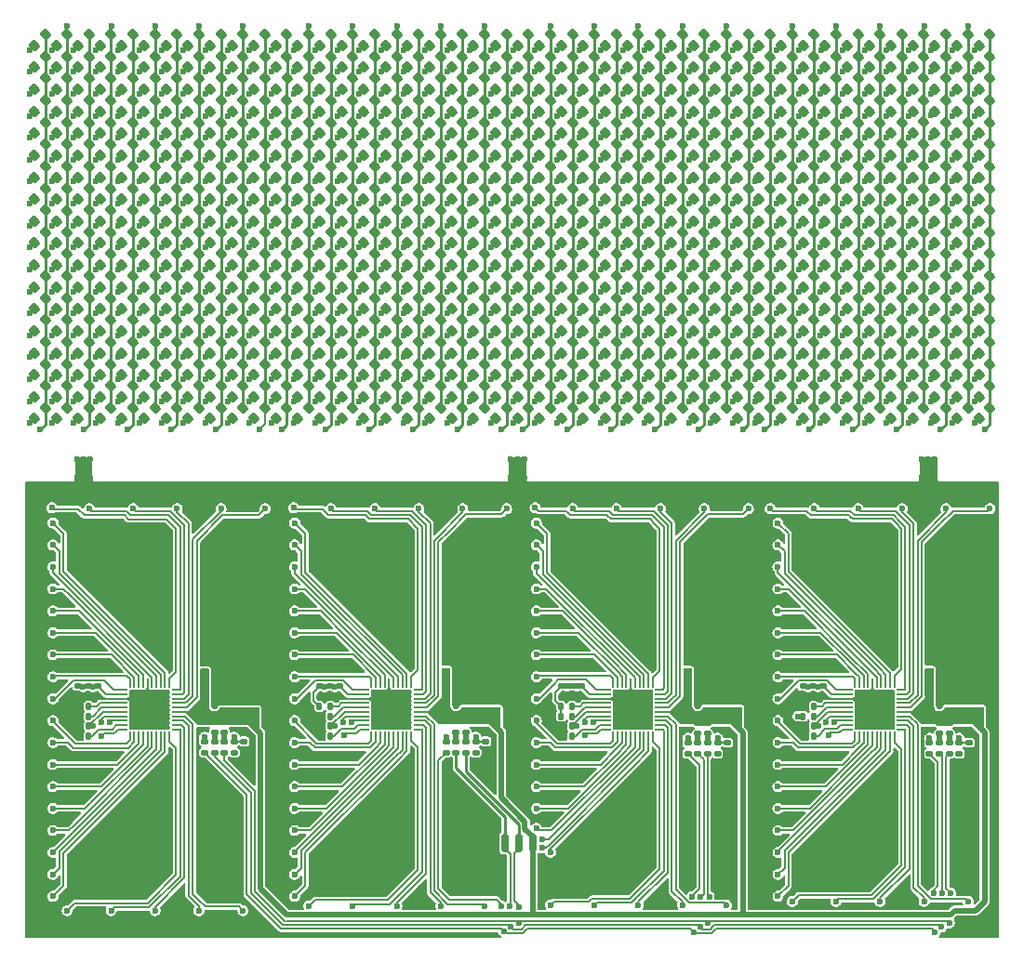
<source format=gtl>
G04 #@! TF.GenerationSoftware,KiCad,Pcbnew,(6.0.2-0)*
G04 #@! TF.CreationDate,2022-05-19T22:51:57+02:00*
G04 #@! TF.ProjectId,nixie,6e697869-652e-46b6-9963-61645f706362,rev?*
G04 #@! TF.SameCoordinates,Original*
G04 #@! TF.FileFunction,Copper,L1,Top*
G04 #@! TF.FilePolarity,Positive*
%FSLAX46Y46*%
G04 Gerber Fmt 4.6, Leading zero omitted, Abs format (unit mm)*
G04 Created by KiCad (PCBNEW (6.0.2-0)) date 2022-05-19 22:51:57*
%MOMM*%
%LPD*%
G01*
G04 APERTURE LIST*
G04 Aperture macros list*
%AMRoundRect*
0 Rectangle with rounded corners*
0 $1 Rounding radius*
0 $2 $3 $4 $5 $6 $7 $8 $9 X,Y pos of 4 corners*
0 Add a 4 corners polygon primitive as box body*
4,1,4,$2,$3,$4,$5,$6,$7,$8,$9,$2,$3,0*
0 Add four circle primitives for the rounded corners*
1,1,$1+$1,$2,$3*
1,1,$1+$1,$4,$5*
1,1,$1+$1,$6,$7*
1,1,$1+$1,$8,$9*
0 Add four rect primitives between the rounded corners*
20,1,$1+$1,$2,$3,$4,$5,0*
20,1,$1+$1,$4,$5,$6,$7,0*
20,1,$1+$1,$6,$7,$8,$9,0*
20,1,$1+$1,$8,$9,$2,$3,0*%
G04 Aperture macros list end*
G04 #@! TA.AperFunction,SMDPad,CuDef*
%ADD10RoundRect,0.187500X0.053033X-0.318198X0.318198X-0.053033X-0.053033X0.318198X-0.318198X0.053033X0*%
G04 #@! TD*
G04 #@! TA.AperFunction,SMDPad,CuDef*
%ADD11RoundRect,0.125000X-0.125000X-0.175000X0.125000X-0.175000X0.125000X0.175000X-0.125000X0.175000X0*%
G04 #@! TD*
G04 #@! TA.AperFunction,SMDPad,CuDef*
%ADD12RoundRect,0.125000X-0.175000X0.125000X-0.175000X-0.125000X0.175000X-0.125000X0.175000X0.125000X0*%
G04 #@! TD*
G04 #@! TA.AperFunction,SMDPad,CuDef*
%ADD13RoundRect,0.125000X0.175000X-0.125000X0.175000X0.125000X-0.175000X0.125000X-0.175000X-0.125000X0*%
G04 #@! TD*
G04 #@! TA.AperFunction,SMDPad,CuDef*
%ADD14RoundRect,0.055000X0.357500X0.055000X-0.357500X0.055000X-0.357500X-0.055000X0.357500X-0.055000X0*%
G04 #@! TD*
G04 #@! TA.AperFunction,SMDPad,CuDef*
%ADD15RoundRect,0.055000X0.055000X0.357500X-0.055000X0.357500X-0.055000X-0.357500X0.055000X-0.357500X0*%
G04 #@! TD*
G04 #@! TA.AperFunction,SMDPad,CuDef*
%ADD16R,3.400000X3.400000*%
G04 #@! TD*
G04 #@! TA.AperFunction,SMDPad,CuDef*
%ADD17RoundRect,0.125000X0.125000X0.175000X-0.125000X0.175000X-0.125000X-0.175000X0.125000X-0.175000X0*%
G04 #@! TD*
G04 #@! TA.AperFunction,SMDPad,CuDef*
%ADD18RoundRect,0.150000X0.150000X0.700000X-0.150000X0.700000X-0.150000X-0.700000X0.150000X-0.700000X0*%
G04 #@! TD*
G04 #@! TA.AperFunction,SMDPad,CuDef*
%ADD19RoundRect,0.250000X0.250000X1.150000X-0.250000X1.150000X-0.250000X-1.150000X0.250000X-1.150000X0*%
G04 #@! TD*
G04 #@! TA.AperFunction,ViaPad*
%ADD20C,0.600000*%
G04 #@! TD*
G04 #@! TA.AperFunction,Conductor*
%ADD21C,0.500000*%
G04 #@! TD*
G04 #@! TA.AperFunction,Conductor*
%ADD22C,0.200000*%
G04 #@! TD*
G04 #@! TA.AperFunction,Conductor*
%ADD23C,0.250000*%
G04 #@! TD*
G04 APERTURE END LIST*
D10*
G04 #@! TO.P,D493,1,K*
G04 #@! TO.N,/Screen2/CS7*
X149505025Y-90494975D03*
G04 #@! TO.P,D493,2,A*
G04 #@! TO.N,/Screen2/SW6*
X150494975Y-89505025D03*
G04 #@! TD*
G04 #@! TO.P,D432,1,K*
G04 #@! TO.N,/Screen2/CS18*
X141505025Y-112494975D03*
G04 #@! TO.P,D432,2,A*
G04 #@! TO.N,/Screen2/SW2*
X142494975Y-111505025D03*
G04 #@! TD*
G04 #@! TO.P,D439,1,K*
G04 #@! TO.N,/Screen2/CS7*
X143505025Y-90494975D03*
G04 #@! TO.P,D439,2,A*
G04 #@! TO.N,/Screen2/SW3*
X144494975Y-89505025D03*
G04 #@! TD*
G04 #@! TO.P,D679,1,K*
G04 #@! TO.N,/Screen3/CS13*
X169505025Y-102494975D03*
G04 #@! TO.P,D679,2,A*
G04 #@! TO.N,/Screen3/SW5*
X170494975Y-101505025D03*
G04 #@! TD*
G04 #@! TO.P,D700,1,K*
G04 #@! TO.N,/Screen3/CS16*
X171505025Y-108494975D03*
G04 #@! TO.P,D700,2,A*
G04 #@! TO.N,/Screen3/SW6*
X172494975Y-107505025D03*
G04 #@! TD*
G04 #@! TO.P,D255,1,K*
G04 #@! TO.N,/Screen1/CS3*
X123505025Y-82494975D03*
G04 #@! TO.P,D255,2,A*
G04 #@! TO.N,/Screen1/SW4*
X124494975Y-81505025D03*
G04 #@! TD*
G04 #@! TO.P,D564,1,K*
G04 #@! TO.N,/Screen2/CS6*
X157505025Y-88494975D03*
G04 #@! TO.P,D564,2,A*
G04 #@! TO.N,/Screen2/SW10*
X158494975Y-87505025D03*
G04 #@! TD*
G04 #@! TO.P,D570,1,K*
G04 #@! TO.N,/Screen2/CS12*
X157505025Y-100494975D03*
G04 #@! TO.P,D570,2,A*
G04 #@! TO.N,/Screen2/SW10*
X158494975Y-99505025D03*
G04 #@! TD*
G04 #@! TO.P,D57,1,K*
G04 #@! TO.N,/Screen/CS3*
X101505025Y-82494975D03*
G04 #@! TO.P,D57,2,A*
G04 #@! TO.N,/Screen/SW4*
X102494975Y-81505025D03*
G04 #@! TD*
G04 #@! TO.P,D709,1,K*
G04 #@! TO.N,/Screen3/CS7*
X173505025Y-90494975D03*
G04 #@! TO.P,D709,2,A*
G04 #@! TO.N,/Screen3/SW7*
X174494975Y-89505025D03*
G04 #@! TD*
G04 #@! TO.P,D748,1,K*
G04 #@! TO.N,/Screen3/CS10*
X177505025Y-96494975D03*
G04 #@! TO.P,D748,2,A*
G04 #@! TO.N,/Screen3/SW9*
X178494975Y-95505025D03*
G04 #@! TD*
D11*
G04 #@! TO.P,C5,1*
G04 #@! TO.N,+3V3*
X132900000Y-135600000D03*
G04 #@! TO.P,C5,2*
G04 #@! TO.N,GND*
X133900000Y-135600000D03*
G04 #@! TD*
D10*
G04 #@! TO.P,D394,1,K*
G04 #@! TO.N,/Screen1/CS16*
X137505025Y-108494975D03*
G04 #@! TO.P,D394,2,A*
G04 #@! TO.N,/Screen1/SW11*
X138494975Y-107505025D03*
G04 #@! TD*
G04 #@! TO.P,D52,1,K*
G04 #@! TO.N,/Screen/CS16*
X99505025Y-108494975D03*
G04 #@! TO.P,D52,2,A*
G04 #@! TO.N,/Screen/SW3*
X100494975Y-107505025D03*
G04 #@! TD*
G04 #@! TO.P,D627,1,K*
G04 #@! TO.N,/Screen3/CS15*
X163505025Y-106494975D03*
G04 #@! TO.P,D627,2,A*
G04 #@! TO.N,/Screen3/SW2*
X164494975Y-105505025D03*
G04 #@! TD*
G04 #@! TO.P,D172,1,K*
G04 #@! TO.N,/Screen/CS10*
X113505025Y-96494975D03*
G04 #@! TO.P,D172,2,A*
G04 #@! TO.N,/Screen/SW10*
X114494975Y-95505025D03*
G04 #@! TD*
G04 #@! TO.P,D176,1,K*
G04 #@! TO.N,/Screen/CS14*
X113505025Y-104494975D03*
G04 #@! TO.P,D176,2,A*
G04 #@! TO.N,/Screen/SW10*
X114494975Y-103505025D03*
G04 #@! TD*
G04 #@! TO.P,D573,1,K*
G04 #@! TO.N,/Screen2/CS15*
X157505025Y-106494975D03*
G04 #@! TO.P,D573,2,A*
G04 #@! TO.N,/Screen2/SW10*
X158494975Y-105505025D03*
G04 #@! TD*
G04 #@! TO.P,D769,1,K*
G04 #@! TO.N,/Screen3/CS13*
X179505025Y-102494975D03*
G04 #@! TO.P,D769,2,A*
G04 #@! TO.N,/Screen3/SW10*
X180494975Y-101505025D03*
G04 #@! TD*
G04 #@! TO.P,D30,1,K*
G04 #@! TO.N,/Screen/CS12*
X97505025Y-100494975D03*
G04 #@! TO.P,D30,2,A*
G04 #@! TO.N,/Screen/SW2*
X98494975Y-99505025D03*
G04 #@! TD*
D11*
G04 #@! TO.P,C2,1*
G04 #@! TO.N,+3V3*
X110900000Y-136600000D03*
G04 #@! TO.P,C2,2*
G04 #@! TO.N,GND*
X111900000Y-136600000D03*
G04 #@! TD*
D10*
G04 #@! TO.P,D738,1,K*
G04 #@! TO.N,/Screen3/CS18*
X175505025Y-112494975D03*
G04 #@! TO.P,D738,2,A*
G04 #@! TO.N,/Screen3/SW8*
X176494975Y-111505025D03*
G04 #@! TD*
G04 #@! TO.P,D300,1,K*
G04 #@! TO.N,/Screen1/CS12*
X127505025Y-100494975D03*
G04 #@! TO.P,D300,2,A*
G04 #@! TO.N,/Screen1/SW6*
X128494975Y-99505025D03*
G04 #@! TD*
G04 #@! TO.P,D123,1,K*
G04 #@! TO.N,/Screen/CS15*
X107505025Y-106494975D03*
G04 #@! TO.P,D123,2,A*
G04 #@! TO.N,/Screen/SW7*
X108494975Y-105505025D03*
G04 #@! TD*
G04 #@! TO.P,D362,1,K*
G04 #@! TO.N,/Screen1/CS2*
X135505025Y-80494975D03*
G04 #@! TO.P,D362,2,A*
G04 #@! TO.N,/Screen1/SW10*
X136494975Y-79505025D03*
G04 #@! TD*
G04 #@! TO.P,D288,1,K*
G04 #@! TO.N,/Screen1/CS18*
X125505025Y-112494975D03*
G04 #@! TO.P,D288,2,A*
G04 #@! TO.N,/Screen1/SW5*
X126494975Y-111505025D03*
G04 #@! TD*
G04 #@! TO.P,D301,1,K*
G04 #@! TO.N,/Screen1/CS13*
X127505025Y-102494975D03*
G04 #@! TO.P,D301,2,A*
G04 #@! TO.N,/Screen1/SW6*
X128494975Y-101505025D03*
G04 #@! TD*
G04 #@! TO.P,D139,1,K*
G04 #@! TO.N,/Screen/CS13*
X109505025Y-102494975D03*
G04 #@! TO.P,D139,2,A*
G04 #@! TO.N,/Screen/SW8*
X110494975Y-101505025D03*
G04 #@! TD*
G04 #@! TO.P,D546,1,K*
G04 #@! TO.N,/Screen2/CS6*
X155505025Y-88494975D03*
G04 #@! TO.P,D546,2,A*
G04 #@! TO.N,/Screen2/SW9*
X156494975Y-87505025D03*
G04 #@! TD*
G04 #@! TO.P,D351,1,K*
G04 #@! TO.N,/Screen1/CS9*
X133505025Y-94494975D03*
G04 #@! TO.P,D351,2,A*
G04 #@! TO.N,/Screen1/SW9*
X134494975Y-93505025D03*
G04 #@! TD*
G04 #@! TO.P,D672,1,K*
G04 #@! TO.N,/Screen3/CS6*
X169505025Y-88494975D03*
G04 #@! TO.P,D672,2,A*
G04 #@! TO.N,/Screen3/SW5*
X170494975Y-87505025D03*
G04 #@! TD*
G04 #@! TO.P,D533,1,K*
G04 #@! TO.N,/Screen2/CS11*
X153505025Y-98494975D03*
G04 #@! TO.P,D533,2,A*
G04 #@! TO.N,/Screen2/SW8*
X154494975Y-97505025D03*
G04 #@! TD*
G04 #@! TO.P,D250,1,K*
G04 #@! TO.N,/Screen1/CS16*
X121505025Y-108494975D03*
G04 #@! TO.P,D250,2,A*
G04 #@! TO.N,/Screen1/SW3*
X122494975Y-107505025D03*
G04 #@! TD*
G04 #@! TO.P,D61,1,K*
G04 #@! TO.N,/Screen/CS7*
X101505025Y-90494975D03*
G04 #@! TO.P,D61,2,A*
G04 #@! TO.N,/Screen/SW4*
X102494975Y-89505025D03*
G04 #@! TD*
G04 #@! TO.P,D127,1,K*
G04 #@! TO.N,/Screen/CS1*
X109505025Y-78494975D03*
G04 #@! TO.P,D127,2,A*
G04 #@! TO.N,/Screen/SW8*
X110494975Y-77505025D03*
G04 #@! TD*
G04 #@! TO.P,D630,1,K*
G04 #@! TO.N,/Screen3/CS18*
X163505025Y-112494975D03*
G04 #@! TO.P,D630,2,A*
G04 #@! TO.N,/Screen3/SW2*
X164494975Y-111505025D03*
G04 #@! TD*
G04 #@! TO.P,D320,1,K*
G04 #@! TO.N,/Screen1/CS14*
X129505025Y-104494975D03*
G04 #@! TO.P,D320,2,A*
G04 #@! TO.N,/Screen1/SW7*
X130494975Y-103505025D03*
G04 #@! TD*
D11*
G04 #@! TO.P,R8,1*
G04 #@! TO.N,GND*
X99450000Y-141400000D03*
G04 #@! TO.P,R8,2*
G04 #@! TO.N,Net-(R8-Pad2)*
X100450000Y-141400000D03*
G04 #@! TD*
D10*
G04 #@! TO.P,D722,1,K*
G04 #@! TO.N,/Screen3/CS2*
X175505025Y-80494975D03*
G04 #@! TO.P,D722,2,A*
G04 #@! TO.N,/Screen3/SW8*
X176494975Y-79505025D03*
G04 #@! TD*
G04 #@! TO.P,D488,1,K*
G04 #@! TO.N,/Screen2/CS2*
X149505025Y-80494975D03*
G04 #@! TO.P,D488,2,A*
G04 #@! TO.N,/Screen2/SW6*
X150494975Y-79505025D03*
G04 #@! TD*
G04 #@! TO.P,D496,1,K*
G04 #@! TO.N,/Screen2/CS10*
X149505025Y-96494975D03*
G04 #@! TO.P,D496,2,A*
G04 #@! TO.N,/Screen2/SW6*
X150494975Y-95505025D03*
G04 #@! TD*
G04 #@! TO.P,D436,1,K*
G04 #@! TO.N,/Screen2/CS4*
X143505025Y-84494975D03*
G04 #@! TO.P,D436,2,A*
G04 #@! TO.N,/Screen2/SW3*
X144494975Y-83505025D03*
G04 #@! TD*
G04 #@! TO.P,D152,1,K*
G04 #@! TO.N,/Screen/CS8*
X111505025Y-92494975D03*
G04 #@! TO.P,D152,2,A*
G04 #@! TO.N,/Screen/SW9*
X112494975Y-91505025D03*
G04 #@! TD*
G04 #@! TO.P,D340,1,K*
G04 #@! TO.N,/Screen1/CS16*
X131505025Y-108494975D03*
G04 #@! TO.P,D340,2,A*
G04 #@! TO.N,/Screen1/SW8*
X132494975Y-107505025D03*
G04 #@! TD*
G04 #@! TO.P,D149,1,K*
G04 #@! TO.N,/Screen/CS5*
X111505025Y-86494975D03*
G04 #@! TO.P,D149,2,A*
G04 #@! TO.N,/Screen/SW9*
X112494975Y-85505025D03*
G04 #@! TD*
G04 #@! TO.P,D145,1,K*
G04 #@! TO.N,/Screen/CS1*
X111505025Y-78494975D03*
G04 #@! TO.P,D145,2,A*
G04 #@! TO.N,/Screen/SW9*
X112494975Y-77505025D03*
G04 #@! TD*
G04 #@! TO.P,D527,1,K*
G04 #@! TO.N,/Screen2/CS5*
X153505025Y-86494975D03*
G04 #@! TO.P,D527,2,A*
G04 #@! TO.N,/Screen2/SW8*
X154494975Y-85505025D03*
G04 #@! TD*
G04 #@! TO.P,D64,1,K*
G04 #@! TO.N,/Screen/CS10*
X101505025Y-96494975D03*
G04 #@! TO.P,D64,2,A*
G04 #@! TO.N,/Screen/SW4*
X102494975Y-95505025D03*
G04 #@! TD*
G04 #@! TO.P,D492,1,K*
G04 #@! TO.N,/Screen2/CS6*
X149505025Y-88494975D03*
G04 #@! TO.P,D492,2,A*
G04 #@! TO.N,/Screen2/SW6*
X150494975Y-87505025D03*
G04 #@! TD*
G04 #@! TO.P,D32,1,K*
G04 #@! TO.N,/Screen/CS14*
X97505025Y-104494975D03*
G04 #@! TO.P,D32,2,A*
G04 #@! TO.N,/Screen/SW2*
X98494975Y-103505025D03*
G04 #@! TD*
G04 #@! TO.P,D571,1,K*
G04 #@! TO.N,/Screen2/CS13*
X157505025Y-102494975D03*
G04 #@! TO.P,D571,2,A*
G04 #@! TO.N,/Screen2/SW10*
X158494975Y-101505025D03*
G04 #@! TD*
G04 #@! TO.P,D43,1,K*
G04 #@! TO.N,/Screen/CS7*
X99505025Y-90494975D03*
G04 #@! TO.P,D43,2,A*
G04 #@! TO.N,/Screen/SW3*
X100494975Y-89505025D03*
G04 #@! TD*
G04 #@! TO.P,D572,1,K*
G04 #@! TO.N,/Screen2/CS14*
X157505025Y-104494975D03*
G04 #@! TO.P,D572,2,A*
G04 #@! TO.N,/Screen2/SW10*
X158494975Y-103505025D03*
G04 #@! TD*
G04 #@! TO.P,D355,1,K*
G04 #@! TO.N,/Screen1/CS13*
X133505025Y-102494975D03*
G04 #@! TO.P,D355,2,A*
G04 #@! TO.N,/Screen1/SW9*
X134494975Y-101505025D03*
G04 #@! TD*
G04 #@! TO.P,D639,1,K*
G04 #@! TO.N,/Screen3/CS9*
X165505025Y-94494975D03*
G04 #@! TO.P,D639,2,A*
G04 #@! TO.N,/Screen3/SW3*
X166494975Y-93505025D03*
G04 #@! TD*
G04 #@! TO.P,D293,1,K*
G04 #@! TO.N,/Screen1/CS5*
X127505025Y-86494975D03*
G04 #@! TO.P,D293,2,A*
G04 #@! TO.N,/Screen1/SW6*
X128494975Y-85505025D03*
G04 #@! TD*
G04 #@! TO.P,D506,1,K*
G04 #@! TO.N,/Screen2/CS2*
X151505025Y-80494975D03*
G04 #@! TO.P,D506,2,A*
G04 #@! TO.N,/Screen2/SW7*
X152494975Y-79505025D03*
G04 #@! TD*
G04 #@! TO.P,D668,1,K*
G04 #@! TO.N,/Screen3/CS2*
X169505025Y-80494975D03*
G04 #@! TO.P,D668,2,A*
G04 #@! TO.N,/Screen3/SW5*
X170494975Y-79505025D03*
G04 #@! TD*
G04 #@! TO.P,D338,1,K*
G04 #@! TO.N,/Screen1/CS14*
X131505025Y-104494975D03*
G04 #@! TO.P,D338,2,A*
G04 #@! TO.N,/Screen1/SW8*
X132494975Y-103505025D03*
G04 #@! TD*
G04 #@! TO.P,D337,1,K*
G04 #@! TO.N,/Screen1/CS13*
X131505025Y-102494975D03*
G04 #@! TO.P,D337,2,A*
G04 #@! TO.N,/Screen1/SW8*
X132494975Y-101505025D03*
G04 #@! TD*
G04 #@! TO.P,D220,1,K*
G04 #@! TO.N,/Screen1/CS4*
X119505025Y-84494975D03*
G04 #@! TO.P,D220,2,A*
G04 #@! TO.N,/Screen1/SW2*
X120494975Y-83505025D03*
G04 #@! TD*
G04 #@! TO.P,D433,1,K*
G04 #@! TO.N,/Screen2/CS1*
X143505025Y-78494975D03*
G04 #@! TO.P,D433,2,A*
G04 #@! TO.N,/Screen2/SW3*
X144494975Y-77505025D03*
G04 #@! TD*
G04 #@! TO.P,D537,1,K*
G04 #@! TO.N,/Screen2/CS15*
X153505025Y-106494975D03*
G04 #@! TO.P,D537,2,A*
G04 #@! TO.N,/Screen2/SW8*
X154494975Y-105505025D03*
G04 #@! TD*
G04 #@! TO.P,D699,1,K*
G04 #@! TO.N,/Screen3/CS15*
X171505025Y-106494975D03*
G04 #@! TO.P,D699,2,A*
G04 #@! TO.N,/Screen3/SW6*
X172494975Y-105505025D03*
G04 #@! TD*
G04 #@! TO.P,D267,1,K*
G04 #@! TO.N,/Screen1/CS15*
X123505025Y-106494975D03*
G04 #@! TO.P,D267,2,A*
G04 #@! TO.N,/Screen1/SW4*
X124494975Y-105505025D03*
G04 #@! TD*
G04 #@! TO.P,D560,1,K*
G04 #@! TO.N,/Screen2/CS2*
X157505025Y-80494975D03*
G04 #@! TO.P,D560,2,A*
G04 #@! TO.N,/Screen2/SW10*
X158494975Y-79505025D03*
G04 #@! TD*
G04 #@! TO.P,D14,1,K*
G04 #@! TO.N,/Screen/CS14*
X95505025Y-104494975D03*
G04 #@! TO.P,D14,2,A*
G04 #@! TO.N,/Screen/SW1*
X96494975Y-103505025D03*
G04 #@! TD*
G04 #@! TO.P,D615,1,K*
G04 #@! TO.N,/Screen3/CS3*
X163505025Y-82494975D03*
G04 #@! TO.P,D615,2,A*
G04 #@! TO.N,/Screen3/SW2*
X164494975Y-81505025D03*
G04 #@! TD*
G04 #@! TO.P,D308,1,K*
G04 #@! TO.N,/Screen1/CS2*
X129505025Y-80494975D03*
G04 #@! TO.P,D308,2,A*
G04 #@! TO.N,/Screen1/SW7*
X130494975Y-79505025D03*
G04 #@! TD*
G04 #@! TO.P,D222,1,K*
G04 #@! TO.N,/Screen1/CS6*
X119505025Y-88494975D03*
G04 #@! TO.P,D222,2,A*
G04 #@! TO.N,/Screen1/SW2*
X120494975Y-87505025D03*
G04 #@! TD*
G04 #@! TO.P,D782,1,K*
G04 #@! TO.N,/Screen3/CS8*
X181505025Y-92494975D03*
G04 #@! TO.P,D782,2,A*
G04 #@! TO.N,/Screen3/SW11*
X182494975Y-91505025D03*
G04 #@! TD*
G04 #@! TO.P,D89,1,K*
G04 #@! TO.N,/Screen/CS17*
X103505025Y-110494975D03*
G04 #@! TO.P,D89,2,A*
G04 #@! TO.N,/Screen/SW5*
X104494975Y-109505025D03*
G04 #@! TD*
G04 #@! TO.P,D548,1,K*
G04 #@! TO.N,/Screen2/CS8*
X155505025Y-92494975D03*
G04 #@! TO.P,D548,2,A*
G04 #@! TO.N,/Screen2/SW9*
X156494975Y-91505025D03*
G04 #@! TD*
D12*
G04 #@! TO.P,R11,1*
G04 #@! TO.N,+3V3*
X134800000Y-140100000D03*
G04 #@! TO.P,R11,2*
G04 #@! TO.N,Net-(R11-Pad2)*
X134800000Y-141100000D03*
G04 #@! TD*
D10*
G04 #@! TO.P,D26,1,K*
G04 #@! TO.N,/Screen/CS8*
X97505025Y-92494975D03*
G04 #@! TO.P,D26,2,A*
G04 #@! TO.N,/Screen/SW2*
X98494975Y-91505025D03*
G04 #@! TD*
G04 #@! TO.P,D45,1,K*
G04 #@! TO.N,/Screen/CS9*
X99505025Y-94494975D03*
G04 #@! TO.P,D45,2,A*
G04 #@! TO.N,/Screen/SW3*
X100494975Y-93505025D03*
G04 #@! TD*
G04 #@! TO.P,D90,1,K*
G04 #@! TO.N,/Screen/CS18*
X103505025Y-112494975D03*
G04 #@! TO.P,D90,2,A*
G04 #@! TO.N,/Screen/SW5*
X104494975Y-111505025D03*
G04 #@! TD*
G04 #@! TO.P,D524,1,K*
G04 #@! TO.N,/Screen2/CS2*
X153505025Y-80494975D03*
G04 #@! TO.P,D524,2,A*
G04 #@! TO.N,/Screen2/SW8*
X154494975Y-79505025D03*
G04 #@! TD*
G04 #@! TO.P,D285,1,K*
G04 #@! TO.N,/Screen1/CS15*
X125505025Y-106494975D03*
G04 #@! TO.P,D285,2,A*
G04 #@! TO.N,/Screen1/SW5*
X126494975Y-105505025D03*
G04 #@! TD*
D13*
G04 #@! TO.P,R33,1*
G04 #@! TO.N,/SDA*
X177900000Y-143000000D03*
G04 #@! TO.P,R33,2*
G04 #@! TO.N,Net-(R32-Pad2)*
X177900000Y-142000000D03*
G04 #@! TD*
D10*
G04 #@! TO.P,D404,1,K*
G04 #@! TO.N,/Screen2/CS8*
X139505025Y-92494975D03*
G04 #@! TO.P,D404,2,A*
G04 #@! TO.N,/Screen2/SW1*
X140494975Y-91505025D03*
G04 #@! TD*
G04 #@! TO.P,D530,1,K*
G04 #@! TO.N,/Screen2/CS8*
X153505025Y-92494975D03*
G04 #@! TO.P,D530,2,A*
G04 #@! TO.N,/Screen2/SW8*
X154494975Y-91505025D03*
G04 #@! TD*
G04 #@! TO.P,D302,1,K*
G04 #@! TO.N,/Screen1/CS14*
X127505025Y-104494975D03*
G04 #@! TO.P,D302,2,A*
G04 #@! TO.N,/Screen1/SW6*
X128494975Y-103505025D03*
G04 #@! TD*
G04 #@! TO.P,D336,1,K*
G04 #@! TO.N,/Screen1/CS12*
X131505025Y-100494975D03*
G04 #@! TO.P,D336,2,A*
G04 #@! TO.N,/Screen1/SW8*
X132494975Y-99505025D03*
G04 #@! TD*
G04 #@! TO.P,D711,1,K*
G04 #@! TO.N,/Screen3/CS9*
X173505025Y-94494975D03*
G04 #@! TO.P,D711,2,A*
G04 #@! TO.N,/Screen3/SW7*
X174494975Y-93505025D03*
G04 #@! TD*
G04 #@! TO.P,D428,1,K*
G04 #@! TO.N,/Screen2/CS14*
X141505025Y-104494975D03*
G04 #@! TO.P,D428,2,A*
G04 #@! TO.N,/Screen2/SW2*
X142494975Y-103505025D03*
G04 #@! TD*
G04 #@! TO.P,D756,1,K*
G04 #@! TO.N,/Screen3/CS18*
X177505025Y-112494975D03*
G04 #@! TO.P,D756,2,A*
G04 #@! TO.N,/Screen3/SW9*
X178494975Y-111505025D03*
G04 #@! TD*
G04 #@! TO.P,D737,1,K*
G04 #@! TO.N,/Screen3/CS17*
X175505025Y-110494975D03*
G04 #@! TO.P,D737,2,A*
G04 #@! TO.N,/Screen3/SW8*
X176494975Y-109505025D03*
G04 #@! TD*
G04 #@! TO.P,D611,1,K*
G04 #@! TO.N,/Screen3/CS17*
X161505025Y-110494975D03*
G04 #@! TO.P,D611,2,A*
G04 #@! TO.N,/Screen3/SW1*
X162494975Y-109505025D03*
G04 #@! TD*
G04 #@! TO.P,D112,1,K*
G04 #@! TO.N,/Screen/CS4*
X107500000Y-84500000D03*
G04 #@! TO.P,D112,2,A*
G04 #@! TO.N,/Screen/SW7*
X108489950Y-83510050D03*
G04 #@! TD*
G04 #@! TO.P,D486,1,K*
G04 #@! TO.N,/Screen2/CS18*
X147505025Y-112494975D03*
G04 #@! TO.P,D486,2,A*
G04 #@! TO.N,/Screen2/SW5*
X148494975Y-111505025D03*
G04 #@! TD*
G04 #@! TO.P,D317,1,K*
G04 #@! TO.N,/Screen1/CS11*
X129505025Y-98494975D03*
G04 #@! TO.P,D317,2,A*
G04 #@! TO.N,/Screen1/SW7*
X130494975Y-97505025D03*
G04 #@! TD*
G04 #@! TO.P,D242,1,K*
G04 #@! TO.N,/Screen1/CS8*
X121505025Y-92494975D03*
G04 #@! TO.P,D242,2,A*
G04 #@! TO.N,/Screen1/SW3*
X122494975Y-91505025D03*
G04 #@! TD*
G04 #@! TO.P,D471,1,K*
G04 #@! TO.N,/Screen2/CS3*
X147505025Y-82494975D03*
G04 #@! TO.P,D471,2,A*
G04 #@! TO.N,/Screen2/SW5*
X148494975Y-81505025D03*
G04 #@! TD*
G04 #@! TO.P,D721,1,K*
G04 #@! TO.N,/Screen3/CS1*
X175505025Y-78494975D03*
G04 #@! TO.P,D721,2,A*
G04 #@! TO.N,/Screen3/SW8*
X176494975Y-77505025D03*
G04 #@! TD*
D13*
G04 #@! TO.P,C20,1*
G04 #@! TO.N,+3V3*
X136600000Y-139200000D03*
G04 #@! TO.P,C20,2*
G04 #@! TO.N,GND*
X136600000Y-138200000D03*
G04 #@! TD*
D10*
G04 #@! TO.P,D644,1,K*
G04 #@! TO.N,/Screen3/CS14*
X165505025Y-104494975D03*
G04 #@! TO.P,D644,2,A*
G04 #@! TO.N,/Screen3/SW3*
X166494975Y-103505025D03*
G04 #@! TD*
G04 #@! TO.P,D495,1,K*
G04 #@! TO.N,/Screen2/CS9*
X149505025Y-94494975D03*
G04 #@! TO.P,D495,2,A*
G04 #@! TO.N,/Screen2/SW6*
X150494975Y-93505025D03*
G04 #@! TD*
G04 #@! TO.P,D31,1,K*
G04 #@! TO.N,/Screen/CS13*
X97505025Y-102494975D03*
G04 #@! TO.P,D31,2,A*
G04 #@! TO.N,/Screen/SW2*
X98494975Y-101505025D03*
G04 #@! TD*
G04 #@! TO.P,D501,1,K*
G04 #@! TO.N,/Screen2/CS15*
X149505025Y-106494975D03*
G04 #@! TO.P,D501,2,A*
G04 #@! TO.N,/Screen2/SW6*
X150494975Y-105505025D03*
G04 #@! TD*
G04 #@! TO.P,D369,1,K*
G04 #@! TO.N,/Screen1/CS9*
X135505025Y-94494975D03*
G04 #@! TO.P,D369,2,A*
G04 #@! TO.N,/Screen1/SW10*
X136494975Y-93505025D03*
G04 #@! TD*
G04 #@! TO.P,D676,1,K*
G04 #@! TO.N,/Screen3/CS10*
X169505025Y-96494975D03*
G04 #@! TO.P,D676,2,A*
G04 #@! TO.N,/Screen3/SW5*
X170494975Y-95505025D03*
G04 #@! TD*
G04 #@! TO.P,D534,1,K*
G04 #@! TO.N,/Screen2/CS12*
X153505025Y-100494975D03*
G04 #@! TO.P,D534,2,A*
G04 #@! TO.N,/Screen2/SW8*
X154494975Y-99505025D03*
G04 #@! TD*
G04 #@! TO.P,D403,1,K*
G04 #@! TO.N,/Screen2/CS7*
X139505025Y-90494975D03*
G04 #@! TO.P,D403,2,A*
G04 #@! TO.N,/Screen2/SW1*
X140494975Y-89505025D03*
G04 #@! TD*
G04 #@! TO.P,D324,1,K*
G04 #@! TO.N,/Screen1/CS18*
X129505025Y-112494975D03*
G04 #@! TO.P,D324,2,A*
G04 #@! TO.N,/Screen1/SW7*
X130494975Y-111505025D03*
G04 #@! TD*
D11*
G04 #@! TO.P,R20,1*
G04 #@! TO.N,GND*
X121450000Y-139600000D03*
G04 #@! TO.P,R20,2*
G04 #@! TO.N,Net-(R20-Pad2)*
X122450000Y-139600000D03*
G04 #@! TD*
D10*
G04 #@! TO.P,D377,1,K*
G04 #@! TO.N,/Screen1/CS17*
X135505025Y-110494975D03*
G04 #@! TO.P,D377,2,A*
G04 #@! TO.N,/Screen1/SW10*
X136494975Y-109505025D03*
G04 #@! TD*
D13*
G04 #@! TO.P,C39,1*
G04 #@! TO.N,+3V3*
X179700000Y-139200000D03*
G04 #@! TO.P,C39,2*
G04 #@! TO.N,GND*
X179700000Y-138200000D03*
G04 #@! TD*
D10*
G04 #@! TO.P,D124,1,K*
G04 #@! TO.N,/Screen/CS16*
X107505025Y-108494975D03*
G04 #@! TO.P,D124,2,A*
G04 #@! TO.N,/Screen/SW7*
X108494975Y-107505025D03*
G04 #@! TD*
G04 #@! TO.P,D217,1,K*
G04 #@! TO.N,/Screen1/CS1*
X119505025Y-78494975D03*
G04 #@! TO.P,D217,2,A*
G04 #@! TO.N,/Screen1/SW2*
X120494975Y-77505025D03*
G04 #@! TD*
G04 #@! TO.P,D665,1,K*
G04 #@! TO.N,/Screen3/CS17*
X167505025Y-110494975D03*
G04 #@! TO.P,D665,2,A*
G04 #@! TO.N,/Screen3/SW4*
X168494975Y-109505025D03*
G04 #@! TD*
G04 #@! TO.P,D370,1,K*
G04 #@! TO.N,/Screen1/CS10*
X135505025Y-96494975D03*
G04 #@! TO.P,D370,2,A*
G04 #@! TO.N,/Screen1/SW10*
X136494975Y-95505025D03*
G04 #@! TD*
G04 #@! TO.P,D704,1,K*
G04 #@! TO.N,/Screen3/CS2*
X173505025Y-80494975D03*
G04 #@! TO.P,D704,2,A*
G04 #@! TO.N,/Screen3/SW7*
X174494975Y-79505025D03*
G04 #@! TD*
G04 #@! TO.P,D556,1,K*
G04 #@! TO.N,/Screen2/CS16*
X155505025Y-108494975D03*
G04 #@! TO.P,D556,2,A*
G04 #@! TO.N,/Screen2/SW9*
X156494975Y-107505025D03*
G04 #@! TD*
G04 #@! TO.P,D133,1,K*
G04 #@! TO.N,/Screen/CS7*
X109505025Y-90494975D03*
G04 #@! TO.P,D133,2,A*
G04 #@! TO.N,/Screen/SW8*
X110494975Y-89505025D03*
G04 #@! TD*
G04 #@! TO.P,D482,1,K*
G04 #@! TO.N,/Screen2/CS14*
X147505025Y-104494975D03*
G04 #@! TO.P,D482,2,A*
G04 #@! TO.N,/Screen2/SW5*
X148494975Y-103505025D03*
G04 #@! TD*
G04 #@! TO.P,D3,1,K*
G04 #@! TO.N,/Screen/CS3*
X95505025Y-82494975D03*
G04 #@! TO.P,D3,2,A*
G04 #@! TO.N,/Screen/SW1*
X96494975Y-81505025D03*
G04 #@! TD*
G04 #@! TO.P,D322,1,K*
G04 #@! TO.N,/Screen1/CS16*
X129505025Y-108494975D03*
G04 #@! TO.P,D322,2,A*
G04 #@! TO.N,/Screen1/SW7*
X130494975Y-107505025D03*
G04 #@! TD*
G04 #@! TO.P,D689,1,K*
G04 #@! TO.N,/Screen3/CS5*
X171505025Y-86494975D03*
G04 #@! TO.P,D689,2,A*
G04 #@! TO.N,/Screen3/SW6*
X172494975Y-85505025D03*
G04 #@! TD*
G04 #@! TO.P,D609,1,K*
G04 #@! TO.N,/Screen3/CS15*
X161505025Y-106494975D03*
G04 #@! TO.P,D609,2,A*
G04 #@! TO.N,/Screen3/SW1*
X162494975Y-105505025D03*
G04 #@! TD*
G04 #@! TO.P,D407,1,K*
G04 #@! TO.N,/Screen2/CS11*
X139505025Y-98494975D03*
G04 #@! TO.P,D407,2,A*
G04 #@! TO.N,/Screen2/SW1*
X140494975Y-97505025D03*
G04 #@! TD*
G04 #@! TO.P,D514,1,K*
G04 #@! TO.N,/Screen2/CS10*
X151505025Y-96494975D03*
G04 #@! TO.P,D514,2,A*
G04 #@! TO.N,/Screen2/SW7*
X152494975Y-95505025D03*
G04 #@! TD*
G04 #@! TO.P,D632,1,K*
G04 #@! TO.N,/Screen3/CS2*
X165505025Y-80494975D03*
G04 #@! TO.P,D632,2,A*
G04 #@! TO.N,/Screen3/SW3*
X166494975Y-79505025D03*
G04 #@! TD*
G04 #@! TO.P,D504,1,K*
G04 #@! TO.N,/Screen2/CS18*
X149505025Y-112494975D03*
G04 #@! TO.P,D504,2,A*
G04 #@! TO.N,/Screen2/SW6*
X150494975Y-111505025D03*
G04 #@! TD*
G04 #@! TO.P,D419,1,K*
G04 #@! TO.N,/Screen2/CS5*
X141505025Y-86494975D03*
G04 #@! TO.P,D419,2,A*
G04 #@! TO.N,/Screen2/SW2*
X142494975Y-85505025D03*
G04 #@! TD*
G04 #@! TO.P,D348,1,K*
G04 #@! TO.N,/Screen1/CS6*
X133505025Y-88494975D03*
G04 #@! TO.P,D348,2,A*
G04 #@! TO.N,/Screen1/SW9*
X134494975Y-87505025D03*
G04 #@! TD*
G04 #@! TO.P,D120,1,K*
G04 #@! TO.N,/Screen/CS12*
X107505025Y-100494975D03*
G04 #@! TO.P,D120,2,A*
G04 #@! TO.N,/Screen/SW7*
X108494975Y-99505025D03*
G04 #@! TD*
G04 #@! TO.P,D199,1,K*
G04 #@! TO.N,/Screen1/CS1*
X117505025Y-78494975D03*
G04 #@! TO.P,D199,2,A*
G04 #@! TO.N,/Screen1/SW1*
X118494975Y-77505025D03*
G04 #@! TD*
G04 #@! TO.P,D770,1,K*
G04 #@! TO.N,/Screen3/CS14*
X179505025Y-104494975D03*
G04 #@! TO.P,D770,2,A*
G04 #@! TO.N,/Screen3/SW10*
X180494975Y-103505025D03*
G04 #@! TD*
G04 #@! TO.P,D116,1,K*
G04 #@! TO.N,/Screen/CS8*
X107505025Y-92494975D03*
G04 #@! TO.P,D116,2,A*
G04 #@! TO.N,/Screen/SW7*
X108494975Y-91505025D03*
G04 #@! TD*
G04 #@! TO.P,D154,1,K*
G04 #@! TO.N,/Screen/CS10*
X111505025Y-96494975D03*
G04 #@! TO.P,D154,2,A*
G04 #@! TO.N,/Screen/SW9*
X112494975Y-95505025D03*
G04 #@! TD*
G04 #@! TO.P,D607,1,K*
G04 #@! TO.N,/Screen3/CS13*
X161505025Y-102494975D03*
G04 #@! TO.P,D607,2,A*
G04 #@! TO.N,/Screen3/SW1*
X162494975Y-101505025D03*
G04 #@! TD*
G04 #@! TO.P,D523,1,K*
G04 #@! TO.N,/Screen2/CS1*
X153505025Y-78494975D03*
G04 #@! TO.P,D523,2,A*
G04 #@! TO.N,/Screen2/SW8*
X154494975Y-77505025D03*
G04 #@! TD*
G04 #@! TO.P,D391,1,K*
G04 #@! TO.N,/Screen1/CS13*
X137505025Y-102494975D03*
G04 #@! TO.P,D391,2,A*
G04 #@! TO.N,/Screen1/SW11*
X138494975Y-101505025D03*
G04 #@! TD*
G04 #@! TO.P,D253,1,K*
G04 #@! TO.N,/Screen1/CS1*
X123505025Y-78494975D03*
G04 #@! TO.P,D253,2,A*
G04 #@! TO.N,/Screen1/SW4*
X124494975Y-77505025D03*
G04 #@! TD*
G04 #@! TO.P,D350,1,K*
G04 #@! TO.N,/Screen1/CS8*
X133505025Y-92494975D03*
G04 #@! TO.P,D350,2,A*
G04 #@! TO.N,/Screen1/SW9*
X134494975Y-91505025D03*
G04 #@! TD*
G04 #@! TO.P,D792,1,K*
G04 #@! TO.N,/Screen3/CS18*
X181505025Y-112494975D03*
G04 #@! TO.P,D792,2,A*
G04 #@! TO.N,/Screen3/SW11*
X182494975Y-111505025D03*
G04 #@! TD*
G04 #@! TO.P,D777,1,K*
G04 #@! TO.N,/Screen3/CS3*
X181505025Y-82494975D03*
G04 #@! TO.P,D777,2,A*
G04 #@! TO.N,/Screen3/SW11*
X182494975Y-81505025D03*
G04 #@! TD*
G04 #@! TO.P,D633,1,K*
G04 #@! TO.N,/Screen3/CS3*
X165505025Y-82494975D03*
G04 #@! TO.P,D633,2,A*
G04 #@! TO.N,/Screen3/SW3*
X166494975Y-81505025D03*
G04 #@! TD*
G04 #@! TO.P,D175,1,K*
G04 #@! TO.N,/Screen/CS13*
X113505025Y-102494975D03*
G04 #@! TO.P,D175,2,A*
G04 #@! TO.N,/Screen/SW10*
X114494975Y-101505025D03*
G04 #@! TD*
G04 #@! TO.P,D157,1,K*
G04 #@! TO.N,/Screen/CS13*
X111505025Y-102494975D03*
G04 #@! TO.P,D157,2,A*
G04 #@! TO.N,/Screen/SW9*
X112494975Y-101505025D03*
G04 #@! TD*
G04 #@! TO.P,D59,1,K*
G04 #@! TO.N,/Screen/CS5*
X101505025Y-86494975D03*
G04 #@! TO.P,D59,2,A*
G04 #@! TO.N,/Screen/SW4*
X102494975Y-85505025D03*
G04 #@! TD*
G04 #@! TO.P,D641,1,K*
G04 #@! TO.N,/Screen3/CS11*
X165505025Y-98494975D03*
G04 #@! TO.P,D641,2,A*
G04 #@! TO.N,/Screen3/SW3*
X166494975Y-97505025D03*
G04 #@! TD*
G04 #@! TO.P,D211,1,K*
G04 #@! TO.N,/Screen1/CS13*
X117505025Y-102494975D03*
G04 #@! TO.P,D211,2,A*
G04 #@! TO.N,/Screen1/SW1*
X118494975Y-101505025D03*
G04 #@! TD*
D13*
G04 #@! TO.P,R24,1*
G04 #@! TO.N,/SCL*
X156800000Y-143000000D03*
G04 #@! TO.P,R24,2*
G04 #@! TO.N,Net-(R21-Pad2)*
X156800000Y-142000000D03*
G04 #@! TD*
D10*
G04 #@! TO.P,D508,1,K*
G04 #@! TO.N,/Screen2/CS4*
X151505025Y-84494975D03*
G04 #@! TO.P,D508,2,A*
G04 #@! TO.N,/Screen2/SW7*
X152494975Y-83505025D03*
G04 #@! TD*
G04 #@! TO.P,D485,1,K*
G04 #@! TO.N,/Screen2/CS17*
X147505025Y-110494975D03*
G04 #@! TO.P,D485,2,A*
G04 #@! TO.N,/Screen2/SW5*
X148494975Y-109505025D03*
G04 #@! TD*
G04 #@! TO.P,D378,1,K*
G04 #@! TO.N,/Screen1/CS18*
X135505025Y-112494975D03*
G04 #@! TO.P,D378,2,A*
G04 #@! TO.N,/Screen1/SW10*
X136494975Y-111505025D03*
G04 #@! TD*
G04 #@! TO.P,D50,1,K*
G04 #@! TO.N,/Screen/CS14*
X99505025Y-104494975D03*
G04 #@! TO.P,D50,2,A*
G04 #@! TO.N,/Screen/SW3*
X100494975Y-103505025D03*
G04 #@! TD*
G04 #@! TO.P,D484,1,K*
G04 #@! TO.N,/Screen2/CS16*
X147505025Y-108494975D03*
G04 #@! TO.P,D484,2,A*
G04 #@! TO.N,/Screen2/SW5*
X148494975Y-107505025D03*
G04 #@! TD*
G04 #@! TO.P,D164,1,K*
G04 #@! TO.N,/Screen/CS2*
X113505025Y-80494975D03*
G04 #@! TO.P,D164,2,A*
G04 #@! TO.N,/Screen/SW10*
X114494975Y-79505025D03*
G04 #@! TD*
G04 #@! TO.P,D637,1,K*
G04 #@! TO.N,/Screen3/CS7*
X165505025Y-90494975D03*
G04 #@! TO.P,D637,2,A*
G04 #@! TO.N,/Screen3/SW3*
X166494975Y-89505025D03*
G04 #@! TD*
G04 #@! TO.P,D257,1,K*
G04 #@! TO.N,/Screen1/CS5*
X123505025Y-86494975D03*
G04 #@! TO.P,D257,2,A*
G04 #@! TO.N,/Screen1/SW4*
X124494975Y-85505025D03*
G04 #@! TD*
G04 #@! TO.P,D449,1,K*
G04 #@! TO.N,/Screen2/CS17*
X143505025Y-110494975D03*
G04 #@! TO.P,D449,2,A*
G04 #@! TO.N,/Screen2/SW3*
X144494975Y-109505025D03*
G04 #@! TD*
G04 #@! TO.P,D216,1,K*
G04 #@! TO.N,/Screen1/CS18*
X117505025Y-112494975D03*
G04 #@! TO.P,D216,2,A*
G04 #@! TO.N,/Screen1/SW1*
X118494975Y-111505025D03*
G04 #@! TD*
G04 #@! TO.P,D128,1,K*
G04 #@! TO.N,/Screen/CS2*
X109505025Y-80494975D03*
G04 #@! TO.P,D128,2,A*
G04 #@! TO.N,/Screen/SW8*
X110494975Y-79505025D03*
G04 #@! TD*
G04 #@! TO.P,D353,1,K*
G04 #@! TO.N,/Screen1/CS11*
X133505025Y-98494975D03*
G04 #@! TO.P,D353,2,A*
G04 #@! TO.N,/Screen1/SW9*
X134494975Y-97505025D03*
G04 #@! TD*
G04 #@! TO.P,D732,1,K*
G04 #@! TO.N,/Screen3/CS12*
X175505025Y-100494975D03*
G04 #@! TO.P,D732,2,A*
G04 #@! TO.N,/Screen3/SW8*
X176494975Y-99505025D03*
G04 #@! TD*
G04 #@! TO.P,D97,1,K*
G04 #@! TO.N,/Screen/CS7*
X105505025Y-90494975D03*
G04 #@! TO.P,D97,2,A*
G04 #@! TO.N,/Screen/SW6*
X106494975Y-89505025D03*
G04 #@! TD*
G04 #@! TO.P,D475,1,K*
G04 #@! TO.N,/Screen2/CS7*
X147505025Y-90494975D03*
G04 #@! TO.P,D475,2,A*
G04 #@! TO.N,/Screen2/SW5*
X148494975Y-89505025D03*
G04 #@! TD*
G04 #@! TO.P,D509,1,K*
G04 #@! TO.N,/Screen2/CS5*
X151505025Y-86494975D03*
G04 #@! TO.P,D509,2,A*
G04 #@! TO.N,/Screen2/SW7*
X152494975Y-85505025D03*
G04 #@! TD*
G04 #@! TO.P,D325,1,K*
G04 #@! TO.N,/Screen1/CS1*
X131505025Y-78494975D03*
G04 #@! TO.P,D325,2,A*
G04 #@! TO.N,/Screen1/SW8*
X132494975Y-77505025D03*
G04 #@! TD*
G04 #@! TO.P,D148,1,K*
G04 #@! TO.N,/Screen/CS4*
X111505025Y-84494975D03*
G04 #@! TO.P,D148,2,A*
G04 #@! TO.N,/Screen/SW9*
X112494975Y-83505025D03*
G04 #@! TD*
G04 #@! TO.P,D628,1,K*
G04 #@! TO.N,/Screen3/CS16*
X163505025Y-108494975D03*
G04 #@! TO.P,D628,2,A*
G04 #@! TO.N,/Screen3/SW2*
X164494975Y-107505025D03*
G04 #@! TD*
G04 #@! TO.P,D606,1,K*
G04 #@! TO.N,/Screen3/CS12*
X161505025Y-100494975D03*
G04 #@! TO.P,D606,2,A*
G04 #@! TO.N,/Screen3/SW1*
X162494975Y-99505025D03*
G04 #@! TD*
G04 #@! TO.P,D733,1,K*
G04 #@! TO.N,/Screen3/CS13*
X175505025Y-102494975D03*
G04 #@! TO.P,D733,2,A*
G04 #@! TO.N,/Screen3/SW8*
X176494975Y-101505025D03*
G04 #@! TD*
G04 #@! TO.P,D35,1,K*
G04 #@! TO.N,/Screen/CS17*
X97505025Y-110494975D03*
G04 #@! TO.P,D35,2,A*
G04 #@! TO.N,/Screen/SW2*
X98494975Y-109505025D03*
G04 #@! TD*
D11*
G04 #@! TO.P,R38,1*
G04 #@! TO.N,GND*
X165450000Y-141400000D03*
G04 #@! TO.P,R38,2*
G04 #@! TO.N,Net-(R38-Pad2)*
X166450000Y-141400000D03*
G04 #@! TD*
D12*
G04 #@! TO.P,R6,1*
G04 #@! TO.N,Net-(C19-Pad1)*
X114600000Y-141900000D03*
G04 #@! TO.P,R6,2*
G04 #@! TO.N,GND*
X114600000Y-142900000D03*
G04 #@! TD*
D10*
G04 #@! TO.P,D507,1,K*
G04 #@! TO.N,/Screen2/CS3*
X151505025Y-82494975D03*
G04 #@! TO.P,D507,2,A*
G04 #@! TO.N,/Screen2/SW7*
X152494975Y-81505025D03*
G04 #@! TD*
G04 #@! TO.P,D757,1,K*
G04 #@! TO.N,/Screen3/CS1*
X179505025Y-78494975D03*
G04 #@! TO.P,D757,2,A*
G04 #@! TO.N,/Screen3/SW10*
X180494975Y-77505025D03*
G04 #@! TD*
D13*
G04 #@! TO.P,C13,1*
G04 #@! TO.N,+3V3*
X114600000Y-139200000D03*
G04 #@! TO.P,C13,2*
G04 #@! TO.N,GND*
X114600000Y-138200000D03*
G04 #@! TD*
D10*
G04 #@! TO.P,D786,1,K*
G04 #@! TO.N,/Screen3/CS12*
X181505025Y-100494975D03*
G04 #@! TO.P,D786,2,A*
G04 #@! TO.N,/Screen3/SW11*
X182494975Y-99505025D03*
G04 #@! TD*
G04 #@! TO.P,D640,1,K*
G04 #@! TO.N,/Screen3/CS10*
X165505025Y-96494975D03*
G04 #@! TO.P,D640,2,A*
G04 #@! TO.N,/Screen3/SW3*
X166494975Y-95505025D03*
G04 #@! TD*
G04 #@! TO.P,D342,1,K*
G04 #@! TO.N,/Screen1/CS18*
X131505025Y-112494975D03*
G04 #@! TO.P,D342,2,A*
G04 #@! TO.N,/Screen1/SW8*
X132494975Y-111505025D03*
G04 #@! TD*
G04 #@! TO.P,D790,1,K*
G04 #@! TO.N,/Screen3/CS16*
X181505025Y-108494975D03*
G04 #@! TO.P,D790,2,A*
G04 #@! TO.N,/Screen3/SW11*
X182494975Y-107505025D03*
G04 #@! TD*
G04 #@! TO.P,D429,1,K*
G04 #@! TO.N,/Screen2/CS15*
X141505025Y-106494975D03*
G04 #@! TO.P,D429,2,A*
G04 #@! TO.N,/Screen2/SW2*
X142494975Y-105505025D03*
G04 #@! TD*
G04 #@! TO.P,D476,1,K*
G04 #@! TO.N,/Screen2/CS8*
X147505025Y-92494975D03*
G04 #@! TO.P,D476,2,A*
G04 #@! TO.N,/Screen2/SW5*
X148494975Y-91505025D03*
G04 #@! TD*
G04 #@! TO.P,D190,1,K*
G04 #@! TO.N,/Screen/CS10*
X115505025Y-96494975D03*
G04 #@! TO.P,D190,2,A*
G04 #@! TO.N,/Screen/SW11*
X116494975Y-95505025D03*
G04 #@! TD*
G04 #@! TO.P,D497,1,K*
G04 #@! TO.N,/Screen2/CS11*
X149505025Y-98494975D03*
G04 #@! TO.P,D497,2,A*
G04 #@! TO.N,/Screen2/SW6*
X150494975Y-97505025D03*
G04 #@! TD*
G04 #@! TO.P,D724,1,K*
G04 #@! TO.N,/Screen3/CS4*
X175505025Y-84494975D03*
G04 #@! TO.P,D724,2,A*
G04 #@! TO.N,/Screen3/SW8*
X176494975Y-83505025D03*
G04 #@! TD*
G04 #@! TO.P,D254,1,K*
G04 #@! TO.N,/Screen1/CS2*
X123505025Y-80494975D03*
G04 #@! TO.P,D254,2,A*
G04 #@! TO.N,/Screen1/SW4*
X124494975Y-79505025D03*
G04 #@! TD*
G04 #@! TO.P,D194,1,K*
G04 #@! TO.N,/Screen/CS14*
X115505025Y-104494975D03*
G04 #@! TO.P,D194,2,A*
G04 #@! TO.N,/Screen/SW11*
X116494975Y-103505025D03*
G04 #@! TD*
G04 #@! TO.P,D386,1,K*
G04 #@! TO.N,/Screen1/CS8*
X137505025Y-92494975D03*
G04 #@! TO.P,D386,2,A*
G04 #@! TO.N,/Screen1/SW11*
X138494975Y-91505025D03*
G04 #@! TD*
G04 #@! TO.P,D247,1,K*
G04 #@! TO.N,/Screen1/CS13*
X121505025Y-102494975D03*
G04 #@! TO.P,D247,2,A*
G04 #@! TO.N,/Screen1/SW3*
X122494975Y-101505025D03*
G04 #@! TD*
G04 #@! TO.P,D307,1,K*
G04 #@! TO.N,/Screen1/CS1*
X129505025Y-78494975D03*
G04 #@! TO.P,D307,2,A*
G04 #@! TO.N,/Screen1/SW7*
X130494975Y-77505025D03*
G04 #@! TD*
D11*
G04 #@! TO.P,R39,1*
G04 #@! TO.N,GND*
X165450000Y-138700000D03*
G04 #@! TO.P,R39,2*
G04 #@! TO.N,Net-(R39-Pad2)*
X166450000Y-138700000D03*
G04 #@! TD*
D10*
G04 #@! TO.P,D762,1,K*
G04 #@! TO.N,/Screen3/CS6*
X179505025Y-88494975D03*
G04 #@! TO.P,D762,2,A*
G04 #@! TO.N,/Screen3/SW10*
X180494975Y-87505025D03*
G04 #@! TD*
G04 #@! TO.P,D515,1,K*
G04 #@! TO.N,/Screen2/CS11*
X151505025Y-98494975D03*
G04 #@! TO.P,D515,2,A*
G04 #@! TO.N,/Screen2/SW7*
X152494975Y-97505025D03*
G04 #@! TD*
G04 #@! TO.P,D619,1,K*
G04 #@! TO.N,/Screen3/CS7*
X163505025Y-90494975D03*
G04 #@! TO.P,D619,2,A*
G04 #@! TO.N,/Screen3/SW2*
X164494975Y-89505025D03*
G04 #@! TD*
G04 #@! TO.P,D683,1,K*
G04 #@! TO.N,/Screen3/CS17*
X169505025Y-110494975D03*
G04 #@! TO.P,D683,2,A*
G04 #@! TO.N,/Screen3/SW5*
X170494975Y-109505025D03*
G04 #@! TD*
G04 #@! TO.P,D763,1,K*
G04 #@! TO.N,/Screen3/CS7*
X179505025Y-90494975D03*
G04 #@! TO.P,D763,2,A*
G04 #@! TO.N,/Screen3/SW10*
X180494975Y-89505025D03*
G04 #@! TD*
G04 #@! TO.P,D240,1,K*
G04 #@! TO.N,/Screen1/CS6*
X121505025Y-88494975D03*
G04 #@! TO.P,D240,2,A*
G04 #@! TO.N,/Screen1/SW3*
X122494975Y-87505025D03*
G04 #@! TD*
G04 #@! TO.P,D720,1,K*
G04 #@! TO.N,/Screen3/CS18*
X173505025Y-112494975D03*
G04 #@! TO.P,D720,2,A*
G04 #@! TO.N,/Screen3/SW7*
X174494975Y-111505025D03*
G04 #@! TD*
G04 #@! TO.P,D674,1,K*
G04 #@! TO.N,/Screen3/CS8*
X169505025Y-92494975D03*
G04 #@! TO.P,D674,2,A*
G04 #@! TO.N,/Screen3/SW5*
X170494975Y-91505025D03*
G04 #@! TD*
G04 #@! TO.P,D747,1,K*
G04 #@! TO.N,/Screen3/CS9*
X177505025Y-94494975D03*
G04 #@! TO.P,D747,2,A*
G04 #@! TO.N,/Screen3/SW9*
X178494975Y-93505025D03*
G04 #@! TD*
D12*
G04 #@! TO.P,C42,1*
G04 #@! TO.N,+3V3*
X166400000Y-136850000D03*
G04 #@! TO.P,C42,2*
G04 #@! TO.N,GND*
X166400000Y-137850000D03*
G04 #@! TD*
D10*
G04 #@! TO.P,D384,1,K*
G04 #@! TO.N,/Screen1/CS6*
X137505025Y-88494975D03*
G04 #@! TO.P,D384,2,A*
G04 #@! TO.N,/Screen1/SW11*
X138494975Y-87505025D03*
G04 #@! TD*
G04 #@! TO.P,D294,1,K*
G04 #@! TO.N,/Screen1/CS6*
X127505025Y-88494975D03*
G04 #@! TO.P,D294,2,A*
G04 #@! TO.N,/Screen1/SW6*
X128494975Y-87505025D03*
G04 #@! TD*
G04 #@! TO.P,D517,1,K*
G04 #@! TO.N,/Screen2/CS13*
X151505025Y-102494975D03*
G04 #@! TO.P,D517,2,A*
G04 #@! TO.N,/Screen2/SW7*
X152494975Y-101505025D03*
G04 #@! TD*
G04 #@! TO.P,D519,1,K*
G04 #@! TO.N,/Screen2/CS15*
X151505025Y-106494975D03*
G04 #@! TO.P,D519,2,A*
G04 #@! TO.N,/Screen2/SW7*
X152494975Y-105505025D03*
G04 #@! TD*
G04 #@! TO.P,D401,1,K*
G04 #@! TO.N,/Screen2/CS5*
X139505025Y-86494975D03*
G04 #@! TO.P,D401,2,A*
G04 #@! TO.N,/Screen2/SW1*
X140494975Y-85505025D03*
G04 #@! TD*
G04 #@! TO.P,D558,1,K*
G04 #@! TO.N,/Screen2/CS18*
X155505025Y-112494975D03*
G04 #@! TO.P,D558,2,A*
G04 #@! TO.N,/Screen2/SW9*
X156494975Y-111505025D03*
G04 #@! TD*
G04 #@! TO.P,D117,1,K*
G04 #@! TO.N,/Screen/CS9*
X107505025Y-94494975D03*
G04 #@! TO.P,D117,2,A*
G04 #@! TO.N,/Screen/SW7*
X108494975Y-93505025D03*
G04 #@! TD*
G04 #@! TO.P,D511,1,K*
G04 #@! TO.N,/Screen2/CS7*
X151505025Y-90494975D03*
G04 #@! TO.P,D511,2,A*
G04 #@! TO.N,/Screen2/SW7*
X152494975Y-89505025D03*
G04 #@! TD*
G04 #@! TO.P,D767,1,K*
G04 #@! TO.N,/Screen3/CS11*
X179505025Y-98494975D03*
G04 #@! TO.P,D767,2,A*
G04 #@! TO.N,/Screen3/SW10*
X180494975Y-97505025D03*
G04 #@! TD*
G04 #@! TO.P,D675,1,K*
G04 #@! TO.N,/Screen3/CS9*
X169505025Y-94494975D03*
G04 #@! TO.P,D675,2,A*
G04 #@! TO.N,/Screen3/SW5*
X170494975Y-93505025D03*
G04 #@! TD*
G04 #@! TO.P,D24,1,K*
G04 #@! TO.N,/Screen/CS6*
X97505025Y-88494975D03*
G04 #@! TO.P,D24,2,A*
G04 #@! TO.N,/Screen/SW2*
X98494975Y-87505025D03*
G04 #@! TD*
G04 #@! TO.P,D791,1,K*
G04 #@! TO.N,/Screen3/CS17*
X181505025Y-110494975D03*
G04 #@! TO.P,D791,2,A*
G04 #@! TO.N,/Screen3/SW11*
X182494975Y-109505025D03*
G04 #@! TD*
G04 #@! TO.P,D621,1,K*
G04 #@! TO.N,/Screen3/CS9*
X163505025Y-94494975D03*
G04 #@! TO.P,D621,2,A*
G04 #@! TO.N,/Screen3/SW2*
X164494975Y-93505025D03*
G04 #@! TD*
G04 #@! TO.P,D188,1,K*
G04 #@! TO.N,/Screen/CS8*
X115505025Y-92494975D03*
G04 #@! TO.P,D188,2,A*
G04 #@! TO.N,/Screen/SW11*
X116494975Y-91505025D03*
G04 #@! TD*
D13*
G04 #@! TO.P,R34,1*
G04 #@! TO.N,/SCL*
X178800000Y-143000000D03*
G04 #@! TO.P,R34,2*
G04 #@! TO.N,Net-(R31-Pad2)*
X178800000Y-142000000D03*
G04 #@! TD*
D10*
G04 #@! TO.P,D179,1,K*
G04 #@! TO.N,/Screen/CS17*
X113505025Y-110494975D03*
G04 #@! TO.P,D179,2,A*
G04 #@! TO.N,/Screen/SW10*
X114494975Y-109505025D03*
G04 #@! TD*
G04 #@! TO.P,D323,1,K*
G04 #@! TO.N,/Screen1/CS17*
X129505025Y-110494975D03*
G04 #@! TO.P,D323,2,A*
G04 #@! TO.N,/Screen1/SW7*
X130494975Y-109505025D03*
G04 #@! TD*
D13*
G04 #@! TO.P,C15,1*
G04 #@! TO.N,+3V3*
X112800000Y-139200000D03*
G04 #@! TO.P,C15,2*
G04 #@! TO.N,GND*
X112800000Y-138200000D03*
G04 #@! TD*
D10*
G04 #@! TO.P,D129,1,K*
G04 #@! TO.N,/Screen/CS3*
X109505025Y-82494975D03*
G04 #@! TO.P,D129,2,A*
G04 #@! TO.N,/Screen/SW8*
X110494975Y-81505025D03*
G04 #@! TD*
G04 #@! TO.P,D95,1,K*
G04 #@! TO.N,/Screen/CS5*
X105505025Y-86494975D03*
G04 #@! TO.P,D95,2,A*
G04 #@! TO.N,/Screen/SW6*
X106494975Y-85505025D03*
G04 #@! TD*
D13*
G04 #@! TO.P,C21,1*
G04 #@! TO.N,+3V3*
X135700000Y-139200000D03*
G04 #@! TO.P,C21,2*
G04 #@! TO.N,GND*
X135700000Y-138200000D03*
G04 #@! TD*
D10*
G04 #@! TO.P,D568,1,K*
G04 #@! TO.N,/Screen2/CS10*
X157505025Y-96494975D03*
G04 #@! TO.P,D568,2,A*
G04 #@! TO.N,/Screen2/SW10*
X158494975Y-95505025D03*
G04 #@! TD*
G04 #@! TO.P,D478,1,K*
G04 #@! TO.N,/Screen2/CS10*
X147505025Y-96494975D03*
G04 #@! TO.P,D478,2,A*
G04 #@! TO.N,/Screen2/SW5*
X148494975Y-95505025D03*
G04 #@! TD*
G04 #@! TO.P,D778,1,K*
G04 #@! TO.N,/Screen3/CS4*
X181505025Y-84494975D03*
G04 #@! TO.P,D778,2,A*
G04 #@! TO.N,/Screen3/SW11*
X182494975Y-83505025D03*
G04 #@! TD*
G04 #@! TO.P,D425,1,K*
G04 #@! TO.N,/Screen2/CS11*
X141505025Y-98494975D03*
G04 #@! TO.P,D425,2,A*
G04 #@! TO.N,/Screen2/SW2*
X142494975Y-97505025D03*
G04 #@! TD*
G04 #@! TO.P,D20,1,K*
G04 #@! TO.N,/Screen/CS2*
X97505025Y-80489950D03*
G04 #@! TO.P,D20,2,A*
G04 #@! TO.N,/Screen/SW2*
X98494975Y-79500000D03*
G04 #@! TD*
G04 #@! TO.P,D221,1,K*
G04 #@! TO.N,/Screen1/CS5*
X119505025Y-86494975D03*
G04 #@! TO.P,D221,2,A*
G04 #@! TO.N,/Screen1/SW2*
X120494975Y-85505025D03*
G04 #@! TD*
G04 #@! TO.P,D525,1,K*
G04 #@! TO.N,/Screen2/CS3*
X153505025Y-82494975D03*
G04 #@! TO.P,D525,2,A*
G04 #@! TO.N,/Screen2/SW8*
X154494975Y-81505025D03*
G04 #@! TD*
G04 #@! TO.P,D198,1,K*
G04 #@! TO.N,/Screen/CS18*
X115505025Y-112494975D03*
G04 #@! TO.P,D198,2,A*
G04 #@! TO.N,/Screen/SW11*
X116494975Y-111505025D03*
G04 #@! TD*
G04 #@! TO.P,D376,1,K*
G04 #@! TO.N,/Screen1/CS16*
X135505025Y-108494975D03*
G04 #@! TO.P,D376,2,A*
G04 #@! TO.N,/Screen1/SW10*
X136494975Y-107505025D03*
G04 #@! TD*
G04 #@! TO.P,D771,1,K*
G04 #@! TO.N,/Screen3/CS15*
X179505025Y-106494975D03*
G04 #@! TO.P,D771,2,A*
G04 #@! TO.N,/Screen3/SW10*
X180494975Y-105505025D03*
G04 #@! TD*
G04 #@! TO.P,D132,1,K*
G04 #@! TO.N,/Screen/CS6*
X109505025Y-88494975D03*
G04 #@! TO.P,D132,2,A*
G04 #@! TO.N,/Screen/SW8*
X110494975Y-87505025D03*
G04 #@! TD*
G04 #@! TO.P,D319,1,K*
G04 #@! TO.N,/Screen1/CS13*
X129505025Y-102494975D03*
G04 #@! TO.P,D319,2,A*
G04 #@! TO.N,/Screen1/SW7*
X130494975Y-101505025D03*
G04 #@! TD*
G04 #@! TO.P,D731,1,K*
G04 #@! TO.N,/Screen3/CS11*
X175505025Y-98494975D03*
G04 #@! TO.P,D731,2,A*
G04 #@! TO.N,/Screen3/SW8*
X176494975Y-97505025D03*
G04 #@! TD*
G04 #@! TO.P,D10,1,K*
G04 #@! TO.N,/Screen/CS10*
X95505025Y-96494975D03*
G04 #@! TO.P,D10,2,A*
G04 #@! TO.N,/Screen/SW1*
X96494975Y-95505025D03*
G04 #@! TD*
D11*
G04 #@! TO.P,C6,1*
G04 #@! TO.N,+3V3*
X132900000Y-136600000D03*
G04 #@! TO.P,C6,2*
G04 #@! TO.N,GND*
X133900000Y-136600000D03*
G04 #@! TD*
D10*
G04 #@! TO.P,D109,1,K*
G04 #@! TO.N,/Screen/CS1*
X107505025Y-78494975D03*
G04 #@! TO.P,D109,2,A*
G04 #@! TO.N,/Screen/SW7*
X108494975Y-77505025D03*
G04 #@! TD*
G04 #@! TO.P,D180,1,K*
G04 #@! TO.N,/Screen/CS18*
X113505025Y-112494975D03*
G04 #@! TO.P,D180,2,A*
G04 #@! TO.N,/Screen/SW10*
X114494975Y-111505025D03*
G04 #@! TD*
D11*
G04 #@! TO.P,R29,1*
G04 #@! TO.N,+3V3*
X143450000Y-138700000D03*
G04 #@! TO.P,R29,2*
G04 #@! TO.N,Net-(R29-Pad2)*
X144450000Y-138700000D03*
G04 #@! TD*
D10*
G04 #@! TO.P,D246,1,K*
G04 #@! TO.N,/Screen1/CS12*
X121505025Y-100494975D03*
G04 #@! TO.P,D246,2,A*
G04 #@! TO.N,/Screen1/SW3*
X122494975Y-99505025D03*
G04 #@! TD*
G04 #@! TO.P,D373,1,K*
G04 #@! TO.N,/Screen1/CS13*
X135505025Y-102494975D03*
G04 #@! TO.P,D373,2,A*
G04 #@! TO.N,/Screen1/SW10*
X136494975Y-101505025D03*
G04 #@! TD*
G04 #@! TO.P,D647,1,K*
G04 #@! TO.N,/Screen3/CS17*
X165505025Y-110494975D03*
G04 #@! TO.P,D647,2,A*
G04 #@! TO.N,/Screen3/SW3*
X166494975Y-109505025D03*
G04 #@! TD*
G04 #@! TO.P,D434,1,K*
G04 #@! TO.N,/Screen2/CS2*
X143505025Y-80494975D03*
G04 #@! TO.P,D434,2,A*
G04 #@! TO.N,/Screen2/SW3*
X144494975Y-79505025D03*
G04 #@! TD*
G04 #@! TO.P,D210,1,K*
G04 #@! TO.N,/Screen1/CS12*
X117505025Y-100494975D03*
G04 #@! TO.P,D210,2,A*
G04 #@! TO.N,/Screen1/SW1*
X118494975Y-99505025D03*
G04 #@! TD*
G04 #@! TO.P,D565,1,K*
G04 #@! TO.N,/Screen2/CS7*
X157505025Y-90494975D03*
G04 #@! TO.P,D565,2,A*
G04 #@! TO.N,/Screen2/SW10*
X158494975Y-89505025D03*
G04 #@! TD*
G04 #@! TO.P,D629,1,K*
G04 #@! TO.N,/Screen3/CS17*
X163505025Y-110494975D03*
G04 #@! TO.P,D629,2,A*
G04 #@! TO.N,/Screen3/SW2*
X164494975Y-109505025D03*
G04 #@! TD*
G04 #@! TO.P,D388,1,K*
G04 #@! TO.N,/Screen1/CS10*
X137505025Y-96494975D03*
G04 #@! TO.P,D388,2,A*
G04 #@! TO.N,/Screen1/SW11*
X138494975Y-95505025D03*
G04 #@! TD*
G04 #@! TO.P,D344,1,K*
G04 #@! TO.N,/Screen1/CS2*
X133505025Y-80494975D03*
G04 #@! TO.P,D344,2,A*
G04 #@! TO.N,/Screen1/SW9*
X134494975Y-79505025D03*
G04 #@! TD*
G04 #@! TO.P,D645,1,K*
G04 #@! TO.N,/Screen3/CS15*
X165505025Y-106494975D03*
G04 #@! TO.P,D645,2,A*
G04 #@! TO.N,/Screen3/SW3*
X166494975Y-105505025D03*
G04 #@! TD*
G04 #@! TO.P,D155,1,K*
G04 #@! TO.N,/Screen/CS11*
X111505025Y-98494975D03*
G04 #@! TO.P,D155,2,A*
G04 #@! TO.N,/Screen/SW9*
X112494975Y-97505025D03*
G04 #@! TD*
G04 #@! TO.P,D470,1,K*
G04 #@! TO.N,/Screen2/CS2*
X147505025Y-80494975D03*
G04 #@! TO.P,D470,2,A*
G04 #@! TO.N,/Screen2/SW5*
X148494975Y-79505025D03*
G04 #@! TD*
D11*
G04 #@! TO.P,C37,1*
G04 #@! TO.N,+3V3*
X176900000Y-138600000D03*
G04 #@! TO.P,C37,2*
G04 #@! TO.N,GND*
X177900000Y-138600000D03*
G04 #@! TD*
D10*
G04 #@! TO.P,D667,1,K*
G04 #@! TO.N,/Screen3/CS1*
X169505025Y-78494975D03*
G04 #@! TO.P,D667,2,A*
G04 #@! TO.N,/Screen3/SW5*
X170494975Y-77505025D03*
G04 #@! TD*
G04 #@! TO.P,D717,1,K*
G04 #@! TO.N,/Screen3/CS15*
X173505025Y-106494975D03*
G04 #@! TO.P,D717,2,A*
G04 #@! TO.N,/Screen3/SW7*
X174494975Y-105505025D03*
G04 #@! TD*
G04 #@! TO.P,D417,1,K*
G04 #@! TO.N,/Screen2/CS3*
X141505025Y-82494975D03*
G04 #@! TO.P,D417,2,A*
G04 #@! TO.N,/Screen2/SW2*
X142494975Y-81505025D03*
G04 #@! TD*
G04 #@! TO.P,D269,1,K*
G04 #@! TO.N,/Screen1/CS17*
X123505025Y-110494975D03*
G04 #@! TO.P,D269,2,A*
G04 #@! TO.N,/Screen1/SW4*
X124494975Y-109505025D03*
G04 #@! TD*
G04 #@! TO.P,D187,1,K*
G04 #@! TO.N,/Screen/CS7*
X115505025Y-90494975D03*
G04 #@! TO.P,D187,2,A*
G04 #@! TO.N,/Screen/SW11*
X116494975Y-89505025D03*
G04 #@! TD*
G04 #@! TO.P,D399,1,K*
G04 #@! TO.N,/Screen2/CS3*
X139505025Y-82494975D03*
G04 #@! TO.P,D399,2,A*
G04 #@! TO.N,/Screen2/SW1*
X140494975Y-81505025D03*
G04 #@! TD*
G04 #@! TO.P,D375,1,K*
G04 #@! TO.N,/Screen1/CS15*
X135505025Y-106494975D03*
G04 #@! TO.P,D375,2,A*
G04 #@! TO.N,/Screen1/SW10*
X136494975Y-105505025D03*
G04 #@! TD*
G04 #@! TO.P,D460,1,K*
G04 #@! TO.N,/Screen2/CS10*
X145505025Y-96494975D03*
G04 #@! TO.P,D460,2,A*
G04 #@! TO.N,/Screen2/SW4*
X146494975Y-95505025D03*
G04 #@! TD*
G04 #@! TO.P,D658,1,K*
G04 #@! TO.N,/Screen3/CS10*
X167505025Y-96494975D03*
G04 #@! TO.P,D658,2,A*
G04 #@! TO.N,/Screen3/SW4*
X168494975Y-95505025D03*
G04 #@! TD*
G04 #@! TO.P,D494,1,K*
G04 #@! TO.N,/Screen2/CS8*
X149505025Y-92494975D03*
G04 #@! TO.P,D494,2,A*
G04 #@! TO.N,/Screen2/SW6*
X150494975Y-91505025D03*
G04 #@! TD*
G04 #@! TO.P,D582,1,K*
G04 #@! TO.N,/Screen2/CS6*
X159505025Y-88494975D03*
G04 #@! TO.P,D582,2,A*
G04 #@! TO.N,/Screen2/SW11*
X160494975Y-87505025D03*
G04 #@! TD*
G04 #@! TO.P,D580,1,K*
G04 #@! TO.N,/Screen2/CS4*
X159505025Y-84494975D03*
G04 #@! TO.P,D580,2,A*
G04 #@! TO.N,/Screen2/SW11*
X160494975Y-83505025D03*
G04 #@! TD*
D12*
G04 #@! TO.P,R1,1*
G04 #@! TO.N,+3V3*
X112800000Y-140100000D03*
G04 #@! TO.P,R1,2*
G04 #@! TO.N,Net-(R1-Pad2)*
X112800000Y-141100000D03*
G04 #@! TD*
D10*
G04 #@! TO.P,D1,1,K*
G04 #@! TO.N,/Screen/CS1*
X95505025Y-78494975D03*
G04 #@! TO.P,D1,2,A*
G04 #@! TO.N,/Screen/SW1*
X96494975Y-77505025D03*
G04 #@! TD*
G04 #@! TO.P,D463,1,K*
G04 #@! TO.N,/Screen2/CS13*
X145505025Y-102494975D03*
G04 #@! TO.P,D463,2,A*
G04 #@! TO.N,/Screen2/SW4*
X146494975Y-101505025D03*
G04 #@! TD*
G04 #@! TO.P,D705,1,K*
G04 #@! TO.N,/Screen3/CS3*
X173505025Y-82494975D03*
G04 #@! TO.P,D705,2,A*
G04 #@! TO.N,/Screen3/SW7*
X174494975Y-81505025D03*
G04 #@! TD*
G04 #@! TO.P,D333,1,K*
G04 #@! TO.N,/Screen1/CS9*
X131505025Y-94494975D03*
G04 #@! TO.P,D333,2,A*
G04 #@! TO.N,/Screen1/SW8*
X132494975Y-93505025D03*
G04 #@! TD*
G04 #@! TO.P,D680,1,K*
G04 #@! TO.N,/Screen3/CS14*
X169505025Y-104494975D03*
G04 #@! TO.P,D680,2,A*
G04 #@! TO.N,/Screen3/SW5*
X170494975Y-103505025D03*
G04 #@! TD*
G04 #@! TO.P,D631,1,K*
G04 #@! TO.N,/Screen3/CS1*
X165505025Y-78494975D03*
G04 #@! TO.P,D631,2,A*
G04 #@! TO.N,/Screen3/SW3*
X166494975Y-77505025D03*
G04 #@! TD*
D11*
G04 #@! TO.P,C7,1*
G04 #@! TO.N,+3V3*
X132900000Y-137600000D03*
G04 #@! TO.P,C7,2*
G04 #@! TO.N,GND*
X133900000Y-137600000D03*
G04 #@! TD*
D10*
G04 #@! TO.P,D15,1,K*
G04 #@! TO.N,/Screen/CS15*
X95505025Y-106494975D03*
G04 #@! TO.P,D15,2,A*
G04 #@! TO.N,/Screen/SW1*
X96494975Y-105505025D03*
G04 #@! TD*
G04 #@! TO.P,D21,1,K*
G04 #@! TO.N,/Screen/CS3*
X97505025Y-82494975D03*
G04 #@! TO.P,D21,2,A*
G04 #@! TO.N,/Screen/SW2*
X98494975Y-81505025D03*
G04 #@! TD*
G04 #@! TO.P,D96,1,K*
G04 #@! TO.N,/Screen/CS6*
X105505025Y-88494975D03*
G04 #@! TO.P,D96,2,A*
G04 #@! TO.N,/Screen/SW6*
X106494975Y-87505025D03*
G04 #@! TD*
G04 #@! TO.P,D144,1,K*
G04 #@! TO.N,/Screen/CS18*
X109505025Y-112494975D03*
G04 #@! TO.P,D144,2,A*
G04 #@! TO.N,/Screen/SW8*
X110494975Y-111505025D03*
G04 #@! TD*
G04 #@! TO.P,D63,1,K*
G04 #@! TO.N,/Screen/CS9*
X101505025Y-94494975D03*
G04 #@! TO.P,D63,2,A*
G04 #@! TO.N,/Screen/SW4*
X102494975Y-93505025D03*
G04 #@! TD*
G04 #@! TO.P,D331,1,K*
G04 #@! TO.N,/Screen1/CS7*
X131505025Y-90494975D03*
G04 #@! TO.P,D331,2,A*
G04 #@! TO.N,/Screen1/SW8*
X132494975Y-89505025D03*
G04 #@! TD*
G04 #@! TO.P,D714,1,K*
G04 #@! TO.N,/Screen3/CS12*
X173505025Y-100494975D03*
G04 #@! TO.P,D714,2,A*
G04 #@! TO.N,/Screen3/SW7*
X174494975Y-99505025D03*
G04 #@! TD*
G04 #@! TO.P,D341,1,K*
G04 #@! TO.N,/Screen1/CS17*
X131505025Y-110494975D03*
G04 #@! TO.P,D341,2,A*
G04 #@! TO.N,/Screen1/SW8*
X132494975Y-109505025D03*
G04 #@! TD*
G04 #@! TO.P,D77,1,K*
G04 #@! TO.N,/Screen/CS5*
X103505025Y-86494975D03*
G04 #@! TO.P,D77,2,A*
G04 #@! TO.N,/Screen/SW5*
X104494975Y-85505025D03*
G04 #@! TD*
G04 #@! TO.P,D209,1,K*
G04 #@! TO.N,/Screen1/CS11*
X117505025Y-98494975D03*
G04 #@! TO.P,D209,2,A*
G04 #@! TO.N,/Screen1/SW1*
X118494975Y-97505025D03*
G04 #@! TD*
G04 #@! TO.P,D505,1,K*
G04 #@! TO.N,/Screen2/CS1*
X151505025Y-78494975D03*
G04 #@! TO.P,D505,2,A*
G04 #@! TO.N,/Screen2/SW7*
X152494975Y-77505025D03*
G04 #@! TD*
G04 #@! TO.P,D643,1,K*
G04 #@! TO.N,/Screen3/CS13*
X165505025Y-102494975D03*
G04 #@! TO.P,D643,2,A*
G04 #@! TO.N,/Screen3/SW3*
X166494975Y-101505025D03*
G04 #@! TD*
G04 #@! TO.P,D583,1,K*
G04 #@! TO.N,/Screen2/CS7*
X159505025Y-90494975D03*
G04 #@! TO.P,D583,2,A*
G04 #@! TO.N,/Screen2/SW11*
X160494975Y-89505025D03*
G04 #@! TD*
G04 #@! TO.P,D591,1,K*
G04 #@! TO.N,/Screen2/CS15*
X159505025Y-106494975D03*
G04 #@! TO.P,D591,2,A*
G04 #@! TO.N,/Screen2/SW11*
X160494975Y-105505025D03*
G04 #@! TD*
G04 #@! TO.P,D304,1,K*
G04 #@! TO.N,/Screen1/CS16*
X127505025Y-108494975D03*
G04 #@! TO.P,D304,2,A*
G04 #@! TO.N,/Screen1/SW6*
X128494975Y-107505025D03*
G04 #@! TD*
G04 #@! TO.P,D349,1,K*
G04 #@! TO.N,/Screen1/CS7*
X133505025Y-90494975D03*
G04 #@! TO.P,D349,2,A*
G04 #@! TO.N,/Screen1/SW9*
X134494975Y-89505025D03*
G04 #@! TD*
G04 #@! TO.P,D744,1,K*
G04 #@! TO.N,/Screen3/CS6*
X177505025Y-88494975D03*
G04 #@! TO.P,D744,2,A*
G04 #@! TO.N,/Screen3/SW9*
X178494975Y-87505025D03*
G04 #@! TD*
G04 #@! TO.P,D82,1,K*
G04 #@! TO.N,/Screen/CS10*
X103505025Y-96494975D03*
G04 #@! TO.P,D82,2,A*
G04 #@! TO.N,/Screen/SW5*
X104494975Y-95505025D03*
G04 #@! TD*
G04 #@! TO.P,D422,1,K*
G04 #@! TO.N,/Screen2/CS8*
X141505025Y-92494975D03*
G04 #@! TO.P,D422,2,A*
G04 #@! TO.N,/Screen2/SW2*
X142494975Y-91505025D03*
G04 #@! TD*
G04 #@! TO.P,D759,1,K*
G04 #@! TO.N,/Screen3/CS3*
X179505025Y-82494975D03*
G04 #@! TO.P,D759,2,A*
G04 #@! TO.N,/Screen3/SW10*
X180494975Y-81505025D03*
G04 #@! TD*
G04 #@! TO.P,D85,1,K*
G04 #@! TO.N,/Screen/CS13*
X103505025Y-102494975D03*
G04 #@! TO.P,D85,2,A*
G04 #@! TO.N,/Screen/SW5*
X104494975Y-101505025D03*
G04 #@! TD*
G04 #@! TO.P,D441,1,K*
G04 #@! TO.N,/Screen2/CS9*
X143505025Y-94494975D03*
G04 #@! TO.P,D441,2,A*
G04 #@! TO.N,/Screen2/SW3*
X144494975Y-93505025D03*
G04 #@! TD*
G04 #@! TO.P,D522,1,K*
G04 #@! TO.N,/Screen2/CS18*
X151505025Y-112494975D03*
G04 #@! TO.P,D522,2,A*
G04 #@! TO.N,/Screen2/SW7*
X152494975Y-111505025D03*
G04 #@! TD*
G04 #@! TO.P,D397,1,K*
G04 #@! TO.N,/Screen2/CS1*
X139505025Y-78494975D03*
G04 #@! TO.P,D397,2,A*
G04 #@! TO.N,/Screen2/SW1*
X140494975Y-77505025D03*
G04 #@! TD*
G04 #@! TO.P,D673,1,K*
G04 #@! TO.N,/Screen3/CS7*
X169505025Y-90494975D03*
G04 #@! TO.P,D673,2,A*
G04 #@! TO.N,/Screen3/SW5*
X170494975Y-89505025D03*
G04 #@! TD*
G04 #@! TO.P,D649,1,K*
G04 #@! TO.N,/Screen3/CS1*
X167505025Y-78494975D03*
G04 #@! TO.P,D649,2,A*
G04 #@! TO.N,/Screen3/SW4*
X168494975Y-77505025D03*
G04 #@! TD*
G04 #@! TO.P,D138,1,K*
G04 #@! TO.N,/Screen/CS12*
X109505025Y-100494975D03*
G04 #@! TO.P,D138,2,A*
G04 #@! TO.N,/Screen/SW8*
X110494975Y-99505025D03*
G04 #@! TD*
G04 #@! TO.P,D424,1,K*
G04 #@! TO.N,/Screen2/CS10*
X141505025Y-96494975D03*
G04 #@! TO.P,D424,2,A*
G04 #@! TO.N,/Screen2/SW2*
X142494975Y-95505025D03*
G04 #@! TD*
G04 #@! TO.P,D131,1,K*
G04 #@! TO.N,/Screen/CS5*
X109505025Y-86494975D03*
G04 #@! TO.P,D131,2,A*
G04 #@! TO.N,/Screen/SW8*
X110494975Y-85505025D03*
G04 #@! TD*
G04 #@! TO.P,D192,1,K*
G04 #@! TO.N,/Screen/CS12*
X115505025Y-100494975D03*
G04 #@! TO.P,D192,2,A*
G04 #@! TO.N,/Screen/SW11*
X116494975Y-99505025D03*
G04 #@! TD*
D14*
G04 #@! TO.P,U3,1,SW8*
G04 #@! TO.N,/LED Driver2/SW8*
X152437500Y-140800000D03*
G04 #@! TO.P,U3,2,SW6*
G04 #@! TO.N,/LED Driver2/SW6*
X152437500Y-140400000D03*
G04 #@! TO.P,U3,3,SW4*
G04 #@! TO.N,/LED Driver2/SW4*
X152437500Y-140000000D03*
G04 #@! TO.P,U3,4,SW2*
G04 #@! TO.N,/LED Driver2/SW2*
X152437500Y-139600000D03*
G04 #@! TO.P,U3,5,PVCC*
G04 #@! TO.N,+3V3*
X152437500Y-139200000D03*
G04 #@! TO.P,U3,6,SW1*
G04 #@! TO.N,/LED Driver2/SW1*
X152437500Y-138800000D03*
G04 #@! TO.P,U3,7,SW3*
G04 #@! TO.N,/LED Driver2/SW3*
X152437500Y-138400000D03*
G04 #@! TO.P,U3,8,SW5*
G04 #@! TO.N,/LED Driver2/SW5*
X152437500Y-138000000D03*
G04 #@! TO.P,U3,9,SW7*
G04 #@! TO.N,/LED Driver2/SW7*
X152437500Y-137600000D03*
G04 #@! TO.P,U3,10,SW9*
G04 #@! TO.N,/LED Driver2/SW9*
X152437500Y-137200000D03*
D15*
G04 #@! TO.P,U3,11,SW11*
G04 #@! TO.N,/LED Driver2/SW11*
X151800000Y-136562500D03*
G04 #@! TO.P,U3,12,CS18*
G04 #@! TO.N,/LED Driver2/CS18*
X151400000Y-136562500D03*
G04 #@! TO.P,U3,13,CS17*
G04 #@! TO.N,/LED Driver2/CS17*
X151000000Y-136562500D03*
G04 #@! TO.P,U3,14,CS16*
G04 #@! TO.N,/LED Driver2/CS16*
X150600000Y-136562500D03*
G04 #@! TO.P,U3,15,CS15*
G04 #@! TO.N,/LED Driver2/CS15*
X150200000Y-136562500D03*
G04 #@! TO.P,U3,16,PGND*
G04 #@! TO.N,GND*
X149800000Y-136562500D03*
G04 #@! TO.P,U3,17,CS14*
G04 #@! TO.N,/LED Driver2/CS14*
X149400000Y-136562500D03*
G04 #@! TO.P,U3,18,CS13*
G04 #@! TO.N,/LED Driver2/CS13*
X149000000Y-136562500D03*
G04 #@! TO.P,U3,19,CS12*
G04 #@! TO.N,/LED Driver2/CS12*
X148600000Y-136562500D03*
G04 #@! TO.P,U3,20,CS11*
G04 #@! TO.N,/LED Driver2/CS11*
X148200000Y-136562500D03*
D14*
G04 #@! TO.P,U3,21,CS10*
G04 #@! TO.N,/LED Driver2/CS10*
X147562500Y-137200000D03*
G04 #@! TO.P,U3,22,VCC*
G04 #@! TO.N,+3V3*
X147562500Y-137600000D03*
G04 #@! TO.P,U3,23,GND*
G04 #@! TO.N,GND*
X147562500Y-138000000D03*
G04 #@! TO.P,U3,24,ADDR2*
G04 #@! TO.N,Net-(R29-Pad2)*
X147562500Y-138400000D03*
G04 #@! TO.P,U3,25,ADDR1*
G04 #@! TO.N,Net-(R30-Pad2)*
X147562500Y-138800000D03*
G04 #@! TO.P,U3,26,SDB*
G04 #@! TO.N,Net-(C33-Pad1)*
X147562500Y-139200000D03*
G04 #@! TO.P,U3,27,SCL*
G04 #@! TO.N,Net-(R21-Pad2)*
X147562500Y-139600000D03*
G04 #@! TO.P,U3,28,SDA*
G04 #@! TO.N,Net-(R22-Pad2)*
X147562500Y-140000000D03*
G04 #@! TO.P,U3,29,ISET*
G04 #@! TO.N,Net-(R28-Pad2)*
X147562500Y-140400000D03*
G04 #@! TO.P,U3,30,SYNC*
G04 #@! TO.N,Net-(R27-Pad2)*
X147562500Y-140800000D03*
D15*
G04 #@! TO.P,U3,31,CS9*
G04 #@! TO.N,/LED Driver2/CS9*
X148200000Y-141437500D03*
G04 #@! TO.P,U3,32,CS8*
G04 #@! TO.N,/LED Driver2/CS8*
X148600000Y-141437500D03*
G04 #@! TO.P,U3,33,CS7*
G04 #@! TO.N,/LED Driver2/CS7*
X149000000Y-141437500D03*
G04 #@! TO.P,U3,34,CS6*
G04 #@! TO.N,/LED Driver2/CS6*
X149400000Y-141437500D03*
G04 #@! TO.P,U3,35,CS5*
G04 #@! TO.N,/LED Driver2/CS5*
X149800000Y-141437500D03*
G04 #@! TO.P,U3,36,CS4*
G04 #@! TO.N,/LED Driver2/CS4*
X150200000Y-141437500D03*
G04 #@! TO.P,U3,37,CS3*
G04 #@! TO.N,/LED Driver2/CS3*
X150600000Y-141437500D03*
G04 #@! TO.P,U3,38,CS2*
G04 #@! TO.N,/LED Driver2/CS2*
X151000000Y-141437500D03*
G04 #@! TO.P,U3,39,CS1*
G04 #@! TO.N,/LED Driver2/CS1*
X151400000Y-141437500D03*
G04 #@! TO.P,U3,40,SW10*
G04 #@! TO.N,/LED Driver2/SW10*
X151800000Y-141437500D03*
D16*
G04 #@! TO.P,U3,41,PAD*
G04 #@! TO.N,GND*
X150000000Y-139000000D03*
G04 #@! TD*
D12*
G04 #@! TO.P,C16,1*
G04 #@! TO.N,+3V3*
X101300000Y-136850000D03*
G04 #@! TO.P,C16,2*
G04 #@! TO.N,GND*
X101300000Y-137850000D03*
G04 #@! TD*
D10*
G04 #@! TO.P,D372,1,K*
G04 #@! TO.N,/Screen1/CS12*
X135505025Y-100494975D03*
G04 #@! TO.P,D372,2,A*
G04 #@! TO.N,/Screen1/SW10*
X136494975Y-99505025D03*
G04 #@! TD*
G04 #@! TO.P,D712,1,K*
G04 #@! TO.N,/Screen3/CS10*
X173505025Y-96494975D03*
G04 #@! TO.P,D712,2,A*
G04 #@! TO.N,/Screen3/SW7*
X174494975Y-95505025D03*
G04 #@! TD*
G04 #@! TO.P,D768,1,K*
G04 #@! TO.N,/Screen3/CS12*
X179505025Y-100494975D03*
G04 #@! TO.P,D768,2,A*
G04 #@! TO.N,/Screen3/SW10*
X180494975Y-99505025D03*
G04 #@! TD*
G04 #@! TO.P,D443,1,K*
G04 #@! TO.N,/Screen2/CS11*
X143505025Y-98494975D03*
G04 #@! TO.P,D443,2,A*
G04 #@! TO.N,/Screen2/SW3*
X144494975Y-97505025D03*
G04 #@! TD*
G04 #@! TO.P,D290,1,K*
G04 #@! TO.N,/Screen1/CS2*
X127505025Y-80494975D03*
G04 #@! TO.P,D290,2,A*
G04 #@! TO.N,/Screen1/SW6*
X128494975Y-79505025D03*
G04 #@! TD*
G04 #@! TO.P,D125,1,K*
G04 #@! TO.N,/Screen/CS17*
X107505025Y-110494975D03*
G04 #@! TO.P,D125,2,A*
G04 #@! TO.N,/Screen/SW7*
X108494975Y-109505025D03*
G04 #@! TD*
D13*
G04 #@! TO.P,R7,1*
G04 #@! TO.N,/SYNC*
X111000000Y-142900000D03*
G04 #@! TO.P,R7,2*
G04 #@! TO.N,Net-(R7-Pad2)*
X111000000Y-141900000D03*
G04 #@! TD*
D10*
G04 #@! TO.P,D598,1,K*
G04 #@! TO.N,/Screen3/CS4*
X161505025Y-84494975D03*
G04 #@! TO.P,D598,2,A*
G04 #@! TO.N,/Screen3/SW1*
X162494975Y-83505025D03*
G04 #@! TD*
G04 #@! TO.P,D328,1,K*
G04 #@! TO.N,/Screen1/CS4*
X131505025Y-84494975D03*
G04 #@! TO.P,D328,2,A*
G04 #@! TO.N,/Screen1/SW8*
X132494975Y-83505025D03*
G04 #@! TD*
D13*
G04 #@! TO.P,C27,1*
G04 #@! TO.N,+3V3*
X156800000Y-139200000D03*
G04 #@! TO.P,C27,2*
G04 #@! TO.N,GND*
X156800000Y-138200000D03*
G04 #@! TD*
D12*
G04 #@! TO.P,C30,1*
G04 #@! TO.N,+3V3*
X143500000Y-136850000D03*
G04 #@! TO.P,C30,2*
G04 #@! TO.N,GND*
X143500000Y-137850000D03*
G04 #@! TD*
D10*
G04 #@! TO.P,D53,1,K*
G04 #@! TO.N,/Screen/CS17*
X99505025Y-110494975D03*
G04 #@! TO.P,D53,2,A*
G04 #@! TO.N,/Screen/SW3*
X100494975Y-109505025D03*
G04 #@! TD*
G04 #@! TO.P,D442,1,K*
G04 #@! TO.N,/Screen2/CS10*
X143505025Y-96494975D03*
G04 #@! TO.P,D442,2,A*
G04 #@! TO.N,/Screen2/SW3*
X144494975Y-95505025D03*
G04 #@! TD*
D12*
G04 #@! TO.P,C24,1*
G04 #@! TO.N,+3V3*
X122400000Y-136850000D03*
G04 #@! TO.P,C24,2*
G04 #@! TO.N,GND*
X122400000Y-137850000D03*
G04 #@! TD*
D10*
G04 #@! TO.P,D550,1,K*
G04 #@! TO.N,/Screen2/CS10*
X155505025Y-96494975D03*
G04 #@! TO.P,D550,2,A*
G04 #@! TO.N,/Screen2/SW9*
X156494975Y-95505025D03*
G04 #@! TD*
D12*
G04 #@! TO.P,C32,1*
G04 #@! TO.N,+3V3*
X145300000Y-136850000D03*
G04 #@! TO.P,C32,2*
G04 #@! TO.N,GND*
X145300000Y-137850000D03*
G04 #@! TD*
D10*
G04 #@! TO.P,D158,1,K*
G04 #@! TO.N,/Screen/CS14*
X111505025Y-104494975D03*
G04 #@! TO.P,D158,2,A*
G04 #@! TO.N,/Screen/SW9*
X112494975Y-103505025D03*
G04 #@! TD*
G04 #@! TO.P,D706,1,K*
G04 #@! TO.N,/Screen3/CS4*
X173505025Y-84494975D03*
G04 #@! TO.P,D706,2,A*
G04 #@! TO.N,/Screen3/SW7*
X174494975Y-83505025D03*
G04 #@! TD*
G04 #@! TO.P,D772,1,K*
G04 #@! TO.N,/Screen3/CS16*
X179505025Y-108494975D03*
G04 #@! TO.P,D772,2,A*
G04 #@! TO.N,/Screen3/SW10*
X180494975Y-107505025D03*
G04 #@! TD*
D11*
G04 #@! TO.P,R9,1*
G04 #@! TO.N,GND*
X99450000Y-138700000D03*
G04 #@! TO.P,R9,2*
G04 #@! TO.N,Net-(R9-Pad2)*
X100450000Y-138700000D03*
G04 #@! TD*
D10*
G04 #@! TO.P,D781,1,K*
G04 #@! TO.N,/Screen3/CS7*
X181505025Y-90494975D03*
G04 #@! TO.P,D781,2,A*
G04 #@! TO.N,/Screen3/SW11*
X182494975Y-89505025D03*
G04 #@! TD*
D13*
G04 #@! TO.P,R13,1*
G04 #@! TO.N,/SDA*
X133900000Y-142900000D03*
G04 #@! TO.P,R13,2*
G04 #@! TO.N,Net-(R12-Pad2)*
X133900000Y-141900000D03*
G04 #@! TD*
D10*
G04 #@! TO.P,D405,1,K*
G04 #@! TO.N,/Screen2/CS9*
X139505025Y-94494975D03*
G04 #@! TO.P,D405,2,A*
G04 #@! TO.N,/Screen2/SW1*
X140494975Y-93505025D03*
G04 #@! TD*
D17*
G04 #@! TO.P,C44,1*
G04 #@! TO.N,Net-(C44-Pad1)*
X166450000Y-140500000D03*
G04 #@! TO.P,C44,2*
G04 #@! TO.N,GND*
X165450000Y-140500000D03*
G04 #@! TD*
D10*
G04 #@! TO.P,D653,1,K*
G04 #@! TO.N,/Screen3/CS5*
X167505025Y-86494975D03*
G04 #@! TO.P,D653,2,A*
G04 #@! TO.N,/Screen3/SW4*
X168494975Y-85505025D03*
G04 #@! TD*
G04 #@! TO.P,D283,1,K*
G04 #@! TO.N,/Screen1/CS13*
X125505025Y-102494975D03*
G04 #@! TO.P,D283,2,A*
G04 #@! TO.N,/Screen1/SW5*
X126494975Y-101505025D03*
G04 #@! TD*
G04 #@! TO.P,D600,1,K*
G04 #@! TO.N,/Screen3/CS6*
X161505025Y-88494975D03*
G04 #@! TO.P,D600,2,A*
G04 #@! TO.N,/Screen3/SW1*
X162494975Y-87505025D03*
G04 #@! TD*
G04 #@! TO.P,D761,1,K*
G04 #@! TO.N,/Screen3/CS5*
X179505025Y-86494975D03*
G04 #@! TO.P,D761,2,A*
G04 #@! TO.N,/Screen3/SW10*
X180494975Y-85505025D03*
G04 #@! TD*
G04 #@! TO.P,D490,1,K*
G04 #@! TO.N,/Screen2/CS4*
X149505025Y-84494975D03*
G04 #@! TO.P,D490,2,A*
G04 #@! TO.N,/Screen2/SW6*
X150494975Y-83505025D03*
G04 #@! TD*
G04 #@! TO.P,D298,1,K*
G04 #@! TO.N,/Screen1/CS10*
X127505025Y-96494975D03*
G04 #@! TO.P,D298,2,A*
G04 #@! TO.N,/Screen1/SW6*
X128494975Y-95505025D03*
G04 #@! TD*
G04 #@! TO.P,D745,1,K*
G04 #@! TO.N,/Screen3/CS7*
X177505025Y-90494975D03*
G04 #@! TO.P,D745,2,A*
G04 #@! TO.N,/Screen3/SW9*
X178494975Y-89505025D03*
G04 #@! TD*
G04 #@! TO.P,D18,1,K*
G04 #@! TO.N,/Screen/CS18*
X95505025Y-112494975D03*
G04 #@! TO.P,D18,2,A*
G04 #@! TO.N,/Screen/SW1*
X96494975Y-111505025D03*
G04 #@! TD*
D13*
G04 #@! TO.P,R27,1*
G04 #@! TO.N,/SYNC*
X155000000Y-143000000D03*
G04 #@! TO.P,R27,2*
G04 #@! TO.N,Net-(R27-Pad2)*
X155000000Y-142000000D03*
G04 #@! TD*
D10*
G04 #@! TO.P,D104,1,K*
G04 #@! TO.N,/Screen/CS14*
X105505025Y-104494975D03*
G04 #@! TO.P,D104,2,A*
G04 #@! TO.N,/Screen/SW6*
X106494975Y-103505025D03*
G04 #@! TD*
G04 #@! TO.P,D200,1,K*
G04 #@! TO.N,/Screen1/CS2*
X117505025Y-80494975D03*
G04 #@! TO.P,D200,2,A*
G04 #@! TO.N,/Screen1/SW1*
X118494975Y-79505025D03*
G04 #@! TD*
G04 #@! TO.P,D411,1,K*
G04 #@! TO.N,/Screen2/CS15*
X139505025Y-106494975D03*
G04 #@! TO.P,D411,2,A*
G04 #@! TO.N,/Screen2/SW1*
X140494975Y-105505025D03*
G04 #@! TD*
G04 #@! TO.P,D663,1,K*
G04 #@! TO.N,/Screen3/CS15*
X167505025Y-106494975D03*
G04 #@! TO.P,D663,2,A*
G04 #@! TO.N,/Screen3/SW4*
X168494975Y-105505025D03*
G04 #@! TD*
G04 #@! TO.P,D779,1,K*
G04 #@! TO.N,/Screen3/CS5*
X181505025Y-86494975D03*
G04 #@! TO.P,D779,2,A*
G04 #@! TO.N,/Screen3/SW11*
X182494975Y-85505025D03*
G04 #@! TD*
G04 #@! TO.P,D352,1,K*
G04 #@! TO.N,/Screen1/CS10*
X133505025Y-96494975D03*
G04 #@! TO.P,D352,2,A*
G04 #@! TO.N,/Screen1/SW9*
X134494975Y-95505025D03*
G04 #@! TD*
G04 #@! TO.P,D91,1,K*
G04 #@! TO.N,/Screen/CS1*
X105505025Y-78494975D03*
G04 #@! TO.P,D91,2,A*
G04 #@! TO.N,/Screen/SW6*
X106494975Y-77505025D03*
G04 #@! TD*
D11*
G04 #@! TO.P,C35,1*
G04 #@! TO.N,+3V3*
X176900000Y-136600000D03*
G04 #@! TO.P,C35,2*
G04 #@! TO.N,GND*
X177900000Y-136600000D03*
G04 #@! TD*
D10*
G04 #@! TO.P,D638,1,K*
G04 #@! TO.N,/Screen3/CS8*
X165505025Y-92494975D03*
G04 #@! TO.P,D638,2,A*
G04 #@! TO.N,/Screen3/SW3*
X166494975Y-91505025D03*
G04 #@! TD*
G04 #@! TO.P,D48,1,K*
G04 #@! TO.N,/Screen/CS12*
X99505025Y-100494975D03*
G04 #@! TO.P,D48,2,A*
G04 #@! TO.N,/Screen/SW3*
X100494975Y-99505025D03*
G04 #@! TD*
G04 #@! TO.P,D581,1,K*
G04 #@! TO.N,/Screen2/CS5*
X159505025Y-86494975D03*
G04 #@! TO.P,D581,2,A*
G04 #@! TO.N,/Screen2/SW11*
X160494975Y-85505025D03*
G04 #@! TD*
G04 #@! TO.P,D588,1,K*
G04 #@! TO.N,/Screen2/CS12*
X159505025Y-100494975D03*
G04 #@! TO.P,D588,2,A*
G04 #@! TO.N,/Screen2/SW11*
X160494975Y-99505025D03*
G04 #@! TD*
G04 #@! TO.P,D585,1,K*
G04 #@! TO.N,/Screen2/CS9*
X159505025Y-94494975D03*
G04 #@! TO.P,D585,2,A*
G04 #@! TO.N,/Screen2/SW11*
X160494975Y-93505025D03*
G04 #@! TD*
G04 #@! TO.P,D177,1,K*
G04 #@! TO.N,/Screen/CS15*
X113505025Y-106494975D03*
G04 #@! TO.P,D177,2,A*
G04 #@! TO.N,/Screen/SW10*
X114494975Y-105505025D03*
G04 #@! TD*
G04 #@! TO.P,D510,1,K*
G04 #@! TO.N,/Screen2/CS6*
X151505025Y-88494975D03*
G04 #@! TO.P,D510,2,A*
G04 #@! TO.N,/Screen2/SW7*
X152494975Y-87505025D03*
G04 #@! TD*
G04 #@! TO.P,D480,1,K*
G04 #@! TO.N,/Screen2/CS12*
X147505025Y-100494975D03*
G04 #@! TO.P,D480,2,A*
G04 #@! TO.N,/Screen2/SW5*
X148494975Y-99505025D03*
G04 #@! TD*
D17*
G04 #@! TO.P,C26,1*
G04 #@! TO.N,Net-(C26-Pad1)*
X122450000Y-140500000D03*
G04 #@! TO.P,C26,2*
G04 #@! TO.N,GND*
X121450000Y-140500000D03*
G04 #@! TD*
D10*
G04 #@! TO.P,D202,1,K*
G04 #@! TO.N,/Screen1/CS4*
X117505025Y-84494975D03*
G04 #@! TO.P,D202,2,A*
G04 #@! TO.N,/Screen1/SW1*
X118494975Y-83505025D03*
G04 #@! TD*
G04 #@! TO.P,D410,1,K*
G04 #@! TO.N,/Screen2/CS14*
X139505025Y-104494975D03*
G04 #@! TO.P,D410,2,A*
G04 #@! TO.N,/Screen2/SW1*
X140494975Y-103505025D03*
G04 #@! TD*
G04 #@! TO.P,D108,1,K*
G04 #@! TO.N,/Screen/CS18*
X105505025Y-112494975D03*
G04 #@! TO.P,D108,2,A*
G04 #@! TO.N,/Screen/SW6*
X106494975Y-111505025D03*
G04 #@! TD*
G04 #@! TO.P,D551,1,K*
G04 #@! TO.N,/Screen2/CS11*
X155505025Y-98494975D03*
G04 #@! TO.P,D551,2,A*
G04 #@! TO.N,/Screen2/SW9*
X156494975Y-97505025D03*
G04 #@! TD*
G04 #@! TO.P,D382,1,K*
G04 #@! TO.N,/Screen1/CS4*
X137505025Y-84494975D03*
G04 #@! TO.P,D382,2,A*
G04 #@! TO.N,/Screen1/SW11*
X138494975Y-83505025D03*
G04 #@! TD*
G04 #@! TO.P,D473,1,K*
G04 #@! TO.N,/Screen2/CS5*
X147505025Y-86494975D03*
G04 #@! TO.P,D473,2,A*
G04 #@! TO.N,/Screen2/SW5*
X148494975Y-85505025D03*
G04 #@! TD*
G04 #@! TO.P,D418,1,K*
G04 #@! TO.N,/Screen2/CS4*
X141505025Y-84494975D03*
G04 #@! TO.P,D418,2,A*
G04 #@! TO.N,/Screen2/SW2*
X142494975Y-83505025D03*
G04 #@! TD*
G04 #@! TO.P,D702,1,K*
G04 #@! TO.N,/Screen3/CS18*
X171505025Y-112494975D03*
G04 #@! TO.P,D702,2,A*
G04 #@! TO.N,/Screen3/SW6*
X172494975Y-111505025D03*
G04 #@! TD*
G04 #@! TO.P,D248,1,K*
G04 #@! TO.N,/Screen1/CS14*
X121505025Y-104494975D03*
G04 #@! TO.P,D248,2,A*
G04 #@! TO.N,/Screen1/SW3*
X122494975Y-103505025D03*
G04 #@! TD*
G04 #@! TO.P,D23,1,K*
G04 #@! TO.N,/Screen/CS5*
X97505025Y-86494975D03*
G04 #@! TO.P,D23,2,A*
G04 #@! TO.N,/Screen/SW2*
X98494975Y-85505025D03*
G04 #@! TD*
G04 #@! TO.P,D364,1,K*
G04 #@! TO.N,/Screen1/CS4*
X135505025Y-84494975D03*
G04 #@! TO.P,D364,2,A*
G04 #@! TO.N,/Screen1/SW10*
X136494975Y-83505025D03*
G04 #@! TD*
G04 #@! TO.P,D186,1,K*
G04 #@! TO.N,/Screen/CS6*
X115505025Y-88494975D03*
G04 #@! TO.P,D186,2,A*
G04 #@! TO.N,/Screen/SW11*
X116494975Y-87505025D03*
G04 #@! TD*
G04 #@! TO.P,D652,1,K*
G04 #@! TO.N,/Screen3/CS4*
X167505025Y-84494975D03*
G04 #@! TO.P,D652,2,A*
G04 #@! TO.N,/Screen3/SW4*
X168494975Y-83505025D03*
G04 #@! TD*
G04 #@! TO.P,D614,1,K*
G04 #@! TO.N,/Screen3/CS2*
X163505025Y-80494975D03*
G04 #@! TO.P,D614,2,A*
G04 #@! TO.N,/Screen3/SW2*
X164494975Y-79505025D03*
G04 #@! TD*
G04 #@! TO.P,D684,1,K*
G04 #@! TO.N,/Screen3/CS18*
X169505025Y-112494975D03*
G04 #@! TO.P,D684,2,A*
G04 #@! TO.N,/Screen3/SW5*
X170494975Y-111505025D03*
G04 #@! TD*
G04 #@! TO.P,D618,1,K*
G04 #@! TO.N,/Screen3/CS6*
X163505025Y-88494975D03*
G04 #@! TO.P,D618,2,A*
G04 #@! TO.N,/Screen3/SW2*
X164494975Y-87505025D03*
G04 #@! TD*
G04 #@! TO.P,D450,1,K*
G04 #@! TO.N,/Screen2/CS18*
X143505025Y-112494975D03*
G04 #@! TO.P,D450,2,A*
G04 #@! TO.N,/Screen2/SW3*
X144494975Y-111505025D03*
G04 #@! TD*
G04 #@! TO.P,D225,1,K*
G04 #@! TO.N,/Screen1/CS9*
X119505025Y-94494975D03*
G04 #@! TO.P,D225,2,A*
G04 #@! TO.N,/Screen1/SW2*
X120494975Y-93505025D03*
G04 #@! TD*
G04 #@! TO.P,D723,1,K*
G04 #@! TO.N,/Screen3/CS3*
X175505025Y-82494975D03*
G04 #@! TO.P,D723,2,A*
G04 #@! TO.N,/Screen3/SW8*
X176494975Y-81505025D03*
G04 #@! TD*
G04 #@! TO.P,D420,1,K*
G04 #@! TO.N,/Screen2/CS6*
X141505025Y-88494975D03*
G04 #@! TO.P,D420,2,A*
G04 #@! TO.N,/Screen2/SW2*
X142494975Y-87505025D03*
G04 #@! TD*
G04 #@! TO.P,D135,1,K*
G04 #@! TO.N,/Screen/CS9*
X109505025Y-94494975D03*
G04 #@! TO.P,D135,2,A*
G04 #@! TO.N,/Screen/SW8*
X110494975Y-93505025D03*
G04 #@! TD*
G04 #@! TO.P,D292,1,K*
G04 #@! TO.N,/Screen1/CS4*
X127505025Y-84494975D03*
G04 #@! TO.P,D292,2,A*
G04 #@! TO.N,/Screen1/SW6*
X128494975Y-83505025D03*
G04 #@! TD*
G04 #@! TO.P,D251,1,K*
G04 #@! TO.N,/Screen1/CS17*
X121505025Y-110494975D03*
G04 #@! TO.P,D251,2,A*
G04 #@! TO.N,/Screen1/SW3*
X122494975Y-109505025D03*
G04 #@! TD*
G04 #@! TO.P,D469,1,K*
G04 #@! TO.N,/Screen2/CS1*
X147505025Y-78494975D03*
G04 #@! TO.P,D469,2,A*
G04 #@! TO.N,/Screen2/SW5*
X148494975Y-77505025D03*
G04 #@! TD*
G04 #@! TO.P,D415,1,K*
G04 #@! TO.N,/Screen2/CS1*
X141505025Y-78494975D03*
G04 #@! TO.P,D415,2,A*
G04 #@! TO.N,/Screen2/SW2*
X142494975Y-77505025D03*
G04 #@! TD*
G04 #@! TO.P,D396,1,K*
G04 #@! TO.N,/Screen1/CS18*
X137505025Y-112494975D03*
G04 #@! TO.P,D396,2,A*
G04 #@! TO.N,/Screen1/SW11*
X138494975Y-111505025D03*
G04 #@! TD*
G04 #@! TO.P,D725,1,K*
G04 #@! TO.N,/Screen3/CS5*
X175505025Y-86460732D03*
G04 #@! TO.P,D725,2,A*
G04 #@! TO.N,/Screen3/SW8*
X176494975Y-85470782D03*
G04 #@! TD*
G04 #@! TO.P,D612,1,K*
G04 #@! TO.N,/Screen3/CS18*
X161505025Y-112494975D03*
G04 #@! TO.P,D612,2,A*
G04 #@! TO.N,/Screen3/SW1*
X162494975Y-111505025D03*
G04 #@! TD*
G04 #@! TO.P,D613,1,K*
G04 #@! TO.N,/Screen3/CS1*
X163505025Y-78494975D03*
G04 #@! TO.P,D613,2,A*
G04 #@! TO.N,/Screen3/SW2*
X164494975Y-77505025D03*
G04 #@! TD*
G04 #@! TO.P,D367,1,K*
G04 #@! TO.N,/Screen1/CS7*
X135505025Y-90494975D03*
G04 #@! TO.P,D367,2,A*
G04 #@! TO.N,/Screen1/SW10*
X136494975Y-89505025D03*
G04 #@! TD*
D13*
G04 #@! TO.P,R25,1*
G04 #@! TO.N,/LED Driver2/SDB*
X157700000Y-143000000D03*
G04 #@! TO.P,R25,2*
G04 #@! TO.N,Net-(C33-Pad1)*
X157700000Y-142000000D03*
G04 #@! TD*
D10*
G04 #@! TO.P,D666,1,K*
G04 #@! TO.N,/Screen3/CS18*
X167505025Y-112494975D03*
G04 #@! TO.P,D666,2,A*
G04 #@! TO.N,/Screen3/SW4*
X168494975Y-111505025D03*
G04 #@! TD*
G04 #@! TO.P,D361,1,K*
G04 #@! TO.N,/Screen1/CS1*
X135505025Y-78494975D03*
G04 #@! TO.P,D361,2,A*
G04 #@! TO.N,/Screen1/SW10*
X136494975Y-77505025D03*
G04 #@! TD*
G04 #@! TO.P,D282,1,K*
G04 #@! TO.N,/Screen1/CS12*
X125505025Y-100494975D03*
G04 #@! TO.P,D282,2,A*
G04 #@! TO.N,/Screen1/SW5*
X126494975Y-99505025D03*
G04 #@! TD*
G04 #@! TO.P,D287,1,K*
G04 #@! TO.N,/Screen1/CS17*
X125505025Y-110494975D03*
G04 #@! TO.P,D287,2,A*
G04 #@! TO.N,/Screen1/SW5*
X126494975Y-109505025D03*
G04 #@! TD*
G04 #@! TO.P,D224,1,K*
G04 #@! TO.N,/Screen1/CS8*
X119505025Y-92494975D03*
G04 #@! TO.P,D224,2,A*
G04 #@! TO.N,/Screen1/SW2*
X120494975Y-91505025D03*
G04 #@! TD*
G04 #@! TO.P,D710,1,K*
G04 #@! TO.N,/Screen3/CS8*
X173505025Y-92494975D03*
G04 #@! TO.P,D710,2,A*
G04 #@! TO.N,/Screen3/SW7*
X174494975Y-91505025D03*
G04 #@! TD*
G04 #@! TO.P,D764,1,K*
G04 #@! TO.N,/Screen3/CS8*
X179505025Y-92494975D03*
G04 #@! TO.P,D764,2,A*
G04 #@! TO.N,/Screen3/SW10*
X180494975Y-91505025D03*
G04 #@! TD*
G04 #@! TO.P,D664,1,K*
G04 #@! TO.N,/Screen3/CS16*
X167505025Y-108494975D03*
G04 #@! TO.P,D664,2,A*
G04 #@! TO.N,/Screen3/SW4*
X168494975Y-107505025D03*
G04 #@! TD*
G04 #@! TO.P,D115,1,K*
G04 #@! TO.N,/Screen/CS7*
X107505025Y-90494975D03*
G04 #@! TO.P,D115,2,A*
G04 #@! TO.N,/Screen/SW7*
X108494975Y-89505025D03*
G04 #@! TD*
G04 #@! TO.P,D223,1,K*
G04 #@! TO.N,/Screen1/CS7*
X119505025Y-90494975D03*
G04 #@! TO.P,D223,2,A*
G04 #@! TO.N,/Screen1/SW2*
X120494975Y-89505025D03*
G04 #@! TD*
G04 #@! TO.P,D36,1,K*
G04 #@! TO.N,/Screen/CS18*
X97505025Y-112494975D03*
G04 #@! TO.P,D36,2,A*
G04 #@! TO.N,/Screen/SW2*
X98494975Y-111505025D03*
G04 #@! TD*
G04 #@! TO.P,D736,1,K*
G04 #@! TO.N,/Screen3/CS16*
X175505025Y-108494975D03*
G04 #@! TO.P,D736,2,A*
G04 #@! TO.N,/Screen3/SW8*
X176494975Y-107505025D03*
G04 #@! TD*
G04 #@! TO.P,D147,1,K*
G04 #@! TO.N,/Screen/CS3*
X111505025Y-82494975D03*
G04 #@! TO.P,D147,2,A*
G04 #@! TO.N,/Screen/SW9*
X112494975Y-81505025D03*
G04 #@! TD*
G04 #@! TO.P,D276,1,K*
G04 #@! TO.N,/Screen1/CS6*
X125505025Y-88494975D03*
G04 #@! TO.P,D276,2,A*
G04 #@! TO.N,/Screen1/SW5*
X126494975Y-87505025D03*
G04 #@! TD*
G04 #@! TO.P,D671,1,K*
G04 #@! TO.N,/Screen3/CS5*
X169505025Y-86494975D03*
G04 #@! TO.P,D671,2,A*
G04 #@! TO.N,/Screen3/SW5*
X170494975Y-85505025D03*
G04 #@! TD*
G04 #@! TO.P,D438,1,K*
G04 #@! TO.N,/Screen2/CS6*
X143505025Y-88494975D03*
G04 #@! TO.P,D438,2,A*
G04 #@! TO.N,/Screen2/SW3*
X144494975Y-87505025D03*
G04 #@! TD*
G04 #@! TO.P,D393,1,K*
G04 #@! TO.N,/Screen1/CS15*
X137505025Y-106494975D03*
G04 #@! TO.P,D393,2,A*
G04 #@! TO.N,/Screen1/SW11*
X138494975Y-105505025D03*
G04 #@! TD*
G04 #@! TO.P,D646,1,K*
G04 #@! TO.N,/Screen3/CS16*
X165505025Y-108494975D03*
G04 #@! TO.P,D646,2,A*
G04 #@! TO.N,/Screen3/SW3*
X166494975Y-107505025D03*
G04 #@! TD*
G04 #@! TO.P,D345,1,K*
G04 #@! TO.N,/Screen1/CS3*
X133505025Y-82494975D03*
G04 #@! TO.P,D345,2,A*
G04 #@! TO.N,/Screen1/SW9*
X134494975Y-81505025D03*
G04 #@! TD*
G04 #@! TO.P,D159,1,K*
G04 #@! TO.N,/Screen/CS15*
X111505025Y-106494975D03*
G04 #@! TO.P,D159,2,A*
G04 #@! TO.N,/Screen/SW9*
X112494975Y-105505025D03*
G04 #@! TD*
D11*
G04 #@! TO.P,C10,1*
G04 #@! TO.N,+3V3*
X154900000Y-136600000D03*
G04 #@! TO.P,C10,2*
G04 #@! TO.N,GND*
X155900000Y-136600000D03*
G04 #@! TD*
G04 #@! TO.P,C8,1*
G04 #@! TO.N,+3V3*
X132900000Y-138600000D03*
G04 #@! TO.P,C8,2*
G04 #@! TO.N,GND*
X133900000Y-138600000D03*
G04 #@! TD*
D10*
G04 #@! TO.P,D435,1,K*
G04 #@! TO.N,/Screen2/CS3*
X143505025Y-82494975D03*
G04 #@! TO.P,D435,2,A*
G04 #@! TO.N,/Screen2/SW3*
X144494975Y-81505025D03*
G04 #@! TD*
G04 #@! TO.P,D173,1,K*
G04 #@! TO.N,/Screen/CS11*
X113505025Y-98494975D03*
G04 #@! TO.P,D173,2,A*
G04 #@! TO.N,/Screen/SW10*
X114494975Y-97505025D03*
G04 #@! TD*
G04 #@! TO.P,D141,1,K*
G04 #@! TO.N,/Screen/CS15*
X109505025Y-106494975D03*
G04 #@! TO.P,D141,2,A*
G04 #@! TO.N,/Screen/SW8*
X110494975Y-105505025D03*
G04 #@! TD*
G04 #@! TO.P,D93,1,K*
G04 #@! TO.N,/Screen/CS3*
X105505025Y-82494975D03*
G04 #@! TO.P,D93,2,A*
G04 #@! TO.N,/Screen/SW6*
X106494975Y-81505025D03*
G04 #@! TD*
G04 #@! TO.P,D597,1,K*
G04 #@! TO.N,/Screen3/CS3*
X161505025Y-82494975D03*
G04 #@! TO.P,D597,2,A*
G04 #@! TO.N,/Screen3/SW1*
X162494975Y-81505025D03*
G04 #@! TD*
G04 #@! TO.P,D94,1,K*
G04 #@! TO.N,/Screen/CS4*
X105505025Y-84494975D03*
G04 #@! TO.P,D94,2,A*
G04 #@! TO.N,/Screen/SW6*
X106494975Y-83505025D03*
G04 #@! TD*
G04 #@! TO.P,D427,1,K*
G04 #@! TO.N,/Screen2/CS13*
X141505025Y-102494975D03*
G04 #@! TO.P,D427,2,A*
G04 #@! TO.N,/Screen2/SW2*
X142494975Y-101505025D03*
G04 #@! TD*
G04 #@! TO.P,D489,1,K*
G04 #@! TO.N,/Screen2/CS3*
X149505025Y-82494975D03*
G04 #@! TO.P,D489,2,A*
G04 #@! TO.N,/Screen2/SW6*
X150494975Y-81505025D03*
G04 #@! TD*
G04 #@! TO.P,D541,1,K*
G04 #@! TO.N,/Screen2/CS1*
X155505025Y-78494975D03*
G04 #@! TO.P,D541,2,A*
G04 #@! TO.N,/Screen2/SW9*
X156494975Y-77505025D03*
G04 #@! TD*
G04 #@! TO.P,D243,1,K*
G04 #@! TO.N,/Screen1/CS9*
X121505025Y-94494975D03*
G04 #@! TO.P,D243,2,A*
G04 #@! TO.N,/Screen1/SW3*
X122494975Y-93505025D03*
G04 #@! TD*
G04 #@! TO.P,D461,1,K*
G04 #@! TO.N,/Screen2/CS11*
X145505025Y-98494975D03*
G04 #@! TO.P,D461,2,A*
G04 #@! TO.N,/Screen2/SW4*
X146494975Y-97505025D03*
G04 #@! TD*
G04 #@! TO.P,D19,1,K*
G04 #@! TO.N,/Screen/CS1*
X97505025Y-78494975D03*
G04 #@! TO.P,D19,2,A*
G04 #@! TO.N,/Screen/SW2*
X98494975Y-77505025D03*
G04 #@! TD*
G04 #@! TO.P,D780,1,K*
G04 #@! TO.N,/Screen3/CS6*
X181505025Y-88494975D03*
G04 #@! TO.P,D780,2,A*
G04 #@! TO.N,/Screen3/SW11*
X182494975Y-87505025D03*
G04 #@! TD*
G04 #@! TO.P,D409,1,K*
G04 #@! TO.N,/Screen2/CS13*
X139505025Y-102494975D03*
G04 #@! TO.P,D409,2,A*
G04 #@! TO.N,/Screen2/SW1*
X140494975Y-101505025D03*
G04 #@! TD*
G04 #@! TO.P,D130,1,K*
G04 #@! TO.N,/Screen/CS4*
X109505025Y-84494975D03*
G04 #@! TO.P,D130,2,A*
G04 #@! TO.N,/Screen/SW8*
X110494975Y-83505025D03*
G04 #@! TD*
G04 #@! TO.P,D539,1,K*
G04 #@! TO.N,/Screen2/CS17*
X153505025Y-110494975D03*
G04 #@! TO.P,D539,2,A*
G04 #@! TO.N,/Screen2/SW8*
X154494975Y-109505025D03*
G04 #@! TD*
G04 #@! TO.P,D586,1,K*
G04 #@! TO.N,/Screen2/CS10*
X159505025Y-96494975D03*
G04 #@! TO.P,D586,2,A*
G04 #@! TO.N,/Screen2/SW11*
X160494975Y-95505025D03*
G04 #@! TD*
G04 #@! TO.P,D529,1,K*
G04 #@! TO.N,/Screen2/CS7*
X153505025Y-90494975D03*
G04 #@! TO.P,D529,2,A*
G04 #@! TO.N,/Screen2/SW8*
X154494975Y-89505025D03*
G04 #@! TD*
G04 #@! TO.P,D363,1,K*
G04 #@! TO.N,/Screen1/CS3*
X135505025Y-82494975D03*
G04 #@! TO.P,D363,2,A*
G04 #@! TO.N,/Screen1/SW10*
X136494975Y-81505025D03*
G04 #@! TD*
G04 #@! TO.P,D626,1,K*
G04 #@! TO.N,/Screen3/CS14*
X163505025Y-104494975D03*
G04 #@! TO.P,D626,2,A*
G04 #@! TO.N,/Screen3/SW2*
X164494975Y-103505025D03*
G04 #@! TD*
G04 #@! TO.P,D785,1,K*
G04 #@! TO.N,/Screen3/CS11*
X181505025Y-98494975D03*
G04 #@! TO.P,D785,2,A*
G04 #@! TO.N,/Screen3/SW11*
X182494975Y-97505025D03*
G04 #@! TD*
G04 #@! TO.P,D452,1,K*
G04 #@! TO.N,/Screen2/CS2*
X145505025Y-80494975D03*
G04 #@! TO.P,D452,2,A*
G04 #@! TO.N,/Screen2/SW4*
X146494975Y-79505025D03*
G04 #@! TD*
G04 #@! TO.P,D110,1,K*
G04 #@! TO.N,/Screen/CS2*
X107505025Y-80494975D03*
G04 #@! TO.P,D110,2,A*
G04 #@! TO.N,/Screen/SW7*
X108494975Y-79505025D03*
G04 #@! TD*
G04 #@! TO.P,D236,1,K*
G04 #@! TO.N,/Screen1/CS2*
X121505025Y-80494975D03*
G04 #@! TO.P,D236,2,A*
G04 #@! TO.N,/Screen1/SW3*
X122494975Y-79505025D03*
G04 #@! TD*
G04 #@! TO.P,D101,1,K*
G04 #@! TO.N,/Screen/CS11*
X105505025Y-98494975D03*
G04 #@! TO.P,D101,2,A*
G04 #@! TO.N,/Screen/SW6*
X106494975Y-97505025D03*
G04 #@! TD*
G04 #@! TO.P,D457,1,K*
G04 #@! TO.N,/Screen2/CS7*
X145505025Y-90494975D03*
G04 #@! TO.P,D457,2,A*
G04 #@! TO.N,/Screen2/SW4*
X146494975Y-89505025D03*
G04 #@! TD*
G04 #@! TO.P,D170,1,K*
G04 #@! TO.N,/Screen/CS8*
X113505025Y-92494975D03*
G04 #@! TO.P,D170,2,A*
G04 #@! TO.N,/Screen/SW10*
X114494975Y-91505025D03*
G04 #@! TD*
G04 #@! TO.P,D277,1,K*
G04 #@! TO.N,/Screen1/CS7*
X125505025Y-90494975D03*
G04 #@! TO.P,D277,2,A*
G04 #@! TO.N,/Screen1/SW5*
X126494975Y-89505025D03*
G04 #@! TD*
G04 #@! TO.P,D540,1,K*
G04 #@! TO.N,/Screen2/CS18*
X153505025Y-112494975D03*
G04 #@! TO.P,D540,2,A*
G04 #@! TO.N,/Screen2/SW8*
X154494975Y-111505025D03*
G04 #@! TD*
G04 #@! TO.P,D185,1,K*
G04 #@! TO.N,/Screen/CS5*
X115505025Y-86494975D03*
G04 #@! TO.P,D185,2,A*
G04 #@! TO.N,/Screen/SW11*
X116494975Y-85505025D03*
G04 #@! TD*
G04 #@! TO.P,D624,1,K*
G04 #@! TO.N,/Screen3/CS12*
X163505025Y-100494975D03*
G04 #@! TO.P,D624,2,A*
G04 #@! TO.N,/Screen3/SW2*
X164494975Y-99505025D03*
G04 #@! TD*
G04 #@! TO.P,D245,1,K*
G04 #@! TO.N,/Screen1/CS11*
X121505025Y-98494975D03*
G04 #@! TO.P,D245,2,A*
G04 #@! TO.N,/Screen1/SW3*
X122494975Y-97505025D03*
G04 #@! TD*
G04 #@! TO.P,D81,1,K*
G04 #@! TO.N,/Screen/CS9*
X103505025Y-94494975D03*
G04 #@! TO.P,D81,2,A*
G04 #@! TO.N,/Screen/SW5*
X104494975Y-93505025D03*
G04 #@! TD*
G04 #@! TO.P,D78,1,K*
G04 #@! TO.N,/Screen/CS6*
X103505025Y-88494975D03*
G04 #@! TO.P,D78,2,A*
G04 #@! TO.N,/Screen/SW5*
X104494975Y-87505025D03*
G04 #@! TD*
G04 #@! TO.P,D306,1,K*
G04 #@! TO.N,/Screen1/CS18*
X127505025Y-112494975D03*
G04 #@! TO.P,D306,2,A*
G04 #@! TO.N,/Screen1/SW6*
X128494975Y-111505025D03*
G04 #@! TD*
G04 #@! TO.P,D335,1,K*
G04 #@! TO.N,/Screen1/CS11*
X131505025Y-98494975D03*
G04 #@! TO.P,D335,2,A*
G04 #@! TO.N,/Screen1/SW8*
X132494975Y-97505025D03*
G04 #@! TD*
G04 #@! TO.P,D354,1,K*
G04 #@! TO.N,/Screen1/CS12*
X133505025Y-100494975D03*
G04 #@! TO.P,D354,2,A*
G04 #@! TO.N,/Screen1/SW9*
X134494975Y-99505025D03*
G04 #@! TD*
G04 #@! TO.P,D483,1,K*
G04 #@! TO.N,/Screen2/CS15*
X147505025Y-106494975D03*
G04 #@! TO.P,D483,2,A*
G04 #@! TO.N,/Screen2/SW5*
X148494975Y-105505025D03*
G04 #@! TD*
G04 #@! TO.P,D58,1,K*
G04 #@! TO.N,/Screen/CS4*
X101505025Y-84494975D03*
G04 #@! TO.P,D58,2,A*
G04 #@! TO.N,/Screen/SW4*
X102494975Y-83505025D03*
G04 #@! TD*
G04 #@! TO.P,D765,1,K*
G04 #@! TO.N,/Screen3/CS9*
X179505025Y-94494975D03*
G04 #@! TO.P,D765,2,A*
G04 #@! TO.N,/Screen3/SW10*
X180494975Y-93505025D03*
G04 #@! TD*
G04 #@! TO.P,D270,1,K*
G04 #@! TO.N,/Screen1/CS18*
X123505025Y-112494975D03*
G04 #@! TO.P,D270,2,A*
G04 #@! TO.N,/Screen1/SW4*
X124494975Y-111505025D03*
G04 #@! TD*
G04 #@! TO.P,D740,1,K*
G04 #@! TO.N,/Screen3/CS2*
X177505025Y-80494975D03*
G04 #@! TO.P,D740,2,A*
G04 #@! TO.N,/Screen3/SW9*
X178494975Y-79505025D03*
G04 #@! TD*
G04 #@! TO.P,D237,1,K*
G04 #@! TO.N,/Screen1/CS3*
X121505025Y-82494975D03*
G04 #@! TO.P,D237,2,A*
G04 #@! TO.N,/Screen1/SW3*
X122494975Y-81505025D03*
G04 #@! TD*
G04 #@! TO.P,D696,1,K*
G04 #@! TO.N,/Screen3/CS12*
X171505025Y-100494975D03*
G04 #@! TO.P,D696,2,A*
G04 #@! TO.N,/Screen3/SW6*
X172494975Y-99505025D03*
G04 #@! TD*
G04 #@! TO.P,D389,1,K*
G04 #@! TO.N,/Screen1/CS11*
X137505025Y-98494975D03*
G04 #@! TO.P,D389,2,A*
G04 #@! TO.N,/Screen1/SW11*
X138494975Y-97505025D03*
G04 #@! TD*
G04 #@! TO.P,D741,1,K*
G04 #@! TO.N,/Screen3/CS3*
X177505025Y-82494975D03*
G04 #@! TO.P,D741,2,A*
G04 #@! TO.N,/Screen3/SW9*
X178494975Y-81505025D03*
G04 #@! TD*
G04 #@! TO.P,D686,1,K*
G04 #@! TO.N,/Screen3/CS2*
X171505025Y-80494975D03*
G04 #@! TO.P,D686,2,A*
G04 #@! TO.N,/Screen3/SW6*
X172494975Y-79505025D03*
G04 #@! TD*
G04 #@! TO.P,D28,1,K*
G04 #@! TO.N,/Screen/CS10*
X97505025Y-96494975D03*
G04 #@! TO.P,D28,2,A*
G04 #@! TO.N,/Screen/SW2*
X98494975Y-95505025D03*
G04 #@! TD*
G04 #@! TO.P,D167,1,K*
G04 #@! TO.N,/Screen/CS5*
X113505025Y-86494975D03*
G04 #@! TO.P,D167,2,A*
G04 #@! TO.N,/Screen/SW10*
X114494975Y-85505025D03*
G04 #@! TD*
G04 #@! TO.P,D659,1,K*
G04 #@! TO.N,/Screen3/CS11*
X167505025Y-98494975D03*
G04 #@! TO.P,D659,2,A*
G04 #@! TO.N,/Screen3/SW4*
X168494975Y-97505025D03*
G04 #@! TD*
G04 #@! TO.P,D286,1,K*
G04 #@! TO.N,/Screen1/CS16*
X125505025Y-108494975D03*
G04 #@! TO.P,D286,2,A*
G04 #@! TO.N,/Screen1/SW5*
X126494975Y-107505025D03*
G04 #@! TD*
D13*
G04 #@! TO.P,R5,1*
G04 #@! TO.N,/LED Driver/SDB*
X113700000Y-142900000D03*
G04 #@! TO.P,R5,2*
G04 #@! TO.N,Net-(C19-Pad1)*
X113700000Y-141900000D03*
G04 #@! TD*
D12*
G04 #@! TO.P,R22,1*
G04 #@! TO.N,+3V3*
X155900000Y-140200000D03*
G04 #@! TO.P,R22,2*
G04 #@! TO.N,Net-(R22-Pad2)*
X155900000Y-141200000D03*
G04 #@! TD*
D10*
G04 #@! TO.P,D623,1,K*
G04 #@! TO.N,/Screen3/CS11*
X163505025Y-98494975D03*
G04 #@! TO.P,D623,2,A*
G04 #@! TO.N,/Screen3/SW2*
X164494975Y-97505025D03*
G04 #@! TD*
G04 #@! TO.P,D191,1,K*
G04 #@! TO.N,/Screen/CS11*
X115505025Y-98494975D03*
G04 #@! TO.P,D191,2,A*
G04 #@! TO.N,/Screen/SW11*
X116494975Y-97505025D03*
G04 #@! TD*
G04 #@! TO.P,D682,1,K*
G04 #@! TO.N,/Screen3/CS16*
X169505025Y-108494975D03*
G04 #@! TO.P,D682,2,A*
G04 #@! TO.N,/Screen3/SW5*
X170494975Y-107505025D03*
G04 #@! TD*
G04 #@! TO.P,D339,1,K*
G04 #@! TO.N,/Screen1/CS15*
X131505025Y-106494975D03*
G04 #@! TO.P,D339,2,A*
G04 #@! TO.N,/Screen1/SW8*
X132494975Y-105505025D03*
G04 #@! TD*
G04 #@! TO.P,D68,1,K*
G04 #@! TO.N,/Screen/CS14*
X101505025Y-104494975D03*
G04 #@! TO.P,D68,2,A*
G04 #@! TO.N,/Screen/SW4*
X102494975Y-103505025D03*
G04 #@! TD*
G04 #@! TO.P,D75,1,K*
G04 #@! TO.N,/Screen/CS3*
X103505025Y-82494975D03*
G04 #@! TO.P,D75,2,A*
G04 #@! TO.N,/Screen/SW5*
X104494975Y-81505025D03*
G04 #@! TD*
D17*
G04 #@! TO.P,C19,1*
G04 #@! TO.N,Net-(C19-Pad1)*
X100450000Y-140500000D03*
G04 #@! TO.P,C19,2*
G04 #@! TO.N,GND*
X99450000Y-140500000D03*
G04 #@! TD*
D10*
G04 #@! TO.P,D29,1,K*
G04 #@! TO.N,/Screen/CS11*
X97505025Y-98494975D03*
G04 #@! TO.P,D29,2,A*
G04 #@! TO.N,/Screen/SW2*
X98494975Y-97505025D03*
G04 #@! TD*
G04 #@! TO.P,D468,1,K*
G04 #@! TO.N,/Screen2/CS18*
X145505025Y-112494975D03*
G04 #@! TO.P,D468,2,A*
G04 #@! TO.N,/Screen2/SW4*
X146494975Y-111505025D03*
G04 #@! TD*
G04 #@! TO.P,D305,1,K*
G04 #@! TO.N,/Screen1/CS17*
X127505025Y-110494975D03*
G04 #@! TO.P,D305,2,A*
G04 #@! TO.N,/Screen1/SW6*
X128494975Y-109505025D03*
G04 #@! TD*
G04 #@! TO.P,D654,1,K*
G04 #@! TO.N,/Screen3/CS6*
X167505025Y-88494975D03*
G04 #@! TO.P,D654,2,A*
G04 #@! TO.N,/Screen3/SW4*
X168494975Y-87505025D03*
G04 #@! TD*
G04 #@! TO.P,D406,1,K*
G04 #@! TO.N,/Screen2/CS10*
X139505025Y-96494975D03*
G04 #@! TO.P,D406,2,A*
G04 #@! TO.N,/Screen2/SW1*
X140494975Y-95505025D03*
G04 #@! TD*
G04 #@! TO.P,D753,1,K*
G04 #@! TO.N,/Screen3/CS15*
X177505025Y-106494975D03*
G04 #@! TO.P,D753,2,A*
G04 #@! TO.N,/Screen3/SW9*
X178494975Y-105505025D03*
G04 #@! TD*
G04 #@! TO.P,D788,1,K*
G04 #@! TO.N,/Screen3/CS14*
X181505025Y-104494975D03*
G04 #@! TO.P,D788,2,A*
G04 #@! TO.N,/Screen3/SW11*
X182494975Y-103505025D03*
G04 #@! TD*
G04 #@! TO.P,D444,1,K*
G04 #@! TO.N,/Screen2/CS12*
X143505025Y-100494975D03*
G04 #@! TO.P,D444,2,A*
G04 #@! TO.N,/Screen2/SW3*
X144494975Y-99505025D03*
G04 #@! TD*
G04 #@! TO.P,D703,1,K*
G04 #@! TO.N,/Screen3/CS1*
X173505025Y-78494975D03*
G04 #@! TO.P,D703,2,A*
G04 #@! TO.N,/Screen3/SW7*
X174494975Y-77505025D03*
G04 #@! TD*
G04 #@! TO.P,D47,1,K*
G04 #@! TO.N,/Screen/CS11*
X99505025Y-98494975D03*
G04 #@! TO.P,D47,2,A*
G04 #@! TO.N,/Screen/SW3*
X100494975Y-97505025D03*
G04 #@! TD*
G04 #@! TO.P,D402,1,K*
G04 #@! TO.N,/Screen2/CS6*
X139505025Y-88494975D03*
G04 #@! TO.P,D402,2,A*
G04 #@! TO.N,/Screen2/SW1*
X140494975Y-87505025D03*
G04 #@! TD*
G04 #@! TO.P,D685,1,K*
G04 #@! TO.N,/Screen3/CS1*
X171505025Y-78494975D03*
G04 #@! TO.P,D685,2,A*
G04 #@! TO.N,/Screen3/SW6*
X172494975Y-77505025D03*
G04 #@! TD*
G04 #@! TO.P,D552,1,K*
G04 #@! TO.N,/Screen2/CS12*
X155505025Y-100494975D03*
G04 #@! TO.P,D552,2,A*
G04 #@! TO.N,/Screen2/SW9*
X156494975Y-99505025D03*
G04 #@! TD*
G04 #@! TO.P,D512,1,K*
G04 #@! TO.N,/Screen2/CS8*
X151505025Y-92494975D03*
G04 #@! TO.P,D512,2,A*
G04 #@! TO.N,/Screen2/SW7*
X152494975Y-91505025D03*
G04 #@! TD*
D17*
G04 #@! TO.P,C33,1*
G04 #@! TO.N,Net-(C33-Pad1)*
X144450000Y-140500000D03*
G04 #@! TO.P,C33,2*
G04 #@! TO.N,GND*
X143450000Y-140500000D03*
G04 #@! TD*
D10*
G04 #@! TO.P,D620,1,K*
G04 #@! TO.N,/Screen3/CS8*
X163505025Y-92494975D03*
G04 #@! TO.P,D620,2,A*
G04 #@! TO.N,/Screen3/SW2*
X164494975Y-91505025D03*
G04 #@! TD*
D11*
G04 #@! TO.P,C11,1*
G04 #@! TO.N,+3V3*
X154900000Y-137600000D03*
G04 #@! TO.P,C11,2*
G04 #@! TO.N,GND*
X155900000Y-137600000D03*
G04 #@! TD*
D10*
G04 #@! TO.P,D113,1,K*
G04 #@! TO.N,/Screen/CS5*
X107505025Y-86494975D03*
G04 #@! TO.P,D113,2,A*
G04 #@! TO.N,/Screen/SW7*
X108494975Y-85505025D03*
G04 #@! TD*
G04 #@! TO.P,D313,1,K*
G04 #@! TO.N,/Screen1/CS7*
X129505025Y-90494975D03*
G04 #@! TO.P,D313,2,A*
G04 #@! TO.N,/Screen1/SW7*
X130494975Y-89505025D03*
G04 #@! TD*
G04 #@! TO.P,D562,1,K*
G04 #@! TO.N,/Screen2/CS4*
X157505025Y-84494975D03*
G04 #@! TO.P,D562,2,A*
G04 #@! TO.N,/Screen2/SW10*
X158494975Y-83505025D03*
G04 #@! TD*
D13*
G04 #@! TO.P,R17,1*
G04 #@! TO.N,/SYNC*
X133000000Y-142900000D03*
G04 #@! TO.P,R17,2*
G04 #@! TO.N,Net-(R17-Pad2)*
X133000000Y-141900000D03*
G04 #@! TD*
D10*
G04 #@! TO.P,D260,1,K*
G04 #@! TO.N,/Screen1/CS8*
X123505025Y-92494975D03*
G04 #@! TO.P,D260,2,A*
G04 #@! TO.N,/Screen1/SW4*
X124494975Y-91505025D03*
G04 #@! TD*
G04 #@! TO.P,D183,1,K*
G04 #@! TO.N,/Screen/CS3*
X115505025Y-82494975D03*
G04 #@! TO.P,D183,2,A*
G04 #@! TO.N,/Screen/SW11*
X116494975Y-81505025D03*
G04 #@! TD*
G04 #@! TO.P,D232,1,K*
G04 #@! TO.N,/Screen1/CS16*
X119505025Y-108494975D03*
G04 #@! TO.P,D232,2,A*
G04 #@! TO.N,/Screen1/SW2*
X120494975Y-107505025D03*
G04 #@! TD*
G04 #@! TO.P,D264,1,K*
G04 #@! TO.N,/Screen1/CS12*
X123505025Y-100494975D03*
G04 #@! TO.P,D264,2,A*
G04 #@! TO.N,/Screen1/SW4*
X124494975Y-99505025D03*
G04 #@! TD*
G04 #@! TO.P,D605,1,K*
G04 #@! TO.N,/Screen3/CS11*
X161505025Y-98494975D03*
G04 #@! TO.P,D605,2,A*
G04 #@! TO.N,/Screen3/SW1*
X162494975Y-97505025D03*
G04 #@! TD*
G04 #@! TO.P,D84,1,K*
G04 #@! TO.N,/Screen/CS12*
X103505025Y-100494975D03*
G04 #@! TO.P,D84,2,A*
G04 #@! TO.N,/Screen/SW5*
X104494975Y-99505025D03*
G04 #@! TD*
G04 #@! TO.P,D784,1,K*
G04 #@! TO.N,/Screen3/CS10*
X181505025Y-96494975D03*
G04 #@! TO.P,D784,2,A*
G04 #@! TO.N,/Screen3/SW11*
X182494975Y-95505025D03*
G04 #@! TD*
G04 #@! TO.P,D238,1,K*
G04 #@! TO.N,/Screen1/CS4*
X121505025Y-84494975D03*
G04 #@! TO.P,D238,2,A*
G04 #@! TO.N,/Screen1/SW3*
X122494975Y-83505025D03*
G04 #@! TD*
G04 #@! TO.P,D719,1,K*
G04 #@! TO.N,/Screen3/CS17*
X173505025Y-110494975D03*
G04 #@! TO.P,D719,2,A*
G04 #@! TO.N,/Screen3/SW7*
X174494975Y-109505025D03*
G04 #@! TD*
D13*
G04 #@! TO.P,R15,1*
G04 #@! TO.N,/LED Driver1/SDB*
X135700000Y-142900000D03*
G04 #@! TO.P,R15,2*
G04 #@! TO.N,Net-(C26-Pad1)*
X135700000Y-141900000D03*
G04 #@! TD*
D10*
G04 #@! TO.P,D544,1,K*
G04 #@! TO.N,/Screen2/CS4*
X155505025Y-84494975D03*
G04 #@! TO.P,D544,2,A*
G04 #@! TO.N,/Screen2/SW9*
X156494975Y-83505025D03*
G04 #@! TD*
G04 #@! TO.P,D371,1,K*
G04 #@! TO.N,/Screen1/CS11*
X135505025Y-98494975D03*
G04 #@! TO.P,D371,2,A*
G04 #@! TO.N,/Screen1/SW10*
X136494975Y-97505025D03*
G04 #@! TD*
G04 #@! TO.P,D207,1,K*
G04 #@! TO.N,/Screen1/CS9*
X117505025Y-94494975D03*
G04 #@! TO.P,D207,2,A*
G04 #@! TO.N,/Screen1/SW1*
X118494975Y-93505025D03*
G04 #@! TD*
G04 #@! TO.P,D454,1,K*
G04 #@! TO.N,/Screen2/CS4*
X145505025Y-84494975D03*
G04 #@! TO.P,D454,2,A*
G04 #@! TO.N,/Screen2/SW4*
X146494975Y-83505025D03*
G04 #@! TD*
D11*
G04 #@! TO.P,R40,1*
G04 #@! TO.N,+3V3*
X165450000Y-139600000D03*
G04 #@! TO.P,R40,2*
G04 #@! TO.N,Net-(R40-Pad2)*
X166450000Y-139600000D03*
G04 #@! TD*
D10*
G04 #@! TO.P,D297,1,K*
G04 #@! TO.N,/Screen1/CS9*
X127505025Y-94494975D03*
G04 #@! TO.P,D297,2,A*
G04 #@! TO.N,/Screen1/SW6*
X128494975Y-93505025D03*
G04 #@! TD*
G04 #@! TO.P,D92,1,K*
G04 #@! TO.N,/Screen/CS2*
X105505025Y-80494975D03*
G04 #@! TO.P,D92,2,A*
G04 #@! TO.N,/Screen/SW6*
X106494975Y-79505025D03*
G04 #@! TD*
G04 #@! TO.P,D249,1,K*
G04 #@! TO.N,/Screen1/CS15*
X121505025Y-106494975D03*
G04 #@! TO.P,D249,2,A*
G04 #@! TO.N,/Screen1/SW3*
X122494975Y-105505025D03*
G04 #@! TD*
D13*
G04 #@! TO.P,C14,1*
G04 #@! TO.N,+3V3*
X113700000Y-139200000D03*
G04 #@! TO.P,C14,2*
G04 #@! TO.N,GND*
X113700000Y-138200000D03*
G04 #@! TD*
D11*
G04 #@! TO.P,R28,1*
G04 #@! TO.N,GND*
X143450000Y-141400000D03*
G04 #@! TO.P,R28,2*
G04 #@! TO.N,Net-(R28-Pad2)*
X144450000Y-141400000D03*
G04 #@! TD*
D10*
G04 #@! TO.P,D466,1,K*
G04 #@! TO.N,/Screen2/CS16*
X145505025Y-108494975D03*
G04 #@! TO.P,D466,2,A*
G04 #@! TO.N,/Screen2/SW4*
X146494975Y-107505025D03*
G04 #@! TD*
G04 #@! TO.P,D521,1,K*
G04 #@! TO.N,/Screen2/CS17*
X151505025Y-110494975D03*
G04 #@! TO.P,D521,2,A*
G04 #@! TO.N,/Screen2/SW7*
X152494975Y-109505025D03*
G04 #@! TD*
G04 #@! TO.P,D557,1,K*
G04 #@! TO.N,/Screen2/CS17*
X155505025Y-110494975D03*
G04 #@! TO.P,D557,2,A*
G04 #@! TO.N,/Screen2/SW9*
X156494975Y-109505025D03*
G04 #@! TD*
G04 #@! TO.P,D136,1,K*
G04 #@! TO.N,/Screen/CS10*
X109505025Y-96494975D03*
G04 #@! TO.P,D136,2,A*
G04 #@! TO.N,/Screen/SW8*
X110494975Y-95505025D03*
G04 #@! TD*
G04 #@! TO.P,D5,1,K*
G04 #@! TO.N,/Screen/CS5*
X95505025Y-86494975D03*
G04 #@! TO.P,D5,2,A*
G04 #@! TO.N,/Screen/SW1*
X96494975Y-85505025D03*
G04 #@! TD*
G04 #@! TO.P,D467,1,K*
G04 #@! TO.N,/Screen2/CS17*
X145505025Y-110494975D03*
G04 #@! TO.P,D467,2,A*
G04 #@! TO.N,/Screen2/SW4*
X146494975Y-109505025D03*
G04 #@! TD*
G04 #@! TO.P,D566,1,K*
G04 #@! TO.N,/Screen2/CS8*
X157505025Y-92494975D03*
G04 #@! TO.P,D566,2,A*
G04 #@! TO.N,/Screen2/SW10*
X158494975Y-91505025D03*
G04 #@! TD*
G04 #@! TO.P,D563,1,K*
G04 #@! TO.N,/Screen2/CS5*
X157505025Y-86494975D03*
G04 #@! TO.P,D563,2,A*
G04 #@! TO.N,/Screen2/SW10*
X158494975Y-85505025D03*
G04 #@! TD*
G04 #@! TO.P,D39,1,K*
G04 #@! TO.N,/Screen/CS3*
X99505025Y-82494975D03*
G04 #@! TO.P,D39,2,A*
G04 #@! TO.N,/Screen/SW3*
X100494975Y-81505025D03*
G04 #@! TD*
G04 #@! TO.P,D462,1,K*
G04 #@! TO.N,/Screen2/CS12*
X145505025Y-100494975D03*
G04 #@! TO.P,D462,2,A*
G04 #@! TO.N,/Screen2/SW4*
X146494975Y-99505025D03*
G04 #@! TD*
G04 #@! TO.P,D329,1,K*
G04 #@! TO.N,/Screen1/CS5*
X131505025Y-86494975D03*
G04 #@! TO.P,D329,2,A*
G04 #@! TO.N,/Screen1/SW8*
X132494975Y-85505025D03*
G04 #@! TD*
G04 #@! TO.P,D256,1,K*
G04 #@! TO.N,/Screen1/CS4*
X123505025Y-84494975D03*
G04 #@! TO.P,D256,2,A*
G04 #@! TO.N,/Screen1/SW4*
X124494975Y-83505025D03*
G04 #@! TD*
G04 #@! TO.P,D760,1,K*
G04 #@! TO.N,/Screen3/CS4*
X179505025Y-84494975D03*
G04 #@! TO.P,D760,2,A*
G04 #@! TO.N,/Screen3/SW10*
X180494975Y-83505025D03*
G04 #@! TD*
G04 #@! TO.P,D474,1,K*
G04 #@! TO.N,/Screen2/CS6*
X147505025Y-88494975D03*
G04 #@! TO.P,D474,2,A*
G04 #@! TO.N,/Screen2/SW5*
X148494975Y-87505025D03*
G04 #@! TD*
D12*
G04 #@! TO.P,R21,1*
G04 #@! TO.N,+3V3*
X156800000Y-140200000D03*
G04 #@! TO.P,R21,2*
G04 #@! TO.N,Net-(R21-Pad2)*
X156800000Y-141200000D03*
G04 #@! TD*
D10*
G04 #@! TO.P,D400,1,K*
G04 #@! TO.N,/Screen2/CS4*
X139505025Y-84494975D03*
G04 #@! TO.P,D400,2,A*
G04 #@! TO.N,/Screen2/SW1*
X140494975Y-83505025D03*
G04 #@! TD*
G04 #@! TO.P,D642,1,K*
G04 #@! TO.N,/Screen3/CS12*
X165505025Y-100494975D03*
G04 #@! TO.P,D642,2,A*
G04 #@! TO.N,/Screen3/SW3*
X166494975Y-99505025D03*
G04 #@! TD*
G04 #@! TO.P,D273,1,K*
G04 #@! TO.N,/Screen1/CS3*
X125505025Y-82494975D03*
G04 #@! TO.P,D273,2,A*
G04 #@! TO.N,/Screen1/SW5*
X126494975Y-81505025D03*
G04 #@! TD*
G04 #@! TO.P,D601,1,K*
G04 #@! TO.N,/Screen3/CS7*
X161505025Y-90494975D03*
G04 #@! TO.P,D601,2,A*
G04 #@! TO.N,/Screen3/SW1*
X162494975Y-89505025D03*
G04 #@! TD*
G04 #@! TO.P,D596,1,K*
G04 #@! TO.N,/Screen3/CS2*
X161505025Y-80494975D03*
G04 #@! TO.P,D596,2,A*
G04 #@! TO.N,/Screen3/SW1*
X162494975Y-79505025D03*
G04 #@! TD*
G04 #@! TO.P,D754,1,K*
G04 #@! TO.N,/Screen3/CS16*
X177505025Y-108494975D03*
G04 #@! TO.P,D754,2,A*
G04 #@! TO.N,/Screen3/SW9*
X178494975Y-107505025D03*
G04 #@! TD*
G04 #@! TO.P,D416,1,K*
G04 #@! TO.N,/Screen2/CS2*
X141505025Y-80494975D03*
G04 #@! TO.P,D416,2,A*
G04 #@! TO.N,/Screen2/SW2*
X142494975Y-79505025D03*
G04 #@! TD*
G04 #@! TO.P,D513,1,K*
G04 #@! TO.N,/Screen2/CS9*
X151505025Y-94494975D03*
G04 #@! TO.P,D513,2,A*
G04 #@! TO.N,/Screen2/SW7*
X152494975Y-93505025D03*
G04 #@! TD*
G04 #@! TO.P,D347,1,K*
G04 #@! TO.N,/Screen1/CS5*
X133505025Y-86494975D03*
G04 #@! TO.P,D347,2,A*
G04 #@! TO.N,/Screen1/SW9*
X134494975Y-85505025D03*
G04 #@! TD*
G04 #@! TO.P,D310,1,K*
G04 #@! TO.N,/Screen1/CS4*
X129505025Y-84494975D03*
G04 #@! TO.P,D310,2,A*
G04 #@! TO.N,/Screen1/SW7*
X130494975Y-83505025D03*
G04 #@! TD*
G04 #@! TO.P,D244,1,K*
G04 #@! TO.N,/Screen1/CS10*
X121505025Y-96494975D03*
G04 #@! TO.P,D244,2,A*
G04 #@! TO.N,/Screen1/SW3*
X122494975Y-95505025D03*
G04 #@! TD*
G04 #@! TO.P,D569,1,K*
G04 #@! TO.N,/Screen2/CS11*
X157505025Y-98494975D03*
G04 #@! TO.P,D569,2,A*
G04 #@! TO.N,/Screen2/SW10*
X158494975Y-97505025D03*
G04 #@! TD*
G04 #@! TO.P,D46,1,K*
G04 #@! TO.N,/Screen/CS10*
X99505025Y-96494975D03*
G04 #@! TO.P,D46,2,A*
G04 #@! TO.N,/Screen/SW3*
X100494975Y-95505025D03*
G04 #@! TD*
G04 #@! TO.P,D423,1,K*
G04 #@! TO.N,/Screen2/CS9*
X141505025Y-94494975D03*
G04 #@! TO.P,D423,2,A*
G04 #@! TO.N,/Screen2/SW2*
X142494975Y-93505025D03*
G04 #@! TD*
G04 #@! TO.P,D79,1,K*
G04 #@! TO.N,/Screen/CS7*
X103505025Y-90494975D03*
G04 #@! TO.P,D79,2,A*
G04 #@! TO.N,/Screen/SW5*
X104494975Y-89505025D03*
G04 #@! TD*
G04 #@! TO.P,D212,1,K*
G04 #@! TO.N,/Screen1/CS14*
X117505025Y-104494975D03*
G04 #@! TO.P,D212,2,A*
G04 #@! TO.N,/Screen1/SW1*
X118494975Y-103505025D03*
G04 #@! TD*
G04 #@! TO.P,D445,1,K*
G04 #@! TO.N,/Screen2/CS13*
X143505025Y-102494975D03*
G04 #@! TO.P,D445,2,A*
G04 #@! TO.N,/Screen2/SW3*
X144494975Y-101505025D03*
G04 #@! TD*
G04 #@! TO.P,D88,1,K*
G04 #@! TO.N,/Screen/CS16*
X103505025Y-108494975D03*
G04 #@! TO.P,D88,2,A*
G04 #@! TO.N,/Screen/SW5*
X104494975Y-107505025D03*
G04 #@! TD*
D11*
G04 #@! TO.P,C3,1*
G04 #@! TO.N,+3V3*
X110900000Y-137600000D03*
G04 #@! TO.P,C3,2*
G04 #@! TO.N,GND*
X111900000Y-137600000D03*
G04 #@! TD*
D10*
G04 #@! TO.P,D746,1,K*
G04 #@! TO.N,/Screen3/CS8*
X177505025Y-92494975D03*
G04 #@! TO.P,D746,2,A*
G04 #@! TO.N,/Screen3/SW9*
X178494975Y-91505025D03*
G04 #@! TD*
G04 #@! TO.P,D33,1,K*
G04 #@! TO.N,/Screen/CS15*
X97505025Y-106494975D03*
G04 #@! TO.P,D33,2,A*
G04 #@! TO.N,/Screen/SW2*
X98494975Y-105505025D03*
G04 #@! TD*
G04 #@! TO.P,D387,1,K*
G04 #@! TO.N,/Screen1/CS9*
X137505025Y-94494975D03*
G04 #@! TO.P,D387,2,A*
G04 #@! TO.N,/Screen1/SW11*
X138494975Y-93505025D03*
G04 #@! TD*
G04 #@! TO.P,D543,1,K*
G04 #@! TO.N,/Screen2/CS3*
X155505025Y-82494975D03*
G04 #@! TO.P,D543,2,A*
G04 #@! TO.N,/Screen2/SW9*
X156494975Y-81505025D03*
G04 #@! TD*
G04 #@! TO.P,D103,1,K*
G04 #@! TO.N,/Screen/CS13*
X105505025Y-102494975D03*
G04 #@! TO.P,D103,2,A*
G04 #@! TO.N,/Screen/SW6*
X106494975Y-101505025D03*
G04 #@! TD*
G04 #@! TO.P,D381,1,K*
G04 #@! TO.N,/Screen1/CS3*
X137505025Y-82494975D03*
G04 #@! TO.P,D381,2,A*
G04 #@! TO.N,/Screen1/SW11*
X138494975Y-81505025D03*
G04 #@! TD*
D11*
G04 #@! TO.P,C4,1*
G04 #@! TO.N,+3V3*
X110900000Y-138600000D03*
G04 #@! TO.P,C4,2*
G04 #@! TO.N,GND*
X111900000Y-138600000D03*
G04 #@! TD*
D10*
G04 #@! TO.P,D309,1,K*
G04 #@! TO.N,/Screen1/CS3*
X129505025Y-82494975D03*
G04 #@! TO.P,D309,2,A*
G04 #@! TO.N,/Screen1/SW7*
X130494975Y-81505025D03*
G04 #@! TD*
G04 #@! TO.P,D459,1,K*
G04 #@! TO.N,/Screen2/CS9*
X145505025Y-94494975D03*
G04 #@! TO.P,D459,2,A*
G04 #@! TO.N,/Screen2/SW4*
X146494975Y-93505025D03*
G04 #@! TD*
G04 #@! TO.P,D66,1,K*
G04 #@! TO.N,/Screen/CS12*
X101505025Y-100494975D03*
G04 #@! TO.P,D66,2,A*
G04 #@! TO.N,/Screen/SW4*
X102494975Y-99505025D03*
G04 #@! TD*
G04 #@! TO.P,D677,1,K*
G04 #@! TO.N,/Screen3/CS11*
X169505025Y-98494975D03*
G04 #@! TO.P,D677,2,A*
G04 #@! TO.N,/Screen3/SW5*
X170494975Y-97505025D03*
G04 #@! TD*
G04 #@! TO.P,D690,1,K*
G04 #@! TO.N,/Screen3/CS6*
X171505025Y-88494975D03*
G04 #@! TO.P,D690,2,A*
G04 #@! TO.N,/Screen3/SW6*
X172494975Y-87505025D03*
G04 #@! TD*
D12*
G04 #@! TO.P,R31,1*
G04 #@! TO.N,+3V3*
X178800000Y-140200000D03*
G04 #@! TO.P,R31,2*
G04 #@! TO.N,Net-(R31-Pad2)*
X178800000Y-141200000D03*
G04 #@! TD*
D10*
G04 #@! TO.P,D426,1,K*
G04 #@! TO.N,/Screen2/CS12*
X141505025Y-100494975D03*
G04 #@! TO.P,D426,2,A*
G04 #@! TO.N,/Screen2/SW2*
X142494975Y-99505025D03*
G04 #@! TD*
G04 #@! TO.P,D295,1,K*
G04 #@! TO.N,/Screen1/CS7*
X127505025Y-90494975D03*
G04 #@! TO.P,D295,2,A*
G04 #@! TO.N,/Screen1/SW6*
X128494975Y-89505025D03*
G04 #@! TD*
G04 #@! TO.P,D697,1,K*
G04 #@! TO.N,/Screen3/CS13*
X171505025Y-102494975D03*
G04 #@! TO.P,D697,2,A*
G04 #@! TO.N,/Screen3/SW6*
X172494975Y-101505025D03*
G04 #@! TD*
G04 #@! TO.P,D698,1,K*
G04 #@! TO.N,/Screen3/CS14*
X171505025Y-104494975D03*
G04 #@! TO.P,D698,2,A*
G04 #@! TO.N,/Screen3/SW6*
X172494975Y-103505025D03*
G04 #@! TD*
G04 #@! TO.P,D263,1,K*
G04 #@! TO.N,/Screen1/CS11*
X123505025Y-98494975D03*
G04 #@! TO.P,D263,2,A*
G04 #@! TO.N,/Screen1/SW4*
X124494975Y-97505025D03*
G04 #@! TD*
G04 #@! TO.P,D241,1,K*
G04 #@! TO.N,/Screen1/CS7*
X121505025Y-90494975D03*
G04 #@! TO.P,D241,2,A*
G04 #@! TO.N,/Screen1/SW3*
X122494975Y-89505025D03*
G04 #@! TD*
G04 #@! TO.P,D83,1,K*
G04 #@! TO.N,/Screen/CS11*
X103505025Y-98494975D03*
G04 #@! TO.P,D83,2,A*
G04 #@! TO.N,/Screen/SW5*
X104494975Y-97505025D03*
G04 #@! TD*
G04 #@! TO.P,D193,1,K*
G04 #@! TO.N,/Screen/CS13*
X115505025Y-102494975D03*
G04 #@! TO.P,D193,2,A*
G04 #@! TO.N,/Screen/SW11*
X116494975Y-101505025D03*
G04 #@! TD*
G04 #@! TO.P,D291,1,K*
G04 #@! TO.N,/Screen1/CS3*
X127505025Y-82494975D03*
G04 #@! TO.P,D291,2,A*
G04 #@! TO.N,/Screen1/SW6*
X128494975Y-81505025D03*
G04 #@! TD*
G04 #@! TO.P,D365,1,K*
G04 #@! TO.N,/Screen1/CS5*
X135505025Y-86494975D03*
G04 #@! TO.P,D365,2,A*
G04 #@! TO.N,/Screen1/SW10*
X136494975Y-85505025D03*
G04 #@! TD*
G04 #@! TO.P,D610,1,K*
G04 #@! TO.N,/Screen3/CS16*
X161505025Y-108494975D03*
G04 #@! TO.P,D610,2,A*
G04 #@! TO.N,/Screen3/SW1*
X162494975Y-107505025D03*
G04 #@! TD*
D13*
G04 #@! TO.P,C29,1*
G04 #@! TO.N,+3V3*
X158600000Y-139200000D03*
G04 #@! TO.P,C29,2*
G04 #@! TO.N,GND*
X158600000Y-138200000D03*
G04 #@! TD*
D10*
G04 #@! TO.P,D261,1,K*
G04 #@! TO.N,/Screen1/CS9*
X123505025Y-94494975D03*
G04 #@! TO.P,D261,2,A*
G04 #@! TO.N,/Screen1/SW4*
X124494975Y-93505025D03*
G04 #@! TD*
G04 #@! TO.P,D692,1,K*
G04 #@! TO.N,/Screen3/CS8*
X171505025Y-92494975D03*
G04 #@! TO.P,D692,2,A*
G04 #@! TO.N,/Screen3/SW6*
X172494975Y-91505025D03*
G04 #@! TD*
D11*
G04 #@! TO.P,R10,1*
G04 #@! TO.N,GND*
X99450000Y-139600000D03*
G04 #@! TO.P,R10,2*
G04 #@! TO.N,Net-(R10-Pad2)*
X100450000Y-139600000D03*
G04 #@! TD*
D10*
G04 #@! TO.P,D174,1,K*
G04 #@! TO.N,/Screen/CS12*
X113505025Y-100494975D03*
G04 #@! TO.P,D174,2,A*
G04 #@! TO.N,/Screen/SW10*
X114494975Y-99505025D03*
G04 #@! TD*
D12*
G04 #@! TO.P,R2,1*
G04 #@! TO.N,+3V3*
X111900000Y-140100000D03*
G04 #@! TO.P,R2,2*
G04 #@! TO.N,Net-(R2-Pad2)*
X111900000Y-141100000D03*
G04 #@! TD*
D13*
G04 #@! TO.P,R14,1*
G04 #@! TO.N,/SCL*
X134800000Y-142900000D03*
G04 #@! TO.P,R14,2*
G04 #@! TO.N,Net-(R11-Pad2)*
X134800000Y-141900000D03*
G04 #@! TD*
D10*
G04 #@! TO.P,D414,1,K*
G04 #@! TO.N,/Screen2/CS18*
X139505025Y-112494975D03*
G04 #@! TO.P,D414,2,A*
G04 #@! TO.N,/Screen2/SW1*
X140494975Y-111505025D03*
G04 #@! TD*
G04 #@! TO.P,D106,1,K*
G04 #@! TO.N,/Screen/CS16*
X105505025Y-108494975D03*
G04 #@! TO.P,D106,2,A*
G04 #@! TO.N,/Screen/SW6*
X106494975Y-107505025D03*
G04 #@! TD*
G04 #@! TO.P,D312,1,K*
G04 #@! TO.N,/Screen1/CS6*
X129505025Y-88494975D03*
G04 #@! TO.P,D312,2,A*
G04 #@! TO.N,/Screen1/SW7*
X130494975Y-87505025D03*
G04 #@! TD*
G04 #@! TO.P,D360,1,K*
G04 #@! TO.N,/Screen1/CS18*
X133505025Y-112494975D03*
G04 #@! TO.P,D360,2,A*
G04 #@! TO.N,/Screen1/SW9*
X134494975Y-111505025D03*
G04 #@! TD*
G04 #@! TO.P,D118,1,K*
G04 #@! TO.N,/Screen/CS10*
X107505025Y-96494975D03*
G04 #@! TO.P,D118,2,A*
G04 #@! TO.N,/Screen/SW7*
X108494975Y-95505025D03*
G04 #@! TD*
G04 #@! TO.P,D203,1,K*
G04 #@! TO.N,/Screen1/CS5*
X117505025Y-86494975D03*
G04 #@! TO.P,D203,2,A*
G04 #@! TO.N,/Screen1/SW1*
X118494975Y-85505025D03*
G04 #@! TD*
D12*
G04 #@! TO.P,C17,1*
G04 #@! TO.N,+3V3*
X100400000Y-136850000D03*
G04 #@! TO.P,C17,2*
G04 #@! TO.N,GND*
X100400000Y-137850000D03*
G04 #@! TD*
D10*
G04 #@! TO.P,D625,1,K*
G04 #@! TO.N,/Screen3/CS13*
X163505025Y-102494975D03*
G04 #@! TO.P,D625,2,A*
G04 #@! TO.N,/Screen3/SW2*
X164494975Y-101505025D03*
G04 #@! TD*
G04 #@! TO.P,D42,1,K*
G04 #@! TO.N,/Screen/CS6*
X99505025Y-88494975D03*
G04 #@! TO.P,D42,2,A*
G04 #@! TO.N,/Screen/SW3*
X100494975Y-87505025D03*
G04 #@! TD*
G04 #@! TO.P,D201,1,K*
G04 #@! TO.N,/Screen1/CS3*
X117510050Y-82489950D03*
G04 #@! TO.P,D201,2,A*
G04 #@! TO.N,/Screen1/SW1*
X118500000Y-81500000D03*
G04 #@! TD*
G04 #@! TO.P,D755,1,K*
G04 #@! TO.N,/Screen3/CS17*
X177505025Y-110494975D03*
G04 #@! TO.P,D755,2,A*
G04 #@! TO.N,/Screen3/SW9*
X178494975Y-109505025D03*
G04 #@! TD*
G04 #@! TO.P,D168,1,K*
G04 #@! TO.N,/Screen/CS6*
X113505025Y-88494975D03*
G04 #@! TO.P,D168,2,A*
G04 #@! TO.N,/Screen/SW10*
X114494975Y-87505025D03*
G04 #@! TD*
G04 #@! TO.P,D6,1,K*
G04 #@! TO.N,/Screen/CS6*
X95505025Y-88494975D03*
G04 #@! TO.P,D6,2,A*
G04 #@! TO.N,/Screen/SW1*
X96494975Y-87505025D03*
G04 #@! TD*
G04 #@! TO.P,D526,1,K*
G04 #@! TO.N,/Screen2/CS4*
X153505025Y-84494975D03*
G04 #@! TO.P,D526,2,A*
G04 #@! TO.N,/Screen2/SW8*
X154494975Y-83505025D03*
G04 #@! TD*
G04 #@! TO.P,D726,1,K*
G04 #@! TO.N,/Screen3/CS6*
X175505025Y-88494975D03*
G04 #@! TO.P,D726,2,A*
G04 #@! TO.N,/Screen3/SW8*
X176494975Y-87505025D03*
G04 #@! TD*
G04 #@! TO.P,D166,1,K*
G04 #@! TO.N,/Screen/CS4*
X113505025Y-84494975D03*
G04 #@! TO.P,D166,2,A*
G04 #@! TO.N,/Screen/SW10*
X114494975Y-83505025D03*
G04 #@! TD*
G04 #@! TO.P,D184,1,K*
G04 #@! TO.N,/Screen/CS4*
X115505025Y-84494975D03*
G04 #@! TO.P,D184,2,A*
G04 #@! TO.N,/Screen/SW11*
X116494975Y-83505025D03*
G04 #@! TD*
G04 #@! TO.P,D265,1,K*
G04 #@! TO.N,/Screen1/CS13*
X123505025Y-102494975D03*
G04 #@! TO.P,D265,2,A*
G04 #@! TO.N,/Screen1/SW4*
X124494975Y-101505025D03*
G04 #@! TD*
D12*
G04 #@! TO.P,R12,1*
G04 #@! TO.N,+3V3*
X133900000Y-140100000D03*
G04 #@! TO.P,R12,2*
G04 #@! TO.N,Net-(R12-Pad2)*
X133900000Y-141100000D03*
G04 #@! TD*
G04 #@! TO.P,C25,1*
G04 #@! TO.N,+3V3*
X123300000Y-136850000D03*
G04 #@! TO.P,C25,2*
G04 #@! TO.N,GND*
X123300000Y-137850000D03*
G04 #@! TD*
D10*
G04 #@! TO.P,D661,1,K*
G04 #@! TO.N,/Screen3/CS13*
X167505025Y-102494975D03*
G04 #@! TO.P,D661,2,A*
G04 #@! TO.N,/Screen3/SW4*
X168494975Y-101505025D03*
G04 #@! TD*
G04 #@! TO.P,D528,1,K*
G04 #@! TO.N,/Screen2/CS6*
X153505025Y-88494975D03*
G04 #@! TO.P,D528,2,A*
G04 #@! TO.N,/Screen2/SW8*
X154494975Y-87505025D03*
G04 #@! TD*
G04 #@! TO.P,D38,1,K*
G04 #@! TO.N,/Screen/CS2*
X99505025Y-80494975D03*
G04 #@! TO.P,D38,2,A*
G04 #@! TO.N,/Screen/SW3*
X100494975Y-79505025D03*
G04 #@! TD*
G04 #@! TO.P,D189,1,K*
G04 #@! TO.N,/Screen/CS9*
X115505025Y-94494975D03*
G04 #@! TO.P,D189,2,A*
G04 #@! TO.N,/Screen/SW11*
X116494975Y-93505025D03*
G04 #@! TD*
G04 #@! TO.P,D487,1,K*
G04 #@! TO.N,/Screen2/CS1*
X149505025Y-78494975D03*
G04 #@! TO.P,D487,2,A*
G04 #@! TO.N,/Screen2/SW6*
X150494975Y-77505025D03*
G04 #@! TD*
G04 #@! TO.P,D100,1,K*
G04 #@! TO.N,/Screen/CS10*
X105505025Y-96494975D03*
G04 #@! TO.P,D100,2,A*
G04 #@! TO.N,/Screen/SW6*
X106494975Y-95505025D03*
G04 #@! TD*
G04 #@! TO.P,D62,1,K*
G04 #@! TO.N,/Screen/CS8*
X101505025Y-92494975D03*
G04 #@! TO.P,D62,2,A*
G04 #@! TO.N,/Screen/SW4*
X102494975Y-91505025D03*
G04 #@! TD*
G04 #@! TO.P,D229,1,K*
G04 #@! TO.N,/Screen1/CS13*
X119505025Y-102494975D03*
G04 #@! TO.P,D229,2,A*
G04 #@! TO.N,/Screen1/SW2*
X120494975Y-101505025D03*
G04 #@! TD*
G04 #@! TO.P,D592,1,K*
G04 #@! TO.N,/Screen2/CS16*
X159505025Y-108494975D03*
G04 #@! TO.P,D592,2,A*
G04 #@! TO.N,/Screen2/SW11*
X160494975Y-107505025D03*
G04 #@! TD*
G04 #@! TO.P,D553,1,K*
G04 #@! TO.N,/Screen2/CS13*
X155505025Y-102494975D03*
G04 #@! TO.P,D553,2,A*
G04 #@! TO.N,/Screen2/SW9*
X156494975Y-101505025D03*
G04 #@! TD*
D13*
G04 #@! TO.P,R23,1*
G04 #@! TO.N,/SDA*
X155900000Y-143000000D03*
G04 #@! TO.P,R23,2*
G04 #@! TO.N,Net-(R22-Pad2)*
X155900000Y-142000000D03*
G04 #@! TD*
D10*
G04 #@! TO.P,D728,1,K*
G04 #@! TO.N,/Screen3/CS8*
X175505025Y-92494975D03*
G04 #@! TO.P,D728,2,A*
G04 #@! TO.N,/Screen3/SW8*
X176494975Y-91505025D03*
G04 #@! TD*
G04 #@! TO.P,D735,1,K*
G04 #@! TO.N,/Screen3/CS15*
X175505025Y-106494975D03*
G04 #@! TO.P,D735,2,A*
G04 #@! TO.N,/Screen3/SW8*
X176494975Y-105505025D03*
G04 #@! TD*
G04 #@! TO.P,D49,1,K*
G04 #@! TO.N,/Screen/CS13*
X99505025Y-102494975D03*
G04 #@! TO.P,D49,2,A*
G04 #@! TO.N,/Screen/SW3*
X100494975Y-101505025D03*
G04 #@! TD*
G04 #@! TO.P,D380,1,K*
G04 #@! TO.N,/Screen1/CS2*
X137505025Y-80494975D03*
G04 #@! TO.P,D380,2,A*
G04 #@! TO.N,/Screen1/SW11*
X138494975Y-79505025D03*
G04 #@! TD*
D14*
G04 #@! TO.P,U1,1,SW8*
G04 #@! TO.N,/LED Driver/SW8*
X108437500Y-140800000D03*
G04 #@! TO.P,U1,2,SW6*
G04 #@! TO.N,/LED Driver/SW6*
X108437500Y-140400000D03*
G04 #@! TO.P,U1,3,SW4*
G04 #@! TO.N,/LED Driver/SW4*
X108437500Y-140000000D03*
G04 #@! TO.P,U1,4,SW2*
G04 #@! TO.N,/LED Driver/SW2*
X108437500Y-139600000D03*
G04 #@! TO.P,U1,5,PVCC*
G04 #@! TO.N,+3V3*
X108437500Y-139200000D03*
G04 #@! TO.P,U1,6,SW1*
G04 #@! TO.N,/LED Driver/SW1*
X108437500Y-138800000D03*
G04 #@! TO.P,U1,7,SW3*
G04 #@! TO.N,/LED Driver/SW3*
X108437500Y-138400000D03*
G04 #@! TO.P,U1,8,SW5*
G04 #@! TO.N,/LED Driver/SW5*
X108437500Y-138000000D03*
G04 #@! TO.P,U1,9,SW7*
G04 #@! TO.N,/LED Driver/SW7*
X108437500Y-137600000D03*
G04 #@! TO.P,U1,10,SW9*
G04 #@! TO.N,/LED Driver/SW9*
X108437500Y-137200000D03*
D15*
G04 #@! TO.P,U1,11,SW11*
G04 #@! TO.N,/LED Driver/SW11*
X107800000Y-136562500D03*
G04 #@! TO.P,U1,12,CS18*
G04 #@! TO.N,/LED Driver/CS18*
X107400000Y-136562500D03*
G04 #@! TO.P,U1,13,CS17*
G04 #@! TO.N,/LED Driver/CS17*
X107000000Y-136562500D03*
G04 #@! TO.P,U1,14,CS16*
G04 #@! TO.N,/LED Driver/CS16*
X106600000Y-136562500D03*
G04 #@! TO.P,U1,15,CS15*
G04 #@! TO.N,/LED Driver/CS15*
X106200000Y-136562500D03*
G04 #@! TO.P,U1,16,PGND*
G04 #@! TO.N,GND*
X105800000Y-136562500D03*
G04 #@! TO.P,U1,17,CS14*
G04 #@! TO.N,/LED Driver/CS14*
X105400000Y-136562500D03*
G04 #@! TO.P,U1,18,CS13*
G04 #@! TO.N,/LED Driver/CS13*
X105000000Y-136562500D03*
G04 #@! TO.P,U1,19,CS12*
G04 #@! TO.N,/LED Driver/CS12*
X104600000Y-136562500D03*
G04 #@! TO.P,U1,20,CS11*
G04 #@! TO.N,/LED Driver/CS11*
X104200000Y-136562500D03*
D14*
G04 #@! TO.P,U1,21,CS10*
G04 #@! TO.N,/LED Driver/CS10*
X103562500Y-137200000D03*
G04 #@! TO.P,U1,22,VCC*
G04 #@! TO.N,+3V3*
X103562500Y-137600000D03*
G04 #@! TO.P,U1,23,GND*
G04 #@! TO.N,GND*
X103562500Y-138000000D03*
G04 #@! TO.P,U1,24,ADDR2*
G04 #@! TO.N,Net-(R9-Pad2)*
X103562500Y-138400000D03*
G04 #@! TO.P,U1,25,ADDR1*
G04 #@! TO.N,Net-(R10-Pad2)*
X103562500Y-138800000D03*
G04 #@! TO.P,U1,26,SDB*
G04 #@! TO.N,Net-(C19-Pad1)*
X103562500Y-139200000D03*
G04 #@! TO.P,U1,27,SCL*
G04 #@! TO.N,Net-(R1-Pad2)*
X103562500Y-139600000D03*
G04 #@! TO.P,U1,28,SDA*
G04 #@! TO.N,Net-(R2-Pad2)*
X103562500Y-140000000D03*
G04 #@! TO.P,U1,29,ISET*
G04 #@! TO.N,Net-(R8-Pad2)*
X103562500Y-140400000D03*
G04 #@! TO.P,U1,30,SYNC*
G04 #@! TO.N,Net-(R7-Pad2)*
X103562500Y-140800000D03*
D15*
G04 #@! TO.P,U1,31,CS9*
G04 #@! TO.N,/LED Driver/CS9*
X104200000Y-141437500D03*
G04 #@! TO.P,U1,32,CS8*
G04 #@! TO.N,/LED Driver/CS8*
X104600000Y-141437500D03*
G04 #@! TO.P,U1,33,CS7*
G04 #@! TO.N,/LED Driver/CS7*
X105000000Y-141437500D03*
G04 #@! TO.P,U1,34,CS6*
G04 #@! TO.N,/LED Driver/CS6*
X105400000Y-141437500D03*
G04 #@! TO.P,U1,35,CS5*
G04 #@! TO.N,/LED Driver/CS5*
X105800000Y-141437500D03*
G04 #@! TO.P,U1,36,CS4*
G04 #@! TO.N,/LED Driver/CS4*
X106200000Y-141437500D03*
G04 #@! TO.P,U1,37,CS3*
G04 #@! TO.N,/LED Driver/CS3*
X106600000Y-141437500D03*
G04 #@! TO.P,U1,38,CS2*
G04 #@! TO.N,/LED Driver/CS2*
X107000000Y-141437500D03*
G04 #@! TO.P,U1,39,CS1*
G04 #@! TO.N,/LED Driver/CS1*
X107400000Y-141437500D03*
G04 #@! TO.P,U1,40,SW10*
G04 #@! TO.N,/LED Driver/SW10*
X107800000Y-141437500D03*
D16*
G04 #@! TO.P,U1,41,PAD*
G04 #@! TO.N,GND*
X106000000Y-139000000D03*
G04 #@! TD*
D10*
G04 #@! TO.P,D219,1,K*
G04 #@! TO.N,/Screen1/CS3*
X119505025Y-82494975D03*
G04 #@! TO.P,D219,2,A*
G04 #@! TO.N,/Screen1/SW2*
X120494975Y-81505025D03*
G04 #@! TD*
G04 #@! TO.P,D303,1,K*
G04 #@! TO.N,/Screen1/CS15*
X127505025Y-106494975D03*
G04 #@! TO.P,D303,2,A*
G04 #@! TO.N,/Screen1/SW6*
X128494975Y-105505025D03*
G04 #@! TD*
G04 #@! TO.P,D584,1,K*
G04 #@! TO.N,/Screen2/CS8*
X159505025Y-92494975D03*
G04 #@! TO.P,D584,2,A*
G04 #@! TO.N,/Screen2/SW11*
X160494975Y-91505025D03*
G04 #@! TD*
G04 #@! TO.P,D749,1,K*
G04 #@! TO.N,/Screen3/CS11*
X177505025Y-98494975D03*
G04 #@! TO.P,D749,2,A*
G04 #@! TO.N,/Screen3/SW9*
X178494975Y-97505025D03*
G04 #@! TD*
G04 #@! TO.P,D681,1,K*
G04 #@! TO.N,/Screen3/CS15*
X169505025Y-106494975D03*
G04 #@! TO.P,D681,2,A*
G04 #@! TO.N,/Screen3/SW5*
X170494975Y-105505025D03*
G04 #@! TD*
G04 #@! TO.P,D233,1,K*
G04 #@! TO.N,/Screen1/CS17*
X119505025Y-110494975D03*
G04 #@! TO.P,D233,2,A*
G04 #@! TO.N,/Screen1/SW2*
X120494975Y-109505025D03*
G04 #@! TD*
G04 #@! TO.P,D729,1,K*
G04 #@! TO.N,/Screen3/CS9*
X175505025Y-94494975D03*
G04 #@! TO.P,D729,2,A*
G04 #@! TO.N,/Screen3/SW8*
X176494975Y-93505025D03*
G04 #@! TD*
G04 #@! TO.P,D332,1,K*
G04 #@! TO.N,/Screen1/CS8*
X131505025Y-92494975D03*
G04 #@! TO.P,D332,2,A*
G04 #@! TO.N,/Screen1/SW8*
X132494975Y-91505025D03*
G04 #@! TD*
G04 #@! TO.P,D574,1,K*
G04 #@! TO.N,/Screen2/CS16*
X157505025Y-108494975D03*
G04 #@! TO.P,D574,2,A*
G04 #@! TO.N,/Screen2/SW10*
X158494975Y-107505025D03*
G04 #@! TD*
D11*
G04 #@! TO.P,R19,1*
G04 #@! TO.N,+3V3*
X121450000Y-138700000D03*
G04 #@! TO.P,R19,2*
G04 #@! TO.N,Net-(R19-Pad2)*
X122450000Y-138700000D03*
G04 #@! TD*
D10*
G04 #@! TO.P,D555,1,K*
G04 #@! TO.N,/Screen2/CS15*
X155505025Y-106494975D03*
G04 #@! TO.P,D555,2,A*
G04 #@! TO.N,/Screen2/SW9*
X156494975Y-105505025D03*
G04 #@! TD*
G04 #@! TO.P,D787,1,K*
G04 #@! TO.N,/Screen3/CS13*
X181505025Y-102494975D03*
G04 #@! TO.P,D787,2,A*
G04 #@! TO.N,/Screen3/SW11*
X182494975Y-101505025D03*
G04 #@! TD*
G04 #@! TO.P,D67,1,K*
G04 #@! TO.N,/Screen/CS13*
X101505025Y-102494975D03*
G04 #@! TO.P,D67,2,A*
G04 #@! TO.N,/Screen/SW4*
X102494975Y-101505025D03*
G04 #@! TD*
G04 #@! TO.P,D346,1,K*
G04 #@! TO.N,/Screen1/CS4*
X133505025Y-84494975D03*
G04 #@! TO.P,D346,2,A*
G04 #@! TO.N,/Screen1/SW9*
X134494975Y-83505025D03*
G04 #@! TD*
G04 #@! TO.P,D80,1,K*
G04 #@! TO.N,/Screen/CS8*
X103505025Y-92494975D03*
G04 #@! TO.P,D80,2,A*
G04 #@! TO.N,/Screen/SW5*
X104494975Y-91505025D03*
G04 #@! TD*
G04 #@! TO.P,D316,1,K*
G04 #@! TO.N,/Screen1/CS10*
X129505025Y-96494975D03*
G04 #@! TO.P,D316,2,A*
G04 #@! TO.N,/Screen1/SW7*
X130494975Y-95505025D03*
G04 #@! TD*
G04 #@! TO.P,D783,1,K*
G04 #@! TO.N,/Screen3/CS9*
X181505025Y-94494975D03*
G04 #@! TO.P,D783,2,A*
G04 #@! TO.N,/Screen3/SW11*
X182494975Y-93505025D03*
G04 #@! TD*
G04 #@! TO.P,D196,1,K*
G04 #@! TO.N,/Screen/CS16*
X115505025Y-108494975D03*
G04 #@! TO.P,D196,2,A*
G04 #@! TO.N,/Screen/SW11*
X116494975Y-107505025D03*
G04 #@! TD*
G04 #@! TO.P,D150,1,K*
G04 #@! TO.N,/Screen/CS6*
X111505025Y-88494975D03*
G04 #@! TO.P,D150,2,A*
G04 #@! TO.N,/Screen/SW9*
X112494975Y-87505025D03*
G04 #@! TD*
D13*
G04 #@! TO.P,C28,1*
G04 #@! TO.N,+3V3*
X157700000Y-139200000D03*
G04 #@! TO.P,C28,2*
G04 #@! TO.N,GND*
X157700000Y-138200000D03*
G04 #@! TD*
D10*
G04 #@! TO.P,D54,1,K*
G04 #@! TO.N,/Screen/CS18*
X99505025Y-112494975D03*
G04 #@! TO.P,D54,2,A*
G04 #@! TO.N,/Screen/SW3*
X100494975Y-111505025D03*
G04 #@! TD*
G04 #@! TO.P,D775,1,K*
G04 #@! TO.N,/Screen3/CS1*
X181505025Y-78494975D03*
G04 #@! TO.P,D775,2,A*
G04 #@! TO.N,/Screen3/SW11*
X182494975Y-77505025D03*
G04 #@! TD*
G04 #@! TO.P,D392,1,K*
G04 #@! TO.N,/Screen1/CS14*
X137505025Y-104494975D03*
G04 #@! TO.P,D392,2,A*
G04 #@! TO.N,/Screen1/SW11*
X138494975Y-103505025D03*
G04 #@! TD*
G04 #@! TO.P,D603,1,K*
G04 #@! TO.N,/Screen3/CS9*
X161505025Y-94494975D03*
G04 #@! TO.P,D603,2,A*
G04 #@! TO.N,/Screen3/SW1*
X162494975Y-93505025D03*
G04 #@! TD*
G04 #@! TO.P,D567,1,K*
G04 #@! TO.N,/Screen2/CS9*
X157505025Y-94494975D03*
G04 #@! TO.P,D567,2,A*
G04 #@! TO.N,/Screen2/SW10*
X158494975Y-93505025D03*
G04 #@! TD*
G04 #@! TO.P,D590,1,K*
G04 #@! TO.N,/Screen2/CS14*
X159505025Y-104494975D03*
G04 #@! TO.P,D590,2,A*
G04 #@! TO.N,/Screen2/SW11*
X160494975Y-103505025D03*
G04 #@! TD*
G04 #@! TO.P,D12,1,K*
G04 #@! TO.N,/Screen/CS12*
X95505025Y-100494975D03*
G04 #@! TO.P,D12,2,A*
G04 #@! TO.N,/Screen/SW1*
X96494975Y-99505025D03*
G04 #@! TD*
G04 #@! TO.P,D499,1,K*
G04 #@! TO.N,/Screen2/CS13*
X149505025Y-102494975D03*
G04 #@! TO.P,D499,2,A*
G04 #@! TO.N,/Screen2/SW6*
X150494975Y-101505025D03*
G04 #@! TD*
G04 #@! TO.P,D561,1,K*
G04 #@! TO.N,/Screen2/CS3*
X157505025Y-82494975D03*
G04 #@! TO.P,D561,2,A*
G04 #@! TO.N,/Screen2/SW10*
X158494975Y-81505025D03*
G04 #@! TD*
G04 #@! TO.P,D481,1,K*
G04 #@! TO.N,/Screen2/CS13*
X147505025Y-102494975D03*
G04 #@! TO.P,D481,2,A*
G04 #@! TO.N,/Screen2/SW5*
X148494975Y-101505025D03*
G04 #@! TD*
G04 #@! TO.P,D73,1,K*
G04 #@! TO.N,/Screen/CS1*
X103505025Y-78494975D03*
G04 #@! TO.P,D73,2,A*
G04 #@! TO.N,/Screen/SW5*
X104494975Y-77505025D03*
G04 #@! TD*
G04 #@! TO.P,D208,1,K*
G04 #@! TO.N,/Screen1/CS10*
X117505025Y-96494975D03*
G04 #@! TO.P,D208,2,A*
G04 #@! TO.N,/Screen1/SW1*
X118494975Y-95505025D03*
G04 #@! TD*
D12*
G04 #@! TO.P,C41,1*
G04 #@! TO.N,+3V3*
X165500000Y-136850000D03*
G04 #@! TO.P,C41,2*
G04 #@! TO.N,GND*
X165500000Y-137850000D03*
G04 #@! TD*
D10*
G04 #@! TO.P,D107,1,K*
G04 #@! TO.N,/Screen/CS17*
X105505025Y-110494975D03*
G04 #@! TO.P,D107,2,A*
G04 #@! TO.N,/Screen/SW6*
X106494975Y-109505025D03*
G04 #@! TD*
G04 #@! TO.P,D727,1,K*
G04 #@! TO.N,/Screen3/CS7*
X175505025Y-90494975D03*
G04 #@! TO.P,D727,2,A*
G04 #@! TO.N,/Screen3/SW8*
X176494975Y-89505025D03*
G04 #@! TD*
G04 #@! TO.P,D660,1,K*
G04 #@! TO.N,/Screen3/CS12*
X167505025Y-100494975D03*
G04 #@! TO.P,D660,2,A*
G04 #@! TO.N,/Screen3/SW4*
X168494975Y-99505025D03*
G04 #@! TD*
G04 #@! TO.P,D479,1,K*
G04 #@! TO.N,/Screen2/CS11*
X147505025Y-98494975D03*
G04 #@! TO.P,D479,2,A*
G04 #@! TO.N,/Screen2/SW5*
X148494975Y-97505025D03*
G04 #@! TD*
D12*
G04 #@! TO.P,C43,1*
G04 #@! TO.N,+3V3*
X167300000Y-136850000D03*
G04 #@! TO.P,C43,2*
G04 #@! TO.N,GND*
X167300000Y-137850000D03*
G04 #@! TD*
D10*
G04 #@! TO.P,D356,1,K*
G04 #@! TO.N,/Screen1/CS14*
X133505025Y-104494975D03*
G04 #@! TO.P,D356,2,A*
G04 #@! TO.N,/Screen1/SW9*
X134494975Y-103505025D03*
G04 #@! TD*
G04 #@! TO.P,D60,1,K*
G04 #@! TO.N,/Screen/CS6*
X101505025Y-88494975D03*
G04 #@! TO.P,D60,2,A*
G04 #@! TO.N,/Screen/SW4*
X102494975Y-87505025D03*
G04 #@! TD*
G04 #@! TO.P,D518,1,K*
G04 #@! TO.N,/Screen2/CS14*
X151505025Y-104494975D03*
G04 #@! TO.P,D518,2,A*
G04 #@! TO.N,/Screen2/SW7*
X152494975Y-103505025D03*
G04 #@! TD*
G04 #@! TO.P,D142,1,K*
G04 #@! TO.N,/Screen/CS16*
X109505025Y-108494975D03*
G04 #@! TO.P,D142,2,A*
G04 #@! TO.N,/Screen/SW8*
X110494975Y-107505025D03*
G04 #@! TD*
G04 #@! TO.P,D635,1,K*
G04 #@! TO.N,/Screen3/CS5*
X165505025Y-86494975D03*
G04 #@! TO.P,D635,2,A*
G04 #@! TO.N,/Screen3/SW3*
X166494975Y-85505025D03*
G04 #@! TD*
G04 #@! TO.P,D160,1,K*
G04 #@! TO.N,/Screen/CS16*
X111505025Y-108494975D03*
G04 #@! TO.P,D160,2,A*
G04 #@! TO.N,/Screen/SW9*
X112494975Y-107505025D03*
G04 #@! TD*
G04 #@! TO.P,D105,1,K*
G04 #@! TO.N,/Screen/CS15*
X105505025Y-106494975D03*
G04 #@! TO.P,D105,2,A*
G04 #@! TO.N,/Screen/SW6*
X106494975Y-105505025D03*
G04 #@! TD*
G04 #@! TO.P,D750,1,K*
G04 #@! TO.N,/Screen3/CS12*
X177505025Y-100494975D03*
G04 #@! TO.P,D750,2,A*
G04 #@! TO.N,/Screen3/SW9*
X178494975Y-99505025D03*
G04 #@! TD*
G04 #@! TO.P,D315,1,K*
G04 #@! TO.N,/Screen1/CS9*
X129505025Y-94494975D03*
G04 #@! TO.P,D315,2,A*
G04 #@! TO.N,/Screen1/SW7*
X130494975Y-93505025D03*
G04 #@! TD*
G04 #@! TO.P,D622,1,K*
G04 #@! TO.N,/Screen3/CS10*
X163505025Y-96494975D03*
G04 #@! TO.P,D622,2,A*
G04 #@! TO.N,/Screen3/SW2*
X164494975Y-95505025D03*
G04 #@! TD*
G04 #@! TO.P,D758,1,K*
G04 #@! TO.N,/Screen3/CS2*
X179505025Y-80494975D03*
G04 #@! TO.P,D758,2,A*
G04 #@! TO.N,/Screen3/SW10*
X180494975Y-79505025D03*
G04 #@! TD*
G04 #@! TO.P,D651,1,K*
G04 #@! TO.N,/Screen3/CS3*
X167505025Y-82494975D03*
G04 #@! TO.P,D651,2,A*
G04 #@! TO.N,/Screen3/SW4*
X168494975Y-81505025D03*
G04 #@! TD*
G04 #@! TO.P,D65,1,K*
G04 #@! TO.N,/Screen/CS11*
X101505025Y-98494975D03*
G04 #@! TO.P,D65,2,A*
G04 #@! TO.N,/Screen/SW4*
X102494975Y-97505025D03*
G04 #@! TD*
G04 #@! TO.P,D617,1,K*
G04 #@! TO.N,/Screen3/CS5*
X163505025Y-86494975D03*
G04 #@! TO.P,D617,2,A*
G04 #@! TO.N,/Screen3/SW2*
X164494975Y-85505025D03*
G04 #@! TD*
G04 #@! TO.P,D284,1,K*
G04 #@! TO.N,/Screen1/CS14*
X125505025Y-104494975D03*
G04 #@! TO.P,D284,2,A*
G04 #@! TO.N,/Screen1/SW5*
X126494975Y-103505025D03*
G04 #@! TD*
G04 #@! TO.P,D502,1,K*
G04 #@! TO.N,/Screen2/CS16*
X149505025Y-108494975D03*
G04 #@! TO.P,D502,2,A*
G04 #@! TO.N,/Screen2/SW6*
X150494975Y-107505025D03*
G04 #@! TD*
G04 #@! TO.P,D688,1,K*
G04 #@! TO.N,/Screen3/CS4*
X171505025Y-84494975D03*
G04 #@! TO.P,D688,2,A*
G04 #@! TO.N,/Screen3/SW6*
X172494975Y-83505025D03*
G04 #@! TD*
G04 #@! TO.P,D516,1,K*
G04 #@! TO.N,/Screen2/CS12*
X151505025Y-100494975D03*
G04 #@! TO.P,D516,2,A*
G04 #@! TO.N,/Screen2/SW7*
X152494975Y-99505025D03*
G04 #@! TD*
G04 #@! TO.P,D739,1,K*
G04 #@! TO.N,/Screen3/CS1*
X177505025Y-78494975D03*
G04 #@! TO.P,D739,2,A*
G04 #@! TO.N,/Screen3/SW9*
X178494975Y-77505025D03*
G04 #@! TD*
G04 #@! TO.P,D616,1,K*
G04 #@! TO.N,/Screen3/CS4*
X163505025Y-84494975D03*
G04 #@! TO.P,D616,2,A*
G04 #@! TO.N,/Screen3/SW2*
X164494975Y-83505025D03*
G04 #@! TD*
D13*
G04 #@! TO.P,R3,1*
G04 #@! TO.N,/SDA*
X111900000Y-142900000D03*
G04 #@! TO.P,R3,2*
G04 #@! TO.N,Net-(R2-Pad2)*
X111900000Y-141900000D03*
G04 #@! TD*
D10*
G04 #@! TO.P,D25,1,K*
G04 #@! TO.N,/Screen/CS7*
X97505025Y-90494975D03*
G04 #@! TO.P,D25,2,A*
G04 #@! TO.N,/Screen/SW2*
X98494975Y-89505025D03*
G04 #@! TD*
G04 #@! TO.P,D72,1,K*
G04 #@! TO.N,/Screen/CS18*
X101505025Y-112494975D03*
G04 #@! TO.P,D72,2,A*
G04 #@! TO.N,/Screen/SW4*
X102494975Y-111505025D03*
G04 #@! TD*
G04 #@! TO.P,D538,1,K*
G04 #@! TO.N,/Screen2/CS16*
X153505025Y-108494975D03*
G04 #@! TO.P,D538,2,A*
G04 #@! TO.N,/Screen2/SW8*
X154494975Y-107505025D03*
G04 #@! TD*
G04 #@! TO.P,D465,1,K*
G04 #@! TO.N,/Screen2/CS15*
X145505025Y-106494975D03*
G04 #@! TO.P,D465,2,A*
G04 #@! TO.N,/Screen2/SW4*
X146494975Y-105505025D03*
G04 #@! TD*
G04 #@! TO.P,D163,1,K*
G04 #@! TO.N,/Screen/CS1*
X113505025Y-78494975D03*
G04 #@! TO.P,D163,2,A*
G04 #@! TO.N,/Screen/SW10*
X114494975Y-77505025D03*
G04 #@! TD*
G04 #@! TO.P,D22,1,K*
G04 #@! TO.N,/Screen/CS4*
X97505025Y-84494975D03*
G04 #@! TO.P,D22,2,A*
G04 #@! TO.N,/Screen/SW2*
X98494975Y-83505025D03*
G04 #@! TD*
D14*
G04 #@! TO.P,U2,1,SW8*
G04 #@! TO.N,/LED Driver1/SW8*
X130437500Y-140800000D03*
G04 #@! TO.P,U2,2,SW6*
G04 #@! TO.N,/LED Driver1/SW6*
X130437500Y-140400000D03*
G04 #@! TO.P,U2,3,SW4*
G04 #@! TO.N,/LED Driver1/SW4*
X130437500Y-140000000D03*
G04 #@! TO.P,U2,4,SW2*
G04 #@! TO.N,/LED Driver1/SW2*
X130437500Y-139600000D03*
G04 #@! TO.P,U2,5,PVCC*
G04 #@! TO.N,+3V3*
X130437500Y-139200000D03*
G04 #@! TO.P,U2,6,SW1*
G04 #@! TO.N,/LED Driver1/SW1*
X130437500Y-138800000D03*
G04 #@! TO.P,U2,7,SW3*
G04 #@! TO.N,/LED Driver1/SW3*
X130437500Y-138400000D03*
G04 #@! TO.P,U2,8,SW5*
G04 #@! TO.N,/LED Driver1/SW5*
X130437500Y-138000000D03*
G04 #@! TO.P,U2,9,SW7*
G04 #@! TO.N,/LED Driver1/SW7*
X130437500Y-137600000D03*
G04 #@! TO.P,U2,10,SW9*
G04 #@! TO.N,/LED Driver1/SW9*
X130437500Y-137200000D03*
D15*
G04 #@! TO.P,U2,11,SW11*
G04 #@! TO.N,/LED Driver1/SW11*
X129800000Y-136562500D03*
G04 #@! TO.P,U2,12,CS18*
G04 #@! TO.N,/LED Driver1/CS18*
X129400000Y-136562500D03*
G04 #@! TO.P,U2,13,CS17*
G04 #@! TO.N,/LED Driver1/CS17*
X129000000Y-136562500D03*
G04 #@! TO.P,U2,14,CS16*
G04 #@! TO.N,/LED Driver1/CS16*
X128600000Y-136562500D03*
G04 #@! TO.P,U2,15,CS15*
G04 #@! TO.N,/LED Driver1/CS15*
X128200000Y-136562500D03*
G04 #@! TO.P,U2,16,PGND*
G04 #@! TO.N,GND*
X127800000Y-136562500D03*
G04 #@! TO.P,U2,17,CS14*
G04 #@! TO.N,/LED Driver1/CS14*
X127400000Y-136562500D03*
G04 #@! TO.P,U2,18,CS13*
G04 #@! TO.N,/LED Driver1/CS13*
X127000000Y-136562500D03*
G04 #@! TO.P,U2,19,CS12*
G04 #@! TO.N,/LED Driver1/CS12*
X126600000Y-136562500D03*
G04 #@! TO.P,U2,20,CS11*
G04 #@! TO.N,/LED Driver1/CS11*
X126200000Y-136562500D03*
D14*
G04 #@! TO.P,U2,21,CS10*
G04 #@! TO.N,/LED Driver1/CS10*
X125562500Y-137200000D03*
G04 #@! TO.P,U2,22,VCC*
G04 #@! TO.N,+3V3*
X125562500Y-137600000D03*
G04 #@! TO.P,U2,23,GND*
G04 #@! TO.N,GND*
X125562500Y-138000000D03*
G04 #@! TO.P,U2,24,ADDR2*
G04 #@! TO.N,Net-(R19-Pad2)*
X125562500Y-138400000D03*
G04 #@! TO.P,U2,25,ADDR1*
G04 #@! TO.N,Net-(R20-Pad2)*
X125562500Y-138800000D03*
G04 #@! TO.P,U2,26,SDB*
G04 #@! TO.N,Net-(C26-Pad1)*
X125562500Y-139200000D03*
G04 #@! TO.P,U2,27,SCL*
G04 #@! TO.N,Net-(R11-Pad2)*
X125562500Y-139600000D03*
G04 #@! TO.P,U2,28,SDA*
G04 #@! TO.N,Net-(R12-Pad2)*
X125562500Y-140000000D03*
G04 #@! TO.P,U2,29,ISET*
G04 #@! TO.N,Net-(R18-Pad2)*
X125562500Y-140400000D03*
G04 #@! TO.P,U2,30,SYNC*
G04 #@! TO.N,Net-(R17-Pad2)*
X125562500Y-140800000D03*
D15*
G04 #@! TO.P,U2,31,CS9*
G04 #@! TO.N,/LED Driver1/CS9*
X126200000Y-141437500D03*
G04 #@! TO.P,U2,32,CS8*
G04 #@! TO.N,/LED Driver1/CS8*
X126600000Y-141437500D03*
G04 #@! TO.P,U2,33,CS7*
G04 #@! TO.N,/LED Driver1/CS7*
X127000000Y-141437500D03*
G04 #@! TO.P,U2,34,CS6*
G04 #@! TO.N,/LED Driver1/CS6*
X127400000Y-141437500D03*
G04 #@! TO.P,U2,35,CS5*
G04 #@! TO.N,/LED Driver1/CS5*
X127800000Y-141437500D03*
G04 #@! TO.P,U2,36,CS4*
G04 #@! TO.N,/LED Driver1/CS4*
X128200000Y-141437500D03*
G04 #@! TO.P,U2,37,CS3*
G04 #@! TO.N,/LED Driver1/CS3*
X128600000Y-141437500D03*
G04 #@! TO.P,U2,38,CS2*
G04 #@! TO.N,/LED Driver1/CS2*
X129000000Y-141437500D03*
G04 #@! TO.P,U2,39,CS1*
G04 #@! TO.N,/LED Driver1/CS1*
X129400000Y-141437500D03*
G04 #@! TO.P,U2,40,SW10*
G04 #@! TO.N,/LED Driver1/SW10*
X129800000Y-141437500D03*
D16*
G04 #@! TO.P,U2,41,PAD*
G04 #@! TO.N,GND*
X128000000Y-139000000D03*
G04 #@! TD*
D10*
G04 #@! TO.P,D578,1,K*
G04 #@! TO.N,/Screen2/CS2*
X159505025Y-80494975D03*
G04 #@! TO.P,D578,2,A*
G04 #@! TO.N,/Screen2/SW11*
X160494975Y-79505025D03*
G04 #@! TD*
G04 #@! TO.P,D121,1,K*
G04 #@! TO.N,/Screen/CS13*
X107505025Y-102494975D03*
G04 #@! TO.P,D121,2,A*
G04 #@! TO.N,/Screen/SW7*
X108494975Y-101505025D03*
G04 #@! TD*
G04 #@! TO.P,D636,1,K*
G04 #@! TO.N,/Screen3/CS6*
X165505025Y-88494975D03*
G04 #@! TO.P,D636,2,A*
G04 #@! TO.N,/Screen3/SW3*
X166494975Y-87505025D03*
G04 #@! TD*
G04 #@! TO.P,D576,1,K*
G04 #@! TO.N,/Screen2/CS18*
X157505025Y-112494975D03*
G04 #@! TO.P,D576,2,A*
G04 #@! TO.N,/Screen2/SW10*
X158494975Y-111505025D03*
G04 #@! TD*
G04 #@! TO.P,D40,1,K*
G04 #@! TO.N,/Screen/CS4*
X99505025Y-84494975D03*
G04 #@! TO.P,D40,2,A*
G04 #@! TO.N,/Screen/SW3*
X100494975Y-83505025D03*
G04 #@! TD*
D13*
G04 #@! TO.P,C38,1*
G04 #@! TO.N,+3V3*
X178800000Y-139200000D03*
G04 #@! TO.P,C38,2*
G04 #@! TO.N,GND*
X178800000Y-138200000D03*
G04 #@! TD*
D10*
G04 #@! TO.P,D477,1,K*
G04 #@! TO.N,/Screen2/CS9*
X147505025Y-94494975D03*
G04 #@! TO.P,D477,2,A*
G04 #@! TO.N,/Screen2/SW5*
X148494975Y-93505025D03*
G04 #@! TD*
G04 #@! TO.P,D545,1,K*
G04 #@! TO.N,/Screen2/CS5*
X155505025Y-86494975D03*
G04 #@! TO.P,D545,2,A*
G04 #@! TO.N,/Screen2/SW9*
X156494975Y-85505025D03*
G04 #@! TD*
G04 #@! TO.P,D451,1,K*
G04 #@! TO.N,/Screen2/CS1*
X145505025Y-78494975D03*
G04 #@! TO.P,D451,2,A*
G04 #@! TO.N,/Screen2/SW4*
X146494975Y-77505025D03*
G04 #@! TD*
G04 #@! TO.P,D275,1,K*
G04 #@! TO.N,/Screen1/CS5*
X125505025Y-86494975D03*
G04 #@! TO.P,D275,2,A*
G04 #@! TO.N,/Screen1/SW5*
X126494975Y-85505025D03*
G04 #@! TD*
G04 #@! TO.P,D604,1,K*
G04 #@! TO.N,/Screen3/CS10*
X161505025Y-96494975D03*
G04 #@! TO.P,D604,2,A*
G04 #@! TO.N,/Screen3/SW1*
X162494975Y-95505025D03*
G04 #@! TD*
G04 #@! TO.P,D55,1,K*
G04 #@! TO.N,/Screen/CS1*
X101505025Y-78494975D03*
G04 #@! TO.P,D55,2,A*
G04 #@! TO.N,/Screen/SW4*
X102494975Y-77505025D03*
G04 #@! TD*
G04 #@! TO.P,D231,1,K*
G04 #@! TO.N,/Screen1/CS15*
X119505025Y-106494975D03*
G04 #@! TO.P,D231,2,A*
G04 #@! TO.N,/Screen1/SW2*
X120494975Y-105505025D03*
G04 #@! TD*
G04 #@! TO.P,D655,1,K*
G04 #@! TO.N,/Screen3/CS7*
X167505025Y-90494975D03*
G04 #@! TO.P,D655,2,A*
G04 #@! TO.N,/Screen3/SW4*
X168494975Y-89505025D03*
G04 #@! TD*
G04 #@! TO.P,D227,1,K*
G04 #@! TO.N,/Screen1/CS11*
X119505025Y-98494975D03*
G04 #@! TO.P,D227,2,A*
G04 #@! TO.N,/Screen1/SW2*
X120494975Y-97505025D03*
G04 #@! TD*
G04 #@! TO.P,D708,1,K*
G04 #@! TO.N,/Screen3/CS6*
X173505025Y-88494975D03*
G04 #@! TO.P,D708,2,A*
G04 #@! TO.N,/Screen3/SW7*
X174494975Y-87505025D03*
G04 #@! TD*
G04 #@! TO.P,D634,1,K*
G04 #@! TO.N,/Screen3/CS4*
X165505025Y-84494975D03*
G04 #@! TO.P,D634,2,A*
G04 #@! TO.N,/Screen3/SW3*
X166494975Y-83505025D03*
G04 #@! TD*
G04 #@! TO.P,D687,1,K*
G04 #@! TO.N,/Screen3/CS3*
X171505025Y-82494975D03*
G04 #@! TO.P,D687,2,A*
G04 #@! TO.N,/Screen3/SW6*
X172494975Y-81505025D03*
G04 #@! TD*
G04 #@! TO.P,D398,1,K*
G04 #@! TO.N,/Screen2/CS2*
X139505025Y-80494975D03*
G04 #@! TO.P,D398,2,A*
G04 #@! TO.N,/Screen2/SW1*
X140494975Y-79505025D03*
G04 #@! TD*
G04 #@! TO.P,D656,1,K*
G04 #@! TO.N,/Screen3/CS8*
X167505025Y-92494975D03*
G04 #@! TO.P,D656,2,A*
G04 #@! TO.N,/Screen3/SW4*
X168494975Y-91505025D03*
G04 #@! TD*
G04 #@! TO.P,D707,1,K*
G04 #@! TO.N,/Screen3/CS5*
X173505025Y-86494975D03*
G04 #@! TO.P,D707,2,A*
G04 #@! TO.N,/Screen3/SW7*
X174494975Y-85505025D03*
G04 #@! TD*
G04 #@! TO.P,D743,1,K*
G04 #@! TO.N,/Screen3/CS5*
X177505025Y-86494975D03*
G04 #@! TO.P,D743,2,A*
G04 #@! TO.N,/Screen3/SW9*
X178494975Y-85505025D03*
G04 #@! TD*
G04 #@! TO.P,D326,1,K*
G04 #@! TO.N,/Screen1/CS2*
X131505025Y-80494975D03*
G04 #@! TO.P,D326,2,A*
G04 #@! TO.N,/Screen1/SW8*
X132494975Y-79505025D03*
G04 #@! TD*
G04 #@! TO.P,D734,1,K*
G04 #@! TO.N,/Screen3/CS14*
X175505025Y-104494975D03*
G04 #@! TO.P,D734,2,A*
G04 #@! TO.N,/Screen3/SW8*
X176494975Y-103505025D03*
G04 #@! TD*
G04 #@! TO.P,D358,1,K*
G04 #@! TO.N,/Screen1/CS16*
X133505025Y-108494975D03*
G04 #@! TO.P,D358,2,A*
G04 #@! TO.N,/Screen1/SW9*
X134494975Y-107505025D03*
G04 #@! TD*
G04 #@! TO.P,D536,1,K*
G04 #@! TO.N,/Screen2/CS14*
X153505025Y-104494975D03*
G04 #@! TO.P,D536,2,A*
G04 #@! TO.N,/Screen2/SW8*
X154494975Y-103505025D03*
G04 #@! TD*
D12*
G04 #@! TO.P,C31,1*
G04 #@! TO.N,+3V3*
X144400000Y-136850000D03*
G04 #@! TO.P,C31,2*
G04 #@! TO.N,GND*
X144400000Y-137850000D03*
G04 #@! TD*
D10*
G04 #@! TO.P,D577,1,K*
G04 #@! TO.N,/Screen2/CS1*
X159505025Y-78494975D03*
G04 #@! TO.P,D577,2,A*
G04 #@! TO.N,/Screen2/SW11*
X160494975Y-77505025D03*
G04 #@! TD*
G04 #@! TO.P,D430,1,K*
G04 #@! TO.N,/Screen2/CS16*
X141505025Y-108494975D03*
G04 #@! TO.P,D430,2,A*
G04 #@! TO.N,/Screen2/SW2*
X142494975Y-107505025D03*
G04 #@! TD*
D13*
G04 #@! TO.P,R35,1*
G04 #@! TO.N,/LED Driver3/SDB*
X179700000Y-143000000D03*
G04 #@! TO.P,R35,2*
G04 #@! TO.N,Net-(C44-Pad1)*
X179700000Y-142000000D03*
G04 #@! TD*
D10*
G04 #@! TO.P,D383,1,K*
G04 #@! TO.N,/Screen1/CS5*
X137505025Y-86494975D03*
G04 #@! TO.P,D383,2,A*
G04 #@! TO.N,/Screen1/SW11*
X138494975Y-85505025D03*
G04 #@! TD*
G04 #@! TO.P,D593,1,K*
G04 #@! TO.N,/Screen2/CS17*
X159505025Y-110494975D03*
G04 #@! TO.P,D593,2,A*
G04 #@! TO.N,/Screen2/SW11*
X160494975Y-109505025D03*
G04 #@! TD*
G04 #@! TO.P,D140,1,K*
G04 #@! TO.N,/Screen/CS14*
X109505025Y-104494975D03*
G04 #@! TO.P,D140,2,A*
G04 #@! TO.N,/Screen/SW8*
X110494975Y-103505025D03*
G04 #@! TD*
G04 #@! TO.P,D134,1,K*
G04 #@! TO.N,/Screen/CS8*
X109505025Y-92494975D03*
G04 #@! TO.P,D134,2,A*
G04 #@! TO.N,/Screen/SW8*
X110494975Y-91505025D03*
G04 #@! TD*
G04 #@! TO.P,D71,1,K*
G04 #@! TO.N,/Screen/CS17*
X101505025Y-110494975D03*
G04 #@! TO.P,D71,2,A*
G04 #@! TO.N,/Screen/SW4*
X102494975Y-109505025D03*
G04 #@! TD*
D12*
G04 #@! TO.P,R26,1*
G04 #@! TO.N,Net-(C33-Pad1)*
X158600000Y-142000000D03*
G04 #@! TO.P,R26,2*
G04 #@! TO.N,GND*
X158600000Y-143000000D03*
G04 #@! TD*
D10*
G04 #@! TO.P,D716,1,K*
G04 #@! TO.N,/Screen3/CS14*
X173505025Y-104494975D03*
G04 #@! TO.P,D716,2,A*
G04 #@! TO.N,/Screen3/SW7*
X174494975Y-103505025D03*
G04 #@! TD*
G04 #@! TO.P,D228,1,K*
G04 #@! TO.N,/Screen1/CS12*
X119505025Y-100494975D03*
G04 #@! TO.P,D228,2,A*
G04 #@! TO.N,/Screen1/SW2*
X120494975Y-99505025D03*
G04 #@! TD*
D12*
G04 #@! TO.P,C18,1*
G04 #@! TO.N,+3V3*
X99500000Y-136850000D03*
G04 #@! TO.P,C18,2*
G04 #@! TO.N,GND*
X99500000Y-137850000D03*
G04 #@! TD*
D10*
G04 #@! TO.P,D694,1,K*
G04 #@! TO.N,/Screen3/CS10*
X171505025Y-96494975D03*
G04 #@! TO.P,D694,2,A*
G04 #@! TO.N,/Screen3/SW6*
X172494975Y-95505025D03*
G04 #@! TD*
G04 #@! TO.P,D385,1,K*
G04 #@! TO.N,/Screen1/CS7*
X137505025Y-90494975D03*
G04 #@! TO.P,D385,2,A*
G04 #@! TO.N,/Screen1/SW11*
X138494975Y-89505025D03*
G04 #@! TD*
G04 #@! TO.P,D2,1,K*
G04 #@! TO.N,/Screen/CS2*
X95505025Y-80494975D03*
G04 #@! TO.P,D2,2,A*
G04 #@! TO.N,/Screen/SW1*
X96494975Y-79505025D03*
G04 #@! TD*
G04 #@! TO.P,D4,1,K*
G04 #@! TO.N,/Screen/CS4*
X95505025Y-84494975D03*
G04 #@! TO.P,D4,2,A*
G04 #@! TO.N,/Screen/SW1*
X96494975Y-83505025D03*
G04 #@! TD*
G04 #@! TO.P,D318,1,K*
G04 #@! TO.N,/Screen1/CS12*
X129505025Y-100494975D03*
G04 #@! TO.P,D318,2,A*
G04 #@! TO.N,/Screen1/SW7*
X130494975Y-99505025D03*
G04 #@! TD*
G04 #@! TO.P,D730,1,K*
G04 #@! TO.N,/Screen3/CS10*
X175505025Y-96494975D03*
G04 #@! TO.P,D730,2,A*
G04 #@! TO.N,/Screen3/SW8*
X176494975Y-95505025D03*
G04 #@! TD*
G04 #@! TO.P,D27,1,K*
G04 #@! TO.N,/Screen/CS9*
X97505025Y-94525346D03*
G04 #@! TO.P,D27,2,A*
G04 #@! TO.N,/Screen/SW2*
X98494975Y-93535396D03*
G04 #@! TD*
G04 #@! TO.P,D126,1,K*
G04 #@! TO.N,/Screen/CS18*
X107505025Y-112494975D03*
G04 #@! TO.P,D126,2,A*
G04 #@! TO.N,/Screen/SW7*
X108494975Y-111505025D03*
G04 #@! TD*
G04 #@! TO.P,D368,1,K*
G04 #@! TO.N,/Screen1/CS8*
X135505025Y-92494975D03*
G04 #@! TO.P,D368,2,A*
G04 #@! TO.N,/Screen1/SW10*
X136494975Y-91505025D03*
G04 #@! TD*
G04 #@! TO.P,D9,1,K*
G04 #@! TO.N,/Screen/CS9*
X95505025Y-94494975D03*
G04 #@! TO.P,D9,2,A*
G04 #@! TO.N,/Screen/SW1*
X96494975Y-93505025D03*
G04 #@! TD*
G04 #@! TO.P,D579,1,K*
G04 #@! TO.N,/Screen2/CS3*
X159505025Y-82494975D03*
G04 #@! TO.P,D579,2,A*
G04 #@! TO.N,/Screen2/SW11*
X160494975Y-81505025D03*
G04 #@! TD*
G04 #@! TO.P,D503,1,K*
G04 #@! TO.N,/Screen2/CS17*
X149505025Y-110494975D03*
G04 #@! TO.P,D503,2,A*
G04 #@! TO.N,/Screen2/SW6*
X150494975Y-109505025D03*
G04 #@! TD*
G04 #@! TO.P,D774,1,K*
G04 #@! TO.N,/Screen3/CS18*
X179505025Y-112494975D03*
G04 #@! TO.P,D774,2,A*
G04 #@! TO.N,/Screen3/SW10*
X180494975Y-111505025D03*
G04 #@! TD*
G04 #@! TO.P,D122,1,K*
G04 #@! TO.N,/Screen/CS14*
X107505025Y-104494975D03*
G04 #@! TO.P,D122,2,A*
G04 #@! TO.N,/Screen/SW7*
X108494975Y-103505025D03*
G04 #@! TD*
G04 #@! TO.P,D751,1,K*
G04 #@! TO.N,/Screen3/CS13*
X177505025Y-102494975D03*
G04 #@! TO.P,D751,2,A*
G04 #@! TO.N,/Screen3/SW9*
X178494975Y-101505025D03*
G04 #@! TD*
G04 #@! TO.P,D206,1,K*
G04 #@! TO.N,/Screen1/CS8*
X117505025Y-92494975D03*
G04 #@! TO.P,D206,2,A*
G04 #@! TO.N,/Screen1/SW1*
X118494975Y-91505025D03*
G04 #@! TD*
G04 #@! TO.P,D69,1,K*
G04 #@! TO.N,/Screen/CS15*
X101505025Y-106494975D03*
G04 #@! TO.P,D69,2,A*
G04 #@! TO.N,/Screen/SW4*
X102494975Y-105505025D03*
G04 #@! TD*
G04 #@! TO.P,D431,1,K*
G04 #@! TO.N,/Screen2/CS17*
X141505025Y-110494975D03*
G04 #@! TO.P,D431,2,A*
G04 #@! TO.N,/Screen2/SW2*
X142494975Y-109505025D03*
G04 #@! TD*
D12*
G04 #@! TO.P,R36,1*
G04 #@! TO.N,Net-(C44-Pad1)*
X180600000Y-142000000D03*
G04 #@! TO.P,R36,2*
G04 #@! TO.N,GND*
X180600000Y-143000000D03*
G04 #@! TD*
D11*
G04 #@! TO.P,C12,1*
G04 #@! TO.N,+3V3*
X154900000Y-138600000D03*
G04 #@! TO.P,C12,2*
G04 #@! TO.N,GND*
X155900000Y-138600000D03*
G04 #@! TD*
D10*
G04 #@! TO.P,D7,1,K*
G04 #@! TO.N,/Screen/CS7*
X95505025Y-90494975D03*
G04 #@! TO.P,D7,2,A*
G04 #@! TO.N,/Screen/SW1*
X96494975Y-89505025D03*
G04 #@! TD*
G04 #@! TO.P,D102,1,K*
G04 #@! TO.N,/Screen/CS12*
X105505025Y-100494975D03*
G04 #@! TO.P,D102,2,A*
G04 #@! TO.N,/Screen/SW6*
X106494975Y-99505025D03*
G04 #@! TD*
G04 #@! TO.P,D542,1,K*
G04 #@! TO.N,/Screen2/CS2*
X155505025Y-80494975D03*
G04 #@! TO.P,D542,2,A*
G04 #@! TO.N,/Screen2/SW9*
X156494975Y-79505025D03*
G04 #@! TD*
G04 #@! TO.P,D214,1,K*
G04 #@! TO.N,/Screen1/CS16*
X117505025Y-108494975D03*
G04 #@! TO.P,D214,2,A*
G04 #@! TO.N,/Screen1/SW1*
X118494975Y-107505025D03*
G04 #@! TD*
G04 #@! TO.P,D266,1,K*
G04 #@! TO.N,/Screen1/CS14*
X123505025Y-104494975D03*
G04 #@! TO.P,D266,2,A*
G04 #@! TO.N,/Screen1/SW4*
X124494975Y-103505025D03*
G04 #@! TD*
G04 #@! TO.P,D491,1,K*
G04 #@! TO.N,/Screen2/CS5*
X149505025Y-86494975D03*
G04 #@! TO.P,D491,2,A*
G04 #@! TO.N,/Screen2/SW6*
X150494975Y-85505025D03*
G04 #@! TD*
G04 #@! TO.P,D464,1,K*
G04 #@! TO.N,/Screen2/CS14*
X145505025Y-104494975D03*
G04 #@! TO.P,D464,2,A*
G04 #@! TO.N,/Screen2/SW4*
X146494975Y-103505025D03*
G04 #@! TD*
G04 #@! TO.P,D455,1,K*
G04 #@! TO.N,/Screen2/CS5*
X145505025Y-86494975D03*
G04 #@! TO.P,D455,2,A*
G04 #@! TO.N,/Screen2/SW4*
X146494975Y-85505025D03*
G04 #@! TD*
G04 #@! TO.P,D197,1,K*
G04 #@! TO.N,/Screen/CS17*
X115505025Y-110494975D03*
G04 #@! TO.P,D197,2,A*
G04 #@! TO.N,/Screen/SW11*
X116494975Y-109505025D03*
G04 #@! TD*
G04 #@! TO.P,D17,1,K*
G04 #@! TO.N,/Screen/CS17*
X95505025Y-110494975D03*
G04 #@! TO.P,D17,2,A*
G04 #@! TO.N,/Screen/SW1*
X96494975Y-109505025D03*
G04 #@! TD*
G04 #@! TO.P,D412,1,K*
G04 #@! TO.N,/Screen2/CS16*
X139505025Y-108494975D03*
G04 #@! TO.P,D412,2,A*
G04 #@! TO.N,/Screen2/SW1*
X140494975Y-107505025D03*
G04 #@! TD*
G04 #@! TO.P,D259,1,K*
G04 #@! TO.N,/Screen1/CS7*
X123505025Y-90494975D03*
G04 #@! TO.P,D259,2,A*
G04 #@! TO.N,/Screen1/SW4*
X124494975Y-89505025D03*
G04 #@! TD*
G04 #@! TO.P,D178,1,K*
G04 #@! TO.N,/Screen/CS16*
X113505025Y-108494975D03*
G04 #@! TO.P,D178,2,A*
G04 #@! TO.N,/Screen/SW10*
X114494975Y-107505025D03*
G04 #@! TD*
G04 #@! TO.P,D235,1,K*
G04 #@! TO.N,/Screen1/CS1*
X121505025Y-78494975D03*
G04 #@! TO.P,D235,2,A*
G04 #@! TO.N,/Screen1/SW3*
X122494975Y-77505025D03*
G04 #@! TD*
G04 #@! TO.P,D281,1,K*
G04 #@! TO.N,/Screen1/CS11*
X125505025Y-98494975D03*
G04 #@! TO.P,D281,2,A*
G04 #@! TO.N,/Screen1/SW5*
X126494975Y-97505025D03*
G04 #@! TD*
G04 #@! TO.P,D776,1,K*
G04 #@! TO.N,/Screen3/CS2*
X181505025Y-80494975D03*
G04 #@! TO.P,D776,2,A*
G04 #@! TO.N,/Screen3/SW11*
X182494975Y-79505025D03*
G04 #@! TD*
G04 #@! TO.P,D453,1,K*
G04 #@! TO.N,/Screen2/CS3*
X145505025Y-82494975D03*
G04 #@! TO.P,D453,2,A*
G04 #@! TO.N,/Screen2/SW4*
X146494975Y-81505025D03*
G04 #@! TD*
G04 #@! TO.P,D215,1,K*
G04 #@! TO.N,/Screen1/CS17*
X117505025Y-110494975D03*
G04 #@! TO.P,D215,2,A*
G04 #@! TO.N,/Screen1/SW1*
X118494975Y-109505025D03*
G04 #@! TD*
G04 #@! TO.P,D98,1,K*
G04 #@! TO.N,/Screen/CS8*
X105505025Y-92494975D03*
G04 #@! TO.P,D98,2,A*
G04 #@! TO.N,/Screen/SW6*
X106494975Y-91505025D03*
G04 #@! TD*
G04 #@! TO.P,D114,1,K*
G04 #@! TO.N,/Screen/CS6*
X107505025Y-88494975D03*
G04 #@! TO.P,D114,2,A*
G04 #@! TO.N,/Screen/SW7*
X108494975Y-87505025D03*
G04 #@! TD*
G04 #@! TO.P,D448,1,K*
G04 #@! TO.N,/Screen2/CS16*
X143505025Y-108494975D03*
G04 #@! TO.P,D448,2,A*
G04 #@! TO.N,/Screen2/SW3*
X144494975Y-107505025D03*
G04 #@! TD*
G04 #@! TO.P,D234,1,K*
G04 #@! TO.N,/Screen1/CS18*
X119505025Y-112494975D03*
G04 #@! TO.P,D234,2,A*
G04 #@! TO.N,/Screen1/SW2*
X120494975Y-111505025D03*
G04 #@! TD*
G04 #@! TO.P,D252,1,K*
G04 #@! TO.N,/Screen1/CS18*
X121505025Y-112494975D03*
G04 #@! TO.P,D252,2,A*
G04 #@! TO.N,/Screen1/SW3*
X122494975Y-111505025D03*
G04 #@! TD*
G04 #@! TO.P,D472,1,K*
G04 #@! TO.N,/Screen2/CS4*
X147505025Y-84494975D03*
G04 #@! TO.P,D472,2,A*
G04 #@! TO.N,/Screen2/SW5*
X148494975Y-83505025D03*
G04 #@! TD*
G04 #@! TO.P,D218,1,K*
G04 #@! TO.N,/Screen1/CS2*
X119505025Y-80494975D03*
G04 #@! TO.P,D218,2,A*
G04 #@! TO.N,/Screen1/SW2*
X120494975Y-79505025D03*
G04 #@! TD*
G04 #@! TO.P,D670,1,K*
G04 #@! TO.N,/Screen3/CS4*
X169505025Y-84494975D03*
G04 #@! TO.P,D670,2,A*
G04 #@! TO.N,/Screen3/SW5*
X170494975Y-83505025D03*
G04 #@! TD*
G04 #@! TO.P,D330,1,K*
G04 #@! TO.N,/Screen1/CS6*
X131505025Y-88494975D03*
G04 #@! TO.P,D330,2,A*
G04 #@! TO.N,/Screen1/SW8*
X132494975Y-87505025D03*
G04 #@! TD*
D14*
G04 #@! TO.P,U4,1,SW8*
G04 #@! TO.N,/LED Driver3/SW8*
X174437500Y-140800000D03*
G04 #@! TO.P,U4,2,SW6*
G04 #@! TO.N,/LED Driver3/SW6*
X174437500Y-140400000D03*
G04 #@! TO.P,U4,3,SW4*
G04 #@! TO.N,/LED Driver3/SW4*
X174437500Y-140000000D03*
G04 #@! TO.P,U4,4,SW2*
G04 #@! TO.N,/LED Driver3/SW2*
X174437500Y-139600000D03*
G04 #@! TO.P,U4,5,PVCC*
G04 #@! TO.N,+3V3*
X174437500Y-139200000D03*
G04 #@! TO.P,U4,6,SW1*
G04 #@! TO.N,/LED Driver3/SW1*
X174437500Y-138800000D03*
G04 #@! TO.P,U4,7,SW3*
G04 #@! TO.N,/LED Driver3/SW3*
X174437500Y-138400000D03*
G04 #@! TO.P,U4,8,SW5*
G04 #@! TO.N,/LED Driver3/SW5*
X174437500Y-138000000D03*
G04 #@! TO.P,U4,9,SW7*
G04 #@! TO.N,/LED Driver3/SW7*
X174437500Y-137600000D03*
G04 #@! TO.P,U4,10,SW9*
G04 #@! TO.N,/LED Driver3/SW9*
X174437500Y-137200000D03*
D15*
G04 #@! TO.P,U4,11,SW11*
G04 #@! TO.N,/LED Driver3/SW11*
X173800000Y-136562500D03*
G04 #@! TO.P,U4,12,CS18*
G04 #@! TO.N,/LED Driver3/CS18*
X173400000Y-136562500D03*
G04 #@! TO.P,U4,13,CS17*
G04 #@! TO.N,/LED Driver3/CS17*
X173000000Y-136562500D03*
G04 #@! TO.P,U4,14,CS16*
G04 #@! TO.N,/LED Driver3/CS16*
X172600000Y-136562500D03*
G04 #@! TO.P,U4,15,CS15*
G04 #@! TO.N,/LED Driver3/CS15*
X172200000Y-136562500D03*
G04 #@! TO.P,U4,16,PGND*
G04 #@! TO.N,GND*
X171800000Y-136562500D03*
G04 #@! TO.P,U4,17,CS14*
G04 #@! TO.N,/LED Driver3/CS14*
X171400000Y-136562500D03*
G04 #@! TO.P,U4,18,CS13*
G04 #@! TO.N,/LED Driver3/CS13*
X171000000Y-136562500D03*
G04 #@! TO.P,U4,19,CS12*
G04 #@! TO.N,/LED Driver3/CS12*
X170600000Y-136562500D03*
G04 #@! TO.P,U4,20,CS11*
G04 #@! TO.N,/LED Driver3/CS11*
X170200000Y-136562500D03*
D14*
G04 #@! TO.P,U4,21,CS10*
G04 #@! TO.N,/LED Driver3/CS10*
X169562500Y-137200000D03*
G04 #@! TO.P,U4,22,VCC*
G04 #@! TO.N,+3V3*
X169562500Y-137600000D03*
G04 #@! TO.P,U4,23,GND*
G04 #@! TO.N,GND*
X169562500Y-138000000D03*
G04 #@! TO.P,U4,24,ADDR2*
G04 #@! TO.N,Net-(R39-Pad2)*
X169562500Y-138400000D03*
G04 #@! TO.P,U4,25,ADDR1*
G04 #@! TO.N,Net-(R40-Pad2)*
X169562500Y-138800000D03*
G04 #@! TO.P,U4,26,SDB*
G04 #@! TO.N,Net-(C44-Pad1)*
X169562500Y-139200000D03*
G04 #@! TO.P,U4,27,SCL*
G04 #@! TO.N,Net-(R31-Pad2)*
X169562500Y-139600000D03*
G04 #@! TO.P,U4,28,SDA*
G04 #@! TO.N,Net-(R32-Pad2)*
X169562500Y-140000000D03*
G04 #@! TO.P,U4,29,ISET*
G04 #@! TO.N,Net-(R38-Pad2)*
X169562500Y-140400000D03*
G04 #@! TO.P,U4,30,SYNC*
G04 #@! TO.N,Net-(R37-Pad2)*
X169562500Y-140800000D03*
D15*
G04 #@! TO.P,U4,31,CS9*
G04 #@! TO.N,/LED Driver3/CS9*
X170200000Y-141437500D03*
G04 #@! TO.P,U4,32,CS8*
G04 #@! TO.N,/LED Driver3/CS8*
X170600000Y-141437500D03*
G04 #@! TO.P,U4,33,CS7*
G04 #@! TO.N,/LED Driver3/CS7*
X171000000Y-141437500D03*
G04 #@! TO.P,U4,34,CS6*
G04 #@! TO.N,/LED Driver3/CS6*
X171400000Y-141437500D03*
G04 #@! TO.P,U4,35,CS5*
G04 #@! TO.N,/LED Driver3/CS5*
X171800000Y-141437500D03*
G04 #@! TO.P,U4,36,CS4*
G04 #@! TO.N,/LED Driver3/CS4*
X172200000Y-141437500D03*
G04 #@! TO.P,U4,37,CS3*
G04 #@! TO.N,/LED Driver3/CS3*
X172600000Y-141437500D03*
G04 #@! TO.P,U4,38,CS2*
G04 #@! TO.N,/LED Driver3/CS2*
X173000000Y-141437500D03*
G04 #@! TO.P,U4,39,CS1*
G04 #@! TO.N,/LED Driver3/CS1*
X173400000Y-141437500D03*
G04 #@! TO.P,U4,40,SW10*
G04 #@! TO.N,/LED Driver3/SW10*
X173800000Y-141437500D03*
D16*
G04 #@! TO.P,U4,41,PAD*
G04 #@! TO.N,GND*
X172000000Y-139000000D03*
G04 #@! TD*
D10*
G04 #@! TO.P,D608,1,K*
G04 #@! TO.N,/Screen3/CS14*
X161505025Y-104494975D03*
G04 #@! TO.P,D608,2,A*
G04 #@! TO.N,/Screen3/SW1*
X162494975Y-103505025D03*
G04 #@! TD*
G04 #@! TO.P,D258,1,K*
G04 #@! TO.N,/Screen1/CS6*
X123505025Y-88494975D03*
G04 #@! TO.P,D258,2,A*
G04 #@! TO.N,/Screen1/SW4*
X124494975Y-87505025D03*
G04 #@! TD*
D13*
G04 #@! TO.P,R4,1*
G04 #@! TO.N,/SCL*
X112800000Y-142900000D03*
G04 #@! TO.P,R4,2*
G04 #@! TO.N,Net-(R1-Pad2)*
X112800000Y-141900000D03*
G04 #@! TD*
D10*
G04 #@! TO.P,D171,1,K*
G04 #@! TO.N,/Screen/CS9*
X113505025Y-94494975D03*
G04 #@! TO.P,D171,2,A*
G04 #@! TO.N,/Screen/SW10*
X114494975Y-93505025D03*
G04 #@! TD*
G04 #@! TO.P,D274,1,K*
G04 #@! TO.N,/Screen1/CS4*
X125505025Y-84494975D03*
G04 #@! TO.P,D274,2,A*
G04 #@! TO.N,/Screen1/SW5*
X126494975Y-83505025D03*
G04 #@! TD*
G04 #@! TO.P,D13,1,K*
G04 #@! TO.N,/Screen/CS13*
X95505025Y-102494975D03*
G04 #@! TO.P,D13,2,A*
G04 #@! TO.N,/Screen/SW1*
X96494975Y-101505025D03*
G04 #@! TD*
G04 #@! TO.P,D390,1,K*
G04 #@! TO.N,/Screen1/CS12*
X137505025Y-100494975D03*
G04 #@! TO.P,D390,2,A*
G04 #@! TO.N,/Screen1/SW11*
X138494975Y-99505025D03*
G04 #@! TD*
G04 #@! TO.P,D715,1,K*
G04 #@! TO.N,/Screen3/CS13*
X173505025Y-102494975D03*
G04 #@! TO.P,D715,2,A*
G04 #@! TO.N,/Screen3/SW7*
X174494975Y-101505025D03*
G04 #@! TD*
G04 #@! TO.P,D602,1,K*
G04 #@! TO.N,/Screen3/CS8*
X161505025Y-92494975D03*
G04 #@! TO.P,D602,2,A*
G04 #@! TO.N,/Screen3/SW1*
X162494975Y-91505025D03*
G04 #@! TD*
G04 #@! TO.P,D37,1,K*
G04 #@! TO.N,/Screen/CS1*
X99505025Y-78494975D03*
G04 #@! TO.P,D37,2,A*
G04 #@! TO.N,/Screen/SW3*
X100494975Y-77505025D03*
G04 #@! TD*
D11*
G04 #@! TO.P,R30,1*
G04 #@! TO.N,+3V3*
X143450000Y-139600000D03*
G04 #@! TO.P,R30,2*
G04 #@! TO.N,Net-(R30-Pad2)*
X144450000Y-139600000D03*
G04 #@! TD*
D10*
G04 #@! TO.P,D742,1,K*
G04 #@! TO.N,/Screen3/CS4*
X177505025Y-84494975D03*
G04 #@! TO.P,D742,2,A*
G04 #@! TO.N,/Screen3/SW9*
X178494975Y-83505025D03*
G04 #@! TD*
G04 #@! TO.P,D87,1,K*
G04 #@! TO.N,/Screen/CS15*
X103505025Y-106494975D03*
G04 #@! TO.P,D87,2,A*
G04 #@! TO.N,/Screen/SW5*
X104494975Y-105505025D03*
G04 #@! TD*
G04 #@! TO.P,D357,1,K*
G04 #@! TO.N,/Screen1/CS15*
X133505025Y-106494975D03*
G04 #@! TO.P,D357,2,A*
G04 #@! TO.N,/Screen1/SW9*
X134494975Y-105505025D03*
G04 #@! TD*
G04 #@! TO.P,D268,1,K*
G04 #@! TO.N,/Screen1/CS16*
X123505025Y-108494975D03*
G04 #@! TO.P,D268,2,A*
G04 #@! TO.N,/Screen1/SW4*
X124494975Y-107505025D03*
G04 #@! TD*
G04 #@! TO.P,D271,1,K*
G04 #@! TO.N,/Screen1/CS1*
X125505025Y-78494975D03*
G04 #@! TO.P,D271,2,A*
G04 #@! TO.N,/Screen1/SW5*
X126494975Y-77505025D03*
G04 #@! TD*
G04 #@! TO.P,D713,1,K*
G04 #@! TO.N,/Screen3/CS11*
X173505025Y-98494975D03*
G04 #@! TO.P,D713,2,A*
G04 #@! TO.N,/Screen3/SW7*
X174494975Y-97505025D03*
G04 #@! TD*
G04 #@! TO.P,D456,1,K*
G04 #@! TO.N,/Screen2/CS6*
X145505025Y-88494975D03*
G04 #@! TO.P,D456,2,A*
G04 #@! TO.N,/Screen2/SW4*
X146494975Y-87505025D03*
G04 #@! TD*
G04 #@! TO.P,D278,1,K*
G04 #@! TO.N,/Screen1/CS8*
X125505025Y-92494975D03*
G04 #@! TO.P,D278,2,A*
G04 #@! TO.N,/Screen1/SW5*
X126494975Y-91505025D03*
G04 #@! TD*
D13*
G04 #@! TO.P,R37,1*
G04 #@! TO.N,/SYNC*
X177000000Y-143000000D03*
G04 #@! TO.P,R37,2*
G04 #@! TO.N,Net-(R37-Pad2)*
X177000000Y-142000000D03*
G04 #@! TD*
D10*
G04 #@! TO.P,D195,1,K*
G04 #@! TO.N,/Screen/CS15*
X115505025Y-106494975D03*
G04 #@! TO.P,D195,2,A*
G04 #@! TO.N,/Screen/SW11*
X116494975Y-105505025D03*
G04 #@! TD*
G04 #@! TO.P,D34,1,K*
G04 #@! TO.N,/Screen/CS16*
X97505025Y-108494975D03*
G04 #@! TO.P,D34,2,A*
G04 #@! TO.N,/Screen/SW2*
X98494975Y-107505025D03*
G04 #@! TD*
G04 #@! TO.P,D169,1,K*
G04 #@! TO.N,/Screen/CS7*
X113505025Y-90494975D03*
G04 #@! TO.P,D169,2,A*
G04 #@! TO.N,/Screen/SW10*
X114494975Y-89505025D03*
G04 #@! TD*
G04 #@! TO.P,D575,1,K*
G04 #@! TO.N,/Screen2/CS17*
X157505025Y-110494975D03*
G04 #@! TO.P,D575,2,A*
G04 #@! TO.N,/Screen2/SW10*
X158494975Y-109505025D03*
G04 #@! TD*
G04 #@! TO.P,D379,1,K*
G04 #@! TO.N,/Screen1/CS1*
X137505025Y-78494975D03*
G04 #@! TO.P,D379,2,A*
G04 #@! TO.N,/Screen1/SW11*
X138494975Y-77505025D03*
G04 #@! TD*
G04 #@! TO.P,D789,1,K*
G04 #@! TO.N,/Screen3/CS15*
X181505025Y-106494975D03*
G04 #@! TO.P,D789,2,A*
G04 #@! TO.N,/Screen3/SW11*
X182494975Y-105505025D03*
G04 #@! TD*
G04 #@! TO.P,D662,1,K*
G04 #@! TO.N,/Screen3/CS14*
X167505025Y-104494975D03*
G04 #@! TO.P,D662,2,A*
G04 #@! TO.N,/Screen3/SW4*
X168494975Y-103505025D03*
G04 #@! TD*
G04 #@! TO.P,D440,1,K*
G04 #@! TO.N,/Screen2/CS8*
X143505025Y-92494975D03*
G04 #@! TO.P,D440,2,A*
G04 #@! TO.N,/Screen2/SW3*
X144494975Y-91505025D03*
G04 #@! TD*
D11*
G04 #@! TO.P,C36,1*
G04 #@! TO.N,+3V3*
X176900000Y-137600000D03*
G04 #@! TO.P,C36,2*
G04 #@! TO.N,GND*
X177900000Y-137600000D03*
G04 #@! TD*
D10*
G04 #@! TO.P,D11,1,K*
G04 #@! TO.N,/Screen/CS11*
X95505025Y-98494975D03*
G04 #@! TO.P,D11,2,A*
G04 #@! TO.N,/Screen/SW1*
X96494975Y-97505025D03*
G04 #@! TD*
G04 #@! TO.P,D146,1,K*
G04 #@! TO.N,/Screen/CS2*
X111505025Y-80494975D03*
G04 #@! TO.P,D146,2,A*
G04 #@! TO.N,/Screen/SW9*
X112494975Y-79505025D03*
G04 #@! TD*
G04 #@! TO.P,D447,1,K*
G04 #@! TO.N,/Screen2/CS15*
X143505025Y-106494975D03*
G04 #@! TO.P,D447,2,A*
G04 #@! TO.N,/Screen2/SW3*
X144494975Y-105505025D03*
G04 #@! TD*
G04 #@! TO.P,D8,1,K*
G04 #@! TO.N,/Screen/CS8*
X95505025Y-92494975D03*
G04 #@! TO.P,D8,2,A*
G04 #@! TO.N,/Screen/SW1*
X96494975Y-91505025D03*
G04 #@! TD*
G04 #@! TO.P,D205,1,K*
G04 #@! TO.N,/Screen1/CS7*
X117505025Y-90494975D03*
G04 #@! TO.P,D205,2,A*
G04 #@! TO.N,/Screen1/SW1*
X118494975Y-89505025D03*
G04 #@! TD*
G04 #@! TO.P,D773,1,K*
G04 #@! TO.N,/Screen3/CS17*
X179505025Y-110494975D03*
G04 #@! TO.P,D773,2,A*
G04 #@! TO.N,/Screen3/SW10*
X180494975Y-109505025D03*
G04 #@! TD*
D18*
G04 #@! TO.P,J1,1,Pin_1*
G04 #@! TO.N,+3V3*
X140875000Y-151150000D03*
G04 #@! TO.P,J1,2,Pin_2*
G04 #@! TO.N,/SCL*
X139625000Y-151150000D03*
G04 #@! TO.P,J1,3,Pin_3*
G04 #@! TO.N,/SDA*
X138375000Y-151150000D03*
G04 #@! TO.P,J1,4,Pin_4*
G04 #@! TO.N,GND*
X137125000Y-151150000D03*
D19*
G04 #@! TO.P,J1,MP,MountPin*
X135275000Y-154500000D03*
X142725000Y-154500000D03*
G04 #@! TD*
D10*
G04 #@! TO.P,D701,1,K*
G04 #@! TO.N,/Screen3/CS17*
X171505025Y-110494975D03*
G04 #@! TO.P,D701,2,A*
G04 #@! TO.N,/Screen3/SW6*
X172494975Y-109505025D03*
G04 #@! TD*
G04 #@! TO.P,D374,1,K*
G04 #@! TO.N,/Screen1/CS14*
X135505025Y-104494975D03*
G04 #@! TO.P,D374,2,A*
G04 #@! TO.N,/Screen1/SW10*
X136494975Y-103505025D03*
G04 #@! TD*
G04 #@! TO.P,D413,1,K*
G04 #@! TO.N,/Screen2/CS17*
X139505025Y-110494975D03*
G04 #@! TO.P,D413,2,A*
G04 #@! TO.N,/Screen2/SW1*
X140494975Y-109505025D03*
G04 #@! TD*
G04 #@! TO.P,D76,1,K*
G04 #@! TO.N,/Screen/CS4*
X103505025Y-84494975D03*
G04 #@! TO.P,D76,2,A*
G04 #@! TO.N,/Screen/SW5*
X104494975Y-83505025D03*
G04 #@! TD*
G04 #@! TO.P,D296,1,K*
G04 #@! TO.N,/Screen1/CS8*
X127505025Y-92494975D03*
G04 #@! TO.P,D296,2,A*
G04 #@! TO.N,/Screen1/SW6*
X128494975Y-91505025D03*
G04 #@! TD*
G04 #@! TO.P,D498,1,K*
G04 #@! TO.N,/Screen2/CS12*
X149505025Y-100494975D03*
G04 #@! TO.P,D498,2,A*
G04 #@! TO.N,/Screen2/SW6*
X150494975Y-99505025D03*
G04 #@! TD*
G04 #@! TO.P,D161,1,K*
G04 #@! TO.N,/Screen/CS17*
X111505025Y-110494975D03*
G04 #@! TO.P,D161,2,A*
G04 #@! TO.N,/Screen/SW9*
X112494975Y-109505025D03*
G04 #@! TD*
G04 #@! TO.P,D446,1,K*
G04 #@! TO.N,/Screen2/CS14*
X143505025Y-104494975D03*
G04 #@! TO.P,D446,2,A*
G04 #@! TO.N,/Screen2/SW3*
X144494975Y-103505025D03*
G04 #@! TD*
G04 #@! TO.P,D162,1,K*
G04 #@! TO.N,/Screen/CS18*
X111505025Y-112494975D03*
G04 #@! TO.P,D162,2,A*
G04 #@! TO.N,/Screen/SW9*
X112494975Y-111505025D03*
G04 #@! TD*
G04 #@! TO.P,D143,1,K*
G04 #@! TO.N,/Screen/CS17*
X109505025Y-110494975D03*
G04 #@! TO.P,D143,2,A*
G04 #@! TO.N,/Screen/SW8*
X110494975Y-109505025D03*
G04 #@! TD*
D12*
G04 #@! TO.P,R16,1*
G04 #@! TO.N,Net-(C26-Pad1)*
X136600000Y-141900000D03*
G04 #@! TO.P,R16,2*
G04 #@! TO.N,GND*
X136600000Y-142900000D03*
G04 #@! TD*
D10*
G04 #@! TO.P,D532,1,K*
G04 #@! TO.N,/Screen2/CS10*
X153505025Y-96494975D03*
G04 #@! TO.P,D532,2,A*
G04 #@! TO.N,/Screen2/SW8*
X154494975Y-95505025D03*
G04 #@! TD*
G04 #@! TO.P,D182,1,K*
G04 #@! TO.N,/Screen/CS2*
X115505025Y-80494975D03*
G04 #@! TO.P,D182,2,A*
G04 #@! TO.N,/Screen/SW11*
X116494975Y-79505025D03*
G04 #@! TD*
G04 #@! TO.P,D111,1,K*
G04 #@! TO.N,/Screen/CS3*
X107505025Y-82494975D03*
G04 #@! TO.P,D111,2,A*
G04 #@! TO.N,/Screen/SW7*
X108494975Y-81505025D03*
G04 #@! TD*
D11*
G04 #@! TO.P,C1,1*
G04 #@! TO.N,+3V3*
X110900000Y-135600000D03*
G04 #@! TO.P,C1,2*
G04 #@! TO.N,GND*
X111900000Y-135600000D03*
G04 #@! TD*
D10*
G04 #@! TO.P,D334,1,K*
G04 #@! TO.N,/Screen1/CS10*
X131505025Y-96494975D03*
G04 #@! TO.P,D334,2,A*
G04 #@! TO.N,/Screen1/SW8*
X132494975Y-95505025D03*
G04 #@! TD*
G04 #@! TO.P,D44,1,K*
G04 #@! TO.N,/Screen/CS8*
X99505025Y-92494975D03*
G04 #@! TO.P,D44,2,A*
G04 #@! TO.N,/Screen/SW3*
X100494975Y-91505025D03*
G04 #@! TD*
G04 #@! TO.P,D137,1,K*
G04 #@! TO.N,/Screen/CS11*
X109505025Y-98494975D03*
G04 #@! TO.P,D137,2,A*
G04 #@! TO.N,/Screen/SW8*
X110494975Y-97505025D03*
G04 #@! TD*
G04 #@! TO.P,D648,1,K*
G04 #@! TO.N,/Screen3/CS18*
X165505025Y-112494975D03*
G04 #@! TO.P,D648,2,A*
G04 #@! TO.N,/Screen3/SW3*
X166494975Y-111505025D03*
G04 #@! TD*
G04 #@! TO.P,D151,1,K*
G04 #@! TO.N,/Screen/CS7*
X111505025Y-90494975D03*
G04 #@! TO.P,D151,2,A*
G04 #@! TO.N,/Screen/SW9*
X112494975Y-89505025D03*
G04 #@! TD*
G04 #@! TO.P,D343,1,K*
G04 #@! TO.N,/Screen1/CS1*
X133505025Y-78494975D03*
G04 #@! TO.P,D343,2,A*
G04 #@! TO.N,/Screen1/SW9*
X134494975Y-77505025D03*
G04 #@! TD*
G04 #@! TO.P,D678,1,K*
G04 #@! TO.N,/Screen3/CS12*
X169505025Y-100494975D03*
G04 #@! TO.P,D678,2,A*
G04 #@! TO.N,/Screen3/SW5*
X170494975Y-99505025D03*
G04 #@! TD*
G04 #@! TO.P,D408,1,K*
G04 #@! TO.N,/Screen2/CS12*
X139505025Y-100494975D03*
G04 #@! TO.P,D408,2,A*
G04 #@! TO.N,/Screen2/SW1*
X140494975Y-99505025D03*
G04 #@! TD*
G04 #@! TO.P,D599,1,K*
G04 #@! TO.N,/Screen3/CS5*
X161505025Y-86494975D03*
G04 #@! TO.P,D599,2,A*
G04 #@! TO.N,/Screen3/SW1*
X162494975Y-85505025D03*
G04 #@! TD*
G04 #@! TO.P,D718,1,K*
G04 #@! TO.N,/Screen3/CS16*
X173505025Y-108494975D03*
G04 #@! TO.P,D718,2,A*
G04 #@! TO.N,/Screen3/SW7*
X174494975Y-107505025D03*
G04 #@! TD*
G04 #@! TO.P,D41,1,K*
G04 #@! TO.N,/Screen/CS5*
X99505025Y-86494975D03*
G04 #@! TO.P,D41,2,A*
G04 #@! TO.N,/Screen/SW3*
X100494975Y-85505025D03*
G04 #@! TD*
G04 #@! TO.P,D549,1,K*
G04 #@! TO.N,/Screen2/CS9*
X155505025Y-94494975D03*
G04 #@! TO.P,D549,2,A*
G04 #@! TO.N,/Screen2/SW9*
X156494975Y-93505025D03*
G04 #@! TD*
D13*
G04 #@! TO.P,C40,1*
G04 #@! TO.N,+3V3*
X180600000Y-139200000D03*
G04 #@! TO.P,C40,2*
G04 #@! TO.N,GND*
X180600000Y-138200000D03*
G04 #@! TD*
D10*
G04 #@! TO.P,D554,1,K*
G04 #@! TO.N,/Screen2/CS14*
X155505025Y-104494975D03*
G04 #@! TO.P,D554,2,A*
G04 #@! TO.N,/Screen2/SW9*
X156494975Y-103505025D03*
G04 #@! TD*
G04 #@! TO.P,D669,1,K*
G04 #@! TO.N,/Screen3/CS3*
X169505025Y-82494975D03*
G04 #@! TO.P,D669,2,A*
G04 #@! TO.N,/Screen3/SW5*
X170494975Y-81505025D03*
G04 #@! TD*
D11*
G04 #@! TO.P,C34,1*
G04 #@! TO.N,+3V3*
X176900000Y-135600000D03*
G04 #@! TO.P,C34,2*
G04 #@! TO.N,GND*
X177900000Y-135600000D03*
G04 #@! TD*
D10*
G04 #@! TO.P,D595,1,K*
G04 #@! TO.N,/Screen3/CS1*
X161505025Y-78494975D03*
G04 #@! TO.P,D595,2,A*
G04 #@! TO.N,/Screen3/SW1*
X162494975Y-77505025D03*
G04 #@! TD*
G04 #@! TO.P,D691,1,K*
G04 #@! TO.N,/Screen3/CS7*
X171505025Y-90494975D03*
G04 #@! TO.P,D691,2,A*
G04 #@! TO.N,/Screen3/SW6*
X172494975Y-89505025D03*
G04 #@! TD*
D12*
G04 #@! TO.P,R32,1*
G04 #@! TO.N,+3V3*
X177900000Y-140200000D03*
G04 #@! TO.P,R32,2*
G04 #@! TO.N,Net-(R32-Pad2)*
X177900000Y-141200000D03*
G04 #@! TD*
D10*
G04 #@! TO.P,D589,1,K*
G04 #@! TO.N,/Screen2/CS13*
X159505025Y-102494975D03*
G04 #@! TO.P,D589,2,A*
G04 #@! TO.N,/Screen2/SW11*
X160494975Y-101505025D03*
G04 #@! TD*
G04 #@! TO.P,D535,1,K*
G04 #@! TO.N,/Screen2/CS13*
X153505025Y-102494975D03*
G04 #@! TO.P,D535,2,A*
G04 #@! TO.N,/Screen2/SW8*
X154494975Y-101505025D03*
G04 #@! TD*
G04 #@! TO.P,D752,1,K*
G04 #@! TO.N,/Screen3/CS14*
X177505025Y-104494975D03*
G04 #@! TO.P,D752,2,A*
G04 #@! TO.N,/Screen3/SW9*
X178494975Y-103505025D03*
G04 #@! TD*
G04 #@! TO.P,D153,1,K*
G04 #@! TO.N,/Screen/CS9*
X111505025Y-94494975D03*
G04 #@! TO.P,D153,2,A*
G04 #@! TO.N,/Screen/SW9*
X112494975Y-93505025D03*
G04 #@! TD*
G04 #@! TO.P,D547,1,K*
G04 #@! TO.N,/Screen2/CS7*
X155505025Y-90494975D03*
G04 #@! TO.P,D547,2,A*
G04 #@! TO.N,/Screen2/SW9*
X156494975Y-89505025D03*
G04 #@! TD*
G04 #@! TO.P,D181,1,K*
G04 #@! TO.N,/Screen/CS1*
X115505025Y-78494975D03*
G04 #@! TO.P,D181,2,A*
G04 #@! TO.N,/Screen/SW11*
X116494975Y-77505025D03*
G04 #@! TD*
G04 #@! TO.P,D693,1,K*
G04 #@! TO.N,/Screen3/CS9*
X171505025Y-94494975D03*
G04 #@! TO.P,D693,2,A*
G04 #@! TO.N,/Screen3/SW6*
X172494975Y-93505025D03*
G04 #@! TD*
G04 #@! TO.P,D421,1,K*
G04 #@! TO.N,/Screen2/CS7*
X141505025Y-90494975D03*
G04 #@! TO.P,D421,2,A*
G04 #@! TO.N,/Screen2/SW2*
X142494975Y-89505025D03*
G04 #@! TD*
G04 #@! TO.P,D657,1,K*
G04 #@! TO.N,/Screen3/CS9*
X167505025Y-94494975D03*
G04 #@! TO.P,D657,2,A*
G04 #@! TO.N,/Screen3/SW4*
X168494975Y-93505025D03*
G04 #@! TD*
G04 #@! TO.P,D70,1,K*
G04 #@! TO.N,/Screen/CS16*
X101505025Y-108494975D03*
G04 #@! TO.P,D70,2,A*
G04 #@! TO.N,/Screen/SW4*
X102494975Y-107505025D03*
G04 #@! TD*
G04 #@! TO.P,D321,1,K*
G04 #@! TO.N,/Screen1/CS15*
X129505025Y-106494975D03*
G04 #@! TO.P,D321,2,A*
G04 #@! TO.N,/Screen1/SW7*
X130494975Y-105505025D03*
G04 #@! TD*
G04 #@! TO.P,D366,1,K*
G04 #@! TO.N,/Screen1/CS6*
X135505025Y-88494975D03*
G04 #@! TO.P,D366,2,A*
G04 #@! TO.N,/Screen1/SW10*
X136494975Y-87505025D03*
G04 #@! TD*
G04 #@! TO.P,D280,1,K*
G04 #@! TO.N,/Screen1/CS10*
X125505025Y-96494975D03*
G04 #@! TO.P,D280,2,A*
G04 #@! TO.N,/Screen1/SW5*
X126494975Y-95505025D03*
G04 #@! TD*
G04 #@! TO.P,D74,1,K*
G04 #@! TO.N,/Screen/CS2*
X103505025Y-80494975D03*
G04 #@! TO.P,D74,2,A*
G04 #@! TO.N,/Screen/SW5*
X104494975Y-79505025D03*
G04 #@! TD*
D13*
G04 #@! TO.P,C22,1*
G04 #@! TO.N,+3V3*
X134800000Y-139200000D03*
G04 #@! TO.P,C22,2*
G04 #@! TO.N,GND*
X134800000Y-138200000D03*
G04 #@! TD*
D10*
G04 #@! TO.P,D156,1,K*
G04 #@! TO.N,/Screen/CS12*
X111505025Y-100494975D03*
G04 #@! TO.P,D156,2,A*
G04 #@! TO.N,/Screen/SW9*
X112494975Y-99505025D03*
G04 #@! TD*
G04 #@! TO.P,D531,1,K*
G04 #@! TO.N,/Screen2/CS9*
X153505025Y-94494975D03*
G04 #@! TO.P,D531,2,A*
G04 #@! TO.N,/Screen2/SW8*
X154494975Y-93505025D03*
G04 #@! TD*
G04 #@! TO.P,D279,1,K*
G04 #@! TO.N,/Screen1/CS9*
X125505025Y-94494975D03*
G04 #@! TO.P,D279,2,A*
G04 #@! TO.N,/Screen1/SW5*
X126494975Y-93505025D03*
G04 #@! TD*
G04 #@! TO.P,D226,1,K*
G04 #@! TO.N,/Screen1/CS10*
X119505025Y-96494975D03*
G04 #@! TO.P,D226,2,A*
G04 #@! TO.N,/Screen1/SW2*
X120494975Y-95505025D03*
G04 #@! TD*
G04 #@! TO.P,D766,1,K*
G04 #@! TO.N,/Screen3/CS10*
X179505025Y-96494975D03*
G04 #@! TO.P,D766,2,A*
G04 #@! TO.N,/Screen3/SW10*
X180494975Y-95505025D03*
G04 #@! TD*
G04 #@! TO.P,D119,1,K*
G04 #@! TO.N,/Screen/CS11*
X107505025Y-98494975D03*
G04 #@! TO.P,D119,2,A*
G04 #@! TO.N,/Screen/SW7*
X108494975Y-97505025D03*
G04 #@! TD*
G04 #@! TO.P,D458,1,K*
G04 #@! TO.N,/Screen2/CS8*
X145505025Y-92494975D03*
G04 #@! TO.P,D458,2,A*
G04 #@! TO.N,/Screen2/SW4*
X146494975Y-91505025D03*
G04 #@! TD*
G04 #@! TO.P,D239,1,K*
G04 #@! TO.N,/Screen1/CS5*
X121505025Y-86494975D03*
G04 #@! TO.P,D239,2,A*
G04 #@! TO.N,/Screen1/SW3*
X122494975Y-85505025D03*
G04 #@! TD*
G04 #@! TO.P,D86,1,K*
G04 #@! TO.N,/Screen/CS14*
X103505025Y-104494975D03*
G04 #@! TO.P,D86,2,A*
G04 #@! TO.N,/Screen/SW5*
X104494975Y-103505025D03*
G04 #@! TD*
G04 #@! TO.P,D51,1,K*
G04 #@! TO.N,/Screen/CS15*
X99505025Y-106494975D03*
G04 #@! TO.P,D51,2,A*
G04 #@! TO.N,/Screen/SW3*
X100494975Y-105505025D03*
G04 #@! TD*
G04 #@! TO.P,D520,1,K*
G04 #@! TO.N,/Screen2/CS16*
X151505025Y-108494975D03*
G04 #@! TO.P,D520,2,A*
G04 #@! TO.N,/Screen2/SW7*
X152494975Y-107505025D03*
G04 #@! TD*
G04 #@! TO.P,D500,1,K*
G04 #@! TO.N,/Screen2/CS14*
X149505025Y-104494975D03*
G04 #@! TO.P,D500,2,A*
G04 #@! TO.N,/Screen2/SW6*
X150494975Y-103505025D03*
G04 #@! TD*
G04 #@! TO.P,D213,1,K*
G04 #@! TO.N,/Screen1/CS15*
X117505025Y-106494975D03*
G04 #@! TO.P,D213,2,A*
G04 #@! TO.N,/Screen1/SW1*
X118494975Y-105505025D03*
G04 #@! TD*
D12*
G04 #@! TO.P,C23,1*
G04 #@! TO.N,+3V3*
X121500000Y-136850000D03*
G04 #@! TO.P,C23,2*
G04 #@! TO.N,GND*
X121500000Y-137850000D03*
G04 #@! TD*
D10*
G04 #@! TO.P,D587,1,K*
G04 #@! TO.N,/Screen2/CS11*
X159505025Y-98494975D03*
G04 #@! TO.P,D587,2,A*
G04 #@! TO.N,/Screen2/SW11*
X160494975Y-97505025D03*
G04 #@! TD*
G04 #@! TO.P,D204,1,K*
G04 #@! TO.N,/Screen1/CS6*
X117505025Y-88494975D03*
G04 #@! TO.P,D204,2,A*
G04 #@! TO.N,/Screen1/SW1*
X118494975Y-87505025D03*
G04 #@! TD*
G04 #@! TO.P,D327,1,K*
G04 #@! TO.N,/Screen1/CS3*
X131505025Y-82494975D03*
G04 #@! TO.P,D327,2,A*
G04 #@! TO.N,/Screen1/SW8*
X132494975Y-81505025D03*
G04 #@! TD*
G04 #@! TO.P,D230,1,K*
G04 #@! TO.N,/Screen1/CS14*
X119505025Y-104494975D03*
G04 #@! TO.P,D230,2,A*
G04 #@! TO.N,/Screen1/SW2*
X120494975Y-103505025D03*
G04 #@! TD*
G04 #@! TO.P,D262,1,K*
G04 #@! TO.N,/Screen1/CS10*
X123505025Y-96494975D03*
G04 #@! TO.P,D262,2,A*
G04 #@! TO.N,/Screen1/SW4*
X124494975Y-95505025D03*
G04 #@! TD*
G04 #@! TO.P,D395,1,K*
G04 #@! TO.N,/Screen1/CS17*
X137505025Y-110494975D03*
G04 #@! TO.P,D395,2,A*
G04 #@! TO.N,/Screen1/SW11*
X138494975Y-109505025D03*
G04 #@! TD*
G04 #@! TO.P,D437,1,K*
G04 #@! TO.N,/Screen2/CS5*
X143505025Y-86494975D03*
G04 #@! TO.P,D437,2,A*
G04 #@! TO.N,/Screen2/SW3*
X144494975Y-85505025D03*
G04 #@! TD*
D11*
G04 #@! TO.P,R18,1*
G04 #@! TO.N,GND*
X121450000Y-141400000D03*
G04 #@! TO.P,R18,2*
G04 #@! TO.N,Net-(R18-Pad2)*
X122450000Y-141400000D03*
G04 #@! TD*
D10*
G04 #@! TO.P,D695,1,K*
G04 #@! TO.N,/Screen3/CS11*
X171505025Y-98494975D03*
G04 #@! TO.P,D695,2,A*
G04 #@! TO.N,/Screen3/SW6*
X172494975Y-97505025D03*
G04 #@! TD*
G04 #@! TO.P,D272,1,K*
G04 #@! TO.N,/Screen1/CS2*
X125505025Y-80494975D03*
G04 #@! TO.P,D272,2,A*
G04 #@! TO.N,/Screen1/SW5*
X126494975Y-79505025D03*
G04 #@! TD*
G04 #@! TO.P,D289,1,K*
G04 #@! TO.N,/Screen1/CS1*
X127505025Y-78494975D03*
G04 #@! TO.P,D289,2,A*
G04 #@! TO.N,/Screen1/SW6*
X128494975Y-77505025D03*
G04 #@! TD*
G04 #@! TO.P,D359,1,K*
G04 #@! TO.N,/Screen1/CS17*
X133505025Y-110494975D03*
G04 #@! TO.P,D359,2,A*
G04 #@! TO.N,/Screen1/SW9*
X134494975Y-109505025D03*
G04 #@! TD*
G04 #@! TO.P,D165,1,K*
G04 #@! TO.N,/Screen/CS3*
X113505025Y-82494975D03*
G04 #@! TO.P,D165,2,A*
G04 #@! TO.N,/Screen/SW10*
X114494975Y-81505025D03*
G04 #@! TD*
G04 #@! TO.P,D56,1,K*
G04 #@! TO.N,/Screen/CS2*
X101505025Y-80494975D03*
G04 #@! TO.P,D56,2,A*
G04 #@! TO.N,/Screen/SW4*
X102494975Y-79505025D03*
G04 #@! TD*
G04 #@! TO.P,D559,1,K*
G04 #@! TO.N,/Screen2/CS1*
X157505025Y-78494975D03*
G04 #@! TO.P,D559,2,A*
G04 #@! TO.N,/Screen2/SW10*
X158494975Y-77505025D03*
G04 #@! TD*
G04 #@! TO.P,D99,1,K*
G04 #@! TO.N,/Screen/CS9*
X105505025Y-94494975D03*
G04 #@! TO.P,D99,2,A*
G04 #@! TO.N,/Screen/SW6*
X106494975Y-93505025D03*
G04 #@! TD*
G04 #@! TO.P,D314,1,K*
G04 #@! TO.N,/Screen1/CS8*
X129505025Y-92494975D03*
G04 #@! TO.P,D314,2,A*
G04 #@! TO.N,/Screen1/SW7*
X130494975Y-91505025D03*
G04 #@! TD*
G04 #@! TO.P,D594,1,K*
G04 #@! TO.N,/Screen2/CS18*
X159505025Y-112494975D03*
G04 #@! TO.P,D594,2,A*
G04 #@! TO.N,/Screen2/SW11*
X160494975Y-111505025D03*
G04 #@! TD*
G04 #@! TO.P,D299,1,K*
G04 #@! TO.N,/Screen1/CS11*
X127505025Y-98494975D03*
G04 #@! TO.P,D299,2,A*
G04 #@! TO.N,/Screen1/SW6*
X128494975Y-97505025D03*
G04 #@! TD*
G04 #@! TO.P,D311,1,K*
G04 #@! TO.N,/Screen1/CS5*
X129505025Y-86494975D03*
G04 #@! TO.P,D311,2,A*
G04 #@! TO.N,/Screen1/SW7*
X130494975Y-85505025D03*
G04 #@! TD*
G04 #@! TO.P,D16,1,K*
G04 #@! TO.N,/Screen/CS16*
X95505025Y-108494975D03*
G04 #@! TO.P,D16,2,A*
G04 #@! TO.N,/Screen/SW1*
X96494975Y-107505025D03*
G04 #@! TD*
G04 #@! TO.P,D650,1,K*
G04 #@! TO.N,/Screen3/CS2*
X167505025Y-80494975D03*
G04 #@! TO.P,D650,2,A*
G04 #@! TO.N,/Screen3/SW4*
X168494975Y-79505025D03*
G04 #@! TD*
D11*
G04 #@! TO.P,C9,1*
G04 #@! TO.N,+3V3*
X154900000Y-135600000D03*
G04 #@! TO.P,C9,2*
G04 #@! TO.N,GND*
X155900000Y-135600000D03*
G04 #@! TD*
D20*
G04 #@! TO.N,+3V3*
X122850000Y-136899980D03*
X180600000Y-139700000D03*
X134800000Y-139650000D03*
X135700000Y-139650000D03*
X165950000Y-136899980D03*
X179700000Y-139700000D03*
X121950000Y-136899980D03*
X156800000Y-139700000D03*
X112800000Y-139650000D03*
X166850000Y-136899980D03*
X100850000Y-136899980D03*
X178800000Y-139700000D03*
X99950000Y-136899980D03*
X143950000Y-136850000D03*
X144850000Y-136850000D03*
X114600000Y-139650000D03*
X165000000Y-139600000D03*
X158600000Y-139700000D03*
X157700000Y-139700000D03*
X113700000Y-139650000D03*
X136600000Y-139650000D03*
G04 #@! TO.N,GND*
X99000000Y-138700000D03*
X104600000Y-140400000D03*
X127300000Y-137600000D03*
X104600000Y-139700000D03*
X139500000Y-117900000D03*
X171500000Y-155250000D03*
X120750000Y-149000000D03*
X142000000Y-153300000D03*
X151400000Y-137600000D03*
X164250000Y-129000000D03*
X155000000Y-124000000D03*
X107750000Y-135000000D03*
X121950000Y-137850000D03*
X148600000Y-139000000D03*
X148600000Y-139700000D03*
X179700000Y-137700000D03*
X151400000Y-139000000D03*
X150700000Y-138300000D03*
X172000000Y-140400000D03*
X172700000Y-139700000D03*
X151400000Y-139700000D03*
X132250000Y-122250000D03*
X100600000Y-116200000D03*
X99000000Y-152500000D03*
X176300000Y-116200000D03*
X152750000Y-155250000D03*
X99000000Y-140500000D03*
X146750000Y-143250000D03*
X110750000Y-155750000D03*
X173400000Y-140400000D03*
X144000000Y-147000000D03*
X176750000Y-154750000D03*
X102250000Y-135000000D03*
X143400000Y-155100000D03*
X106000000Y-139000000D03*
X167500000Y-145000000D03*
X128700000Y-138300000D03*
X99000000Y-126000000D03*
X134600000Y-155100000D03*
X129400000Y-137600000D03*
X129750000Y-143500000D03*
X173400000Y-139000000D03*
X105300000Y-137600000D03*
X134400000Y-137800000D03*
X138900000Y-117900000D03*
X108750000Y-155750000D03*
X173500000Y-122500000D03*
X168750000Y-143250000D03*
X128000000Y-139700000D03*
X126600000Y-138300000D03*
X107400000Y-138300000D03*
X129400000Y-138300000D03*
X123500000Y-145000000D03*
X112400000Y-137800000D03*
X150000000Y-138300000D03*
X106000000Y-138300000D03*
X174750000Y-155000000D03*
X146500000Y-135000000D03*
X112400000Y-136600000D03*
X143950000Y-137850000D03*
X177500000Y-117900000D03*
X126600000Y-139700000D03*
X100000000Y-147000000D03*
X100600000Y-117900000D03*
X128700000Y-139700000D03*
X126600000Y-139000000D03*
X150000000Y-139700000D03*
X167000000Y-133000000D03*
X142000000Y-153900000D03*
X105500000Y-156000000D03*
X145000000Y-133000000D03*
X105300000Y-139000000D03*
X134600000Y-153300000D03*
X121000000Y-152250000D03*
X105300000Y-138300000D03*
X142500000Y-149000000D03*
X107400000Y-140400000D03*
X122000000Y-147000000D03*
X121000000Y-139600000D03*
X150700000Y-140400000D03*
X134600000Y-154500000D03*
X114600000Y-143400000D03*
X172000000Y-138300000D03*
X101000000Y-133000000D03*
X127300000Y-138300000D03*
X158600000Y-143500000D03*
X150000000Y-139000000D03*
X148600000Y-140400000D03*
X105300000Y-140400000D03*
X100000000Y-117900000D03*
X155000000Y-143900000D03*
X143400000Y-153300000D03*
X173750000Y-135000000D03*
X142000000Y-155100000D03*
X129750000Y-153250000D03*
X134600000Y-155700000D03*
X177500000Y-116200000D03*
X128000000Y-137600000D03*
X173400000Y-138300000D03*
X140100000Y-117900000D03*
X151500000Y-122500000D03*
X166850000Y-137850000D03*
X129750000Y-135000000D03*
X150000000Y-137600000D03*
X136600000Y-137700000D03*
X164750000Y-149000000D03*
X101500000Y-145000000D03*
X139500000Y-116200000D03*
X135700000Y-137700000D03*
X128700000Y-137600000D03*
X173400000Y-137600000D03*
X107400000Y-139000000D03*
X128000000Y-139000000D03*
X129400000Y-140400000D03*
X134600000Y-153900000D03*
X110750000Y-144000000D03*
X148600000Y-137600000D03*
X112400000Y-135600000D03*
X136600000Y-143400000D03*
X106700000Y-139000000D03*
X126600000Y-140400000D03*
X171300000Y-138300000D03*
X171300000Y-140400000D03*
X107400000Y-137600000D03*
X144850000Y-137850000D03*
X176300000Y-117900000D03*
X104600000Y-139000000D03*
X171300000Y-137600000D03*
X165000000Y-126000000D03*
X176250000Y-122250000D03*
X121000000Y-140500000D03*
X107750000Y-144000000D03*
X106000000Y-139700000D03*
X149300000Y-139000000D03*
X134400000Y-135600000D03*
X99000000Y-137850000D03*
X145500000Y-145000000D03*
X178400000Y-135600000D03*
X114600000Y-137700000D03*
X128700000Y-139000000D03*
X104600000Y-137600000D03*
X150700000Y-139000000D03*
X113700000Y-137700000D03*
X173400000Y-139700000D03*
X143400000Y-153900000D03*
X151400000Y-138300000D03*
X102750000Y-143250000D03*
X120000000Y-129000000D03*
X143500000Y-131000000D03*
X165500000Y-131000000D03*
X99000000Y-139600000D03*
X170600000Y-139000000D03*
X177000000Y-124000000D03*
X129400000Y-139700000D03*
X134400000Y-136600000D03*
X172700000Y-138300000D03*
X129500000Y-122750000D03*
X151400000Y-140400000D03*
X105300000Y-139700000D03*
X156400000Y-135600000D03*
X176900000Y-117900000D03*
X176900000Y-116200000D03*
X176900000Y-143800000D03*
X140100000Y-116200000D03*
X149300000Y-137600000D03*
X106700000Y-138300000D03*
X155000000Y-155250000D03*
X133250000Y-124000000D03*
X142250000Y-129000000D03*
X148600000Y-138300000D03*
X124500000Y-135000000D03*
X180600000Y-143500000D03*
X170600000Y-139700000D03*
X171300000Y-139000000D03*
X124750000Y-143250000D03*
X157700000Y-137700000D03*
X106000000Y-140400000D03*
X150700000Y-137600000D03*
X143400000Y-155700000D03*
X138900000Y-116200000D03*
X172000000Y-139000000D03*
X165450000Y-140950000D03*
X179750000Y-155500000D03*
X142000000Y-154500000D03*
X104600000Y-138300000D03*
X106700000Y-137600000D03*
X114000000Y-147000000D03*
X133250000Y-144000000D03*
X127300000Y-140400000D03*
X122850000Y-137850000D03*
X180600000Y-137700000D03*
X106700000Y-139700000D03*
X156400000Y-137800000D03*
X173750000Y-143500000D03*
X151750000Y-143500000D03*
X136000000Y-153900000D03*
X149300000Y-139700000D03*
X143000000Y-126250000D03*
X170600000Y-138300000D03*
X106700000Y-140400000D03*
X171300000Y-139700000D03*
X127300000Y-139700000D03*
X107400000Y-139700000D03*
X178400000Y-136600000D03*
X143400000Y-154500000D03*
X165000000Y-152500000D03*
X172700000Y-137600000D03*
X151750000Y-153250000D03*
X121500000Y-131000000D03*
X98000000Y-129000000D03*
X165950000Y-137850000D03*
X127300000Y-139000000D03*
X170600000Y-140400000D03*
X130750000Y-155250000D03*
X158600000Y-137700000D03*
X149300000Y-138300000D03*
X128000000Y-140400000D03*
X99500000Y-131000000D03*
X154250000Y-122250000D03*
X168500000Y-135000000D03*
X98500000Y-149000000D03*
X136000000Y-155700000D03*
X129400000Y-139000000D03*
X100000000Y-116200000D03*
X172700000Y-140400000D03*
X111000000Y-124000000D03*
X136000000Y-155100000D03*
X143450000Y-140950000D03*
X156400000Y-136600000D03*
X142000000Y-155700000D03*
X106000000Y-137600000D03*
X172700000Y-139000000D03*
X128700000Y-140400000D03*
X150000000Y-140400000D03*
X172000000Y-137600000D03*
X172000000Y-139700000D03*
X123000000Y-133000000D03*
X136000000Y-154500000D03*
X170600000Y-137600000D03*
X151750000Y-135000000D03*
X99400000Y-117900000D03*
X149300000Y-140400000D03*
X136000000Y-153300000D03*
X110250000Y-122250000D03*
X99400000Y-116200000D03*
X126600000Y-137600000D03*
X121000000Y-126250000D03*
X178400000Y-137800000D03*
X150700000Y-139700000D03*
X166000000Y-147000000D03*
X128000000Y-138300000D03*
X107500000Y-122750000D03*
G04 #@! TO.N,Net-(C19-Pad1)*
X100850000Y-140500000D03*
X113700000Y-141500000D03*
G04 #@! TO.N,Net-(C26-Pad1)*
X122900000Y-140500000D03*
X135700000Y-141500000D03*
G04 #@! TO.N,Net-(C33-Pad1)*
X157700000Y-141600000D03*
X144900000Y-140500000D03*
G04 #@! TO.N,/LED Driver/SW11*
X97100000Y-120600000D03*
G04 #@! TO.N,/Screen/SW11*
X116000000Y-113500000D03*
G04 #@! TO.N,/LED Driver1/SW11*
X119100000Y-120600000D03*
G04 #@! TO.N,/Screen1/SW11*
X138000000Y-113500000D03*
G04 #@! TO.N,/LED Driver2/SW11*
X141100000Y-120600000D03*
G04 #@! TO.N,/Screen2/SW11*
X160000000Y-113500000D03*
G04 #@! TO.N,/LED Driver/SW10*
X98500000Y-157300000D03*
G04 #@! TO.N,/Screen/SW10*
X114500000Y-76750000D03*
G04 #@! TO.N,/LED Driver1/SW10*
X120500000Y-156900000D03*
G04 #@! TO.N,/Screen1/SW10*
X136500000Y-76750000D03*
G04 #@! TO.N,/LED Driver2/SW10*
X142500000Y-156800000D03*
G04 #@! TO.N,/Screen2/SW10*
X158500000Y-76750000D03*
G04 #@! TO.N,/LED Driver/SW9*
X100500000Y-120700000D03*
G04 #@! TO.N,/Screen/SW9*
X112000000Y-113507228D03*
G04 #@! TO.N,/LED Driver1/SW9*
X122500000Y-120700000D03*
G04 #@! TO.N,/Screen1/SW9*
X134000000Y-113507228D03*
G04 #@! TO.N,/LED Driver2/SW9*
X144500000Y-120700000D03*
G04 #@! TO.N,/Screen2/SW9*
X156000000Y-113509741D03*
G04 #@! TO.N,/LED Driver/SW8*
X102500000Y-157300000D03*
G04 #@! TO.N,/Screen/SW8*
X110500000Y-76750000D03*
G04 #@! TO.N,/LED Driver1/SW8*
X124500000Y-156900000D03*
G04 #@! TO.N,/Screen1/SW8*
X132500000Y-76750000D03*
G04 #@! TO.N,/LED Driver2/SW8*
X146500000Y-156800000D03*
G04 #@! TO.N,/Screen2/SW8*
X154500000Y-76750000D03*
G04 #@! TO.N,/LED Driver/SW7*
X104500000Y-120700000D03*
G04 #@! TO.N,/Screen/SW7*
X108000000Y-113507228D03*
G04 #@! TO.N,/LED Driver1/SW7*
X126500000Y-120700000D03*
G04 #@! TO.N,/Screen1/SW7*
X130000000Y-113509741D03*
G04 #@! TO.N,/LED Driver2/SW7*
X148500000Y-120700000D03*
G04 #@! TO.N,/Screen2/SW7*
X152000000Y-113507228D03*
G04 #@! TO.N,/LED Driver/SW6*
X106500000Y-157300000D03*
G04 #@! TO.N,/Screen/SW6*
X106500000Y-76750000D03*
G04 #@! TO.N,/LED Driver1/SW6*
X128500000Y-156900000D03*
G04 #@! TO.N,/Screen1/SW6*
X128500000Y-76750000D03*
G04 #@! TO.N,/LED Driver2/SW6*
X150500000Y-156800000D03*
G04 #@! TO.N,/Screen2/SW6*
X150500000Y-76750000D03*
G04 #@! TO.N,/LED Driver/SW5*
X108500000Y-120700000D03*
G04 #@! TO.N,/Screen/SW5*
X104000000Y-113507228D03*
G04 #@! TO.N,/LED Driver1/SW5*
X130500000Y-120700000D03*
G04 #@! TO.N,/Screen1/SW5*
X126000000Y-113509741D03*
G04 #@! TO.N,/LED Driver2/SW5*
X152500000Y-120700000D03*
G04 #@! TO.N,/Screen2/SW5*
X148000000Y-113507228D03*
G04 #@! TO.N,/LED Driver/SW4*
X110500000Y-157300000D03*
G04 #@! TO.N,/Screen/SW4*
X102500000Y-76750000D03*
G04 #@! TO.N,/LED Driver1/SW4*
X132500000Y-156900000D03*
G04 #@! TO.N,/Screen1/SW4*
X124500000Y-76750000D03*
G04 #@! TO.N,/LED Driver2/SW4*
X154500000Y-156800000D03*
G04 #@! TO.N,/Screen2/SW4*
X146500000Y-76750000D03*
G04 #@! TO.N,/LED Driver/SW3*
X112500000Y-120700000D03*
G04 #@! TO.N,/Screen/SW3*
X100000000Y-113509741D03*
G04 #@! TO.N,/LED Driver1/SW3*
X134500000Y-120700000D03*
G04 #@! TO.N,/Screen1/SW3*
X122000000Y-113507228D03*
G04 #@! TO.N,/LED Driver2/SW3*
X156500000Y-120700000D03*
G04 #@! TO.N,/Screen2/SW3*
X144000000Y-113507228D03*
G04 #@! TO.N,/LED Driver/SW2*
X114500000Y-157300000D03*
G04 #@! TO.N,/Screen/SW2*
X98500000Y-76750000D03*
G04 #@! TO.N,/LED Driver1/SW2*
X136500000Y-156900000D03*
G04 #@! TO.N,/Screen1/SW2*
X120500000Y-76750000D03*
G04 #@! TO.N,/LED Driver2/SW2*
X158500000Y-156800000D03*
G04 #@! TO.N,/Screen2/SW2*
X142500000Y-76750000D03*
G04 #@! TO.N,/LED Driver/SW1*
X116500000Y-120700000D03*
G04 #@! TO.N,/Screen/SW1*
X96000000Y-113500000D03*
G04 #@! TO.N,/LED Driver1/SW1*
X138500000Y-120700000D03*
G04 #@! TO.N,/Screen1/SW1*
X118000000Y-113500000D03*
G04 #@! TO.N,/LED Driver2/SW1*
X160500000Y-120700000D03*
G04 #@! TO.N,/Screen2/SW1*
X140000000Y-113500000D03*
G04 #@! TO.N,/LED Driver/CS18*
X97200000Y-122000000D03*
G04 #@! TO.N,/Screen/CS18*
X105095272Y-112904728D03*
X107092759Y-112907241D03*
X115095272Y-112904728D03*
X97092759Y-112907241D03*
X95095272Y-112904728D03*
X113095272Y-112904728D03*
X101092759Y-112907241D03*
X109095272Y-112904728D03*
X103095272Y-112904728D03*
X99095272Y-112904728D03*
X111092759Y-112907241D03*
G04 #@! TO.N,/LED Driver1/CS18*
X119200000Y-122000000D03*
G04 #@! TO.N,/Screen1/CS18*
X117092759Y-112907241D03*
X131092759Y-112907241D03*
X125095272Y-112904728D03*
X133095272Y-112904728D03*
X135095272Y-112904728D03*
X121092759Y-112907241D03*
X129095272Y-112904728D03*
X137092759Y-112907241D03*
X123095272Y-112904728D03*
X127092759Y-112907241D03*
X119095272Y-112904728D03*
G04 #@! TO.N,/LED Driver2/CS18*
X141200000Y-122000000D03*
G04 #@! TO.N,/Screen2/CS18*
X141092759Y-112907241D03*
X157092759Y-112907241D03*
X147092759Y-112907241D03*
X145095272Y-112904728D03*
X159095272Y-112904728D03*
X155095272Y-112904728D03*
X143095272Y-112904728D03*
X151092759Y-112907241D03*
X149095272Y-112904728D03*
X139095272Y-112904728D03*
X153095272Y-112904728D03*
G04 #@! TO.N,/LED Driver/CS17*
X97200000Y-124000000D03*
G04 #@! TO.N,/Screen/CS17*
X109100297Y-110899703D03*
X101092759Y-110907241D03*
X95095272Y-110904728D03*
X107097784Y-110902216D03*
X111092759Y-110907241D03*
X103095272Y-110904728D03*
X115095272Y-110904728D03*
X97097784Y-110902216D03*
X113095272Y-110904728D03*
X105095272Y-110904728D03*
X99100297Y-110899703D03*
G04 #@! TO.N,/LED Driver1/CS17*
X119200000Y-124000000D03*
G04 #@! TO.N,/Screen1/CS17*
X127097784Y-110902216D03*
X121092759Y-110907241D03*
X133095272Y-110904728D03*
X129100297Y-110899703D03*
X131092759Y-110907241D03*
X135095272Y-110904728D03*
X119100297Y-110899703D03*
X123095272Y-110904728D03*
X117097784Y-110902216D03*
X125095272Y-110904728D03*
X137097784Y-110902216D03*
G04 #@! TO.N,/LED Driver2/CS17*
X141200000Y-124000000D03*
G04 #@! TO.N,/Screen2/CS17*
X143095272Y-110904728D03*
X145095272Y-110904728D03*
X149100297Y-110899703D03*
X157097784Y-110902216D03*
X139100297Y-110899703D03*
X155095272Y-110904728D03*
X159100297Y-110899703D03*
X151092759Y-110907241D03*
X153095272Y-110904728D03*
X141092759Y-110907241D03*
X147097784Y-110902216D03*
G04 #@! TO.N,/LED Driver/CS16*
X97200000Y-126000000D03*
G04 #@! TO.N,/Screen/CS16*
X95095272Y-108904728D03*
X103095272Y-108904728D03*
X111092759Y-108907241D03*
X99095272Y-108904728D03*
X107092759Y-108907241D03*
X115095272Y-108904728D03*
X105095272Y-108904728D03*
X97092759Y-108907241D03*
X109095272Y-108904728D03*
X101092759Y-108907241D03*
X113095272Y-108904728D03*
G04 #@! TO.N,/LED Driver1/CS16*
X119200000Y-126000000D03*
G04 #@! TO.N,/Screen1/CS16*
X127092759Y-108907241D03*
X119095272Y-108904728D03*
X137092759Y-108907241D03*
X129095272Y-108904728D03*
X135095272Y-108904728D03*
X125095272Y-108904728D03*
X131092759Y-108907241D03*
X117092759Y-108907241D03*
X121092759Y-108907241D03*
X123095272Y-108904728D03*
X133095272Y-108904728D03*
G04 #@! TO.N,/LED Driver2/CS16*
X141200000Y-126000000D03*
G04 #@! TO.N,/Screen2/CS16*
X151092759Y-108907241D03*
X149095272Y-108904728D03*
X147092759Y-108907241D03*
X143095272Y-108904728D03*
X139095272Y-108904728D03*
X153095272Y-108904728D03*
X145095272Y-108904728D03*
X155095272Y-108904728D03*
X159095272Y-108904728D03*
X141092759Y-108907241D03*
X157092759Y-108907241D03*
G04 #@! TO.N,/LED Driver/CS15*
X97200000Y-128000000D03*
G04 #@! TO.N,/Screen/CS15*
X95095272Y-106904728D03*
X107092759Y-106907241D03*
X103095272Y-106904728D03*
X99095272Y-106904728D03*
X97092759Y-106907241D03*
X113095272Y-106904728D03*
X115095272Y-106904728D03*
X101092759Y-106907241D03*
X111092759Y-106907241D03*
X109095272Y-106904728D03*
X105095272Y-106904728D03*
G04 #@! TO.N,/LED Driver1/CS15*
X119200000Y-128000000D03*
G04 #@! TO.N,/Screen1/CS15*
X125095272Y-106904728D03*
X129095272Y-106904728D03*
X131092759Y-106907241D03*
X137092759Y-106907241D03*
X119095272Y-106904728D03*
X123095272Y-106904728D03*
X127092759Y-106907241D03*
X135095272Y-106904728D03*
X121092759Y-106907241D03*
X117092759Y-106907241D03*
X133095272Y-106904728D03*
G04 #@! TO.N,/LED Driver2/CS15*
X141200000Y-128000000D03*
G04 #@! TO.N,/Screen2/CS15*
X157092759Y-106907241D03*
X141092759Y-106907241D03*
X151092759Y-106907241D03*
X149095272Y-106904728D03*
X147092759Y-106907241D03*
X139095272Y-106904728D03*
X155095272Y-106904728D03*
X153095272Y-106904728D03*
X143095272Y-106904728D03*
X159095272Y-106904728D03*
X145095272Y-106904728D03*
G04 #@! TO.N,/LED Driver/CS14*
X97200000Y-130000000D03*
G04 #@! TO.N,/Screen/CS14*
X109095272Y-104904728D03*
X97092759Y-104907241D03*
X103095272Y-104904728D03*
X99095272Y-104904728D03*
X101092759Y-104907241D03*
X113095272Y-104904728D03*
X111092759Y-104907241D03*
X107092759Y-104907241D03*
X105095272Y-104904728D03*
X95095272Y-104904728D03*
X115095272Y-104904728D03*
G04 #@! TO.N,/LED Driver1/CS14*
X119200000Y-130000000D03*
G04 #@! TO.N,/Screen1/CS14*
X133095272Y-104904728D03*
X123095272Y-104904728D03*
X137092759Y-104907241D03*
X127092759Y-104907241D03*
X117092759Y-104907241D03*
X131092759Y-104907241D03*
X135095272Y-104904728D03*
X129095272Y-104904728D03*
X119095272Y-104904728D03*
X121092759Y-104907241D03*
X125095272Y-104904728D03*
G04 #@! TO.N,/LED Driver2/CS14*
X141200000Y-130000000D03*
G04 #@! TO.N,/Screen2/CS14*
X153095272Y-104904728D03*
X145095272Y-104904728D03*
X139095272Y-104904728D03*
X149095272Y-104904728D03*
X155095272Y-104904728D03*
X143095272Y-104904728D03*
X157092759Y-104907241D03*
X147092759Y-104907241D03*
X151092759Y-104907241D03*
X159095272Y-104904728D03*
X141092759Y-104907241D03*
G04 #@! TO.N,/LED Driver/CS13*
X97200000Y-132000000D03*
G04 #@! TO.N,/Screen/CS13*
X101092759Y-102907241D03*
X113095272Y-102904728D03*
X99100297Y-102899703D03*
X107097784Y-102902216D03*
X105095272Y-102904728D03*
X111092759Y-102907241D03*
X95095272Y-102904728D03*
X109100297Y-102899703D03*
X97097784Y-102902216D03*
X103095272Y-102904728D03*
X115095272Y-102904728D03*
G04 #@! TO.N,/LED Driver1/CS13*
X119200000Y-132000000D03*
G04 #@! TO.N,/Screen1/CS13*
X123095272Y-102904728D03*
X129100297Y-102899703D03*
X125095272Y-102904728D03*
X135095272Y-102904728D03*
X121092759Y-102907241D03*
X133095272Y-102904728D03*
X131092759Y-102907241D03*
X137097784Y-102902216D03*
X117097784Y-102902216D03*
X127097784Y-102902216D03*
X119100297Y-102899703D03*
G04 #@! TO.N,/LED Driver2/CS13*
X141200000Y-132000000D03*
G04 #@! TO.N,/Screen2/CS13*
X151092759Y-102907241D03*
X141092759Y-102907241D03*
X149100297Y-102899703D03*
X145095272Y-102904728D03*
X155095272Y-102904728D03*
X143095272Y-102904728D03*
X159100297Y-102899703D03*
X147097784Y-102902216D03*
X157097784Y-102902216D03*
X153095272Y-102904728D03*
X139100297Y-102899703D03*
G04 #@! TO.N,/LED Driver/CS12*
X97200000Y-134000000D03*
G04 #@! TO.N,/Screen/CS12*
X113095272Y-100904728D03*
X115095272Y-100904728D03*
X97092759Y-100907241D03*
X109095272Y-100904728D03*
X99095272Y-100904728D03*
X101092759Y-100907241D03*
X111092759Y-100907241D03*
X107092759Y-100907241D03*
X95095272Y-100904728D03*
X103095272Y-100904728D03*
X105095272Y-100904728D03*
G04 #@! TO.N,/LED Driver1/CS12*
X119200000Y-134000000D03*
G04 #@! TO.N,/Screen1/CS12*
X127092759Y-100907241D03*
X131092759Y-100907241D03*
X119095272Y-100904728D03*
X117092759Y-100907241D03*
X133095272Y-100904728D03*
X123095272Y-100904728D03*
X135095272Y-100904728D03*
X129095272Y-100904728D03*
X137092759Y-100907241D03*
X121092759Y-100907241D03*
X125095272Y-100904728D03*
G04 #@! TO.N,/LED Driver2/CS12*
X141200000Y-134000000D03*
G04 #@! TO.N,/Screen2/CS12*
X153095272Y-100904728D03*
X157092759Y-100907241D03*
X149095272Y-100904728D03*
X151092759Y-100907241D03*
X145095272Y-100904728D03*
X141092759Y-100907241D03*
X143095272Y-100904728D03*
X155095272Y-100904728D03*
X159095272Y-100904728D03*
X139095272Y-100904728D03*
X147092759Y-100907241D03*
G04 #@! TO.N,/LED Driver/CS11*
X97200000Y-136000000D03*
G04 #@! TO.N,/Screen/CS11*
X115095272Y-98904728D03*
X95095272Y-98904728D03*
X111092759Y-98907241D03*
X97092759Y-98907241D03*
X103095272Y-98904728D03*
X107092759Y-98907241D03*
X109095272Y-98904728D03*
X105095272Y-98904728D03*
X99095272Y-98904728D03*
X101092759Y-98907241D03*
X113095272Y-98904728D03*
G04 #@! TO.N,/LED Driver1/CS11*
X119200000Y-136000000D03*
G04 #@! TO.N,/Screen1/CS11*
X135095272Y-98904728D03*
X119095272Y-98904728D03*
X137092759Y-98907241D03*
X129095272Y-98904728D03*
X125095272Y-98904728D03*
X123095272Y-98904728D03*
X131092759Y-98907241D03*
X121092759Y-98907241D03*
X127092759Y-98907241D03*
X133095272Y-98904728D03*
X117092759Y-98907241D03*
G04 #@! TO.N,/LED Driver2/CS11*
X141200000Y-136000000D03*
G04 #@! TO.N,/Screen2/CS11*
X139095272Y-98904728D03*
X141092759Y-98907241D03*
X157092759Y-98907241D03*
X153095272Y-98904728D03*
X147092759Y-98907241D03*
X159095272Y-98904728D03*
X155095272Y-98904728D03*
X149095272Y-98904728D03*
X143095272Y-98904728D03*
X151092759Y-98907241D03*
X145095272Y-98904728D03*
G04 #@! TO.N,/LED Driver/CS10*
X97200000Y-138000000D03*
G04 #@! TO.N,/Screen/CS10*
X105095272Y-96904728D03*
X107092759Y-96907241D03*
X103095272Y-96904728D03*
X111092759Y-96907241D03*
X115095272Y-96904728D03*
X99095272Y-96904728D03*
X113095272Y-96904728D03*
X95095272Y-96904728D03*
X97092759Y-96907241D03*
X109095272Y-96904728D03*
X101092759Y-96907241D03*
G04 #@! TO.N,/LED Driver1/CS10*
X119200000Y-138000000D03*
G04 #@! TO.N,/Screen1/CS10*
X129095272Y-96904728D03*
X131092759Y-96907241D03*
X135095272Y-96904728D03*
X137092759Y-96907241D03*
X121092759Y-96907241D03*
X119095272Y-96904728D03*
X117092759Y-96907241D03*
X133095272Y-96904728D03*
X123095272Y-96904728D03*
X127092759Y-96907241D03*
X125095272Y-96904728D03*
G04 #@! TO.N,/LED Driver2/CS10*
X141200000Y-138000000D03*
G04 #@! TO.N,/Screen2/CS10*
X153095272Y-96904728D03*
X157092759Y-96907241D03*
X139095272Y-96904728D03*
X145095272Y-96904728D03*
X141092759Y-96907241D03*
X147092759Y-96907241D03*
X155095272Y-96904728D03*
X159095272Y-96904728D03*
X151092759Y-96907241D03*
X143095272Y-96904728D03*
X149095272Y-96904728D03*
G04 #@! TO.N,/LED Driver/CS9*
X97200000Y-140000000D03*
G04 #@! TO.N,/Screen/CS9*
X115095272Y-94904728D03*
X99100297Y-94899703D03*
X97097784Y-94902216D03*
X103095272Y-94904728D03*
X101092759Y-94907241D03*
X95095272Y-94904728D03*
X107097784Y-94902216D03*
X105095272Y-94904728D03*
X109100297Y-94899703D03*
X113095272Y-94904728D03*
X111092759Y-94907241D03*
G04 #@! TO.N,/LED Driver1/CS9*
X119200000Y-140000000D03*
G04 #@! TO.N,/Screen1/CS9*
X121092759Y-94907241D03*
X135095272Y-94904728D03*
X127097784Y-94902216D03*
X133095272Y-94904728D03*
X131092759Y-94907241D03*
X123095272Y-94904728D03*
X137097784Y-94902216D03*
X129100297Y-94899703D03*
X125095272Y-94904728D03*
X117097784Y-94902216D03*
X119100297Y-94899703D03*
G04 #@! TO.N,/LED Driver2/CS9*
X141200000Y-140000000D03*
G04 #@! TO.N,/Screen2/CS9*
X143095272Y-94904728D03*
X159100297Y-94899703D03*
X151092759Y-94907241D03*
X153095272Y-94904728D03*
X145095272Y-94904728D03*
X149100297Y-94899703D03*
X157097784Y-94902216D03*
X139100297Y-94899703D03*
X147097784Y-94902216D03*
X155095272Y-94904728D03*
X141092759Y-94907241D03*
G04 #@! TO.N,/LED Driver/CS8*
X97200000Y-142000000D03*
G04 #@! TO.N,/Screen/CS8*
X103095272Y-92904728D03*
X109095272Y-92904728D03*
X97092759Y-92907241D03*
X115095272Y-92904728D03*
X113095272Y-92904728D03*
X111092759Y-92907241D03*
X101092759Y-92907241D03*
X107092759Y-92907241D03*
X105095272Y-92904728D03*
X95095272Y-92904728D03*
X99095272Y-92904728D03*
G04 #@! TO.N,/LED Driver1/CS8*
X119200000Y-142000000D03*
G04 #@! TO.N,/Screen1/CS8*
X123095272Y-92904728D03*
X117092759Y-92907241D03*
X135095272Y-92904728D03*
X133095272Y-92904728D03*
X127092759Y-92907241D03*
X121092759Y-92907241D03*
X129095272Y-92904728D03*
X131092759Y-92907241D03*
X125095272Y-92904728D03*
X137092759Y-92907241D03*
X119095272Y-92904728D03*
G04 #@! TO.N,/LED Driver2/CS8*
X141200000Y-142000000D03*
G04 #@! TO.N,/Screen2/CS8*
X139095272Y-92904728D03*
X153095272Y-92904728D03*
X147092759Y-92907241D03*
X151092759Y-92907241D03*
X143095272Y-92904728D03*
X157092759Y-92907241D03*
X145095272Y-92904728D03*
X149095272Y-92904728D03*
X155095272Y-92904728D03*
X159095272Y-92904728D03*
X141092759Y-92907241D03*
G04 #@! TO.N,/LED Driver/CS7*
X97200000Y-144000000D03*
G04 #@! TO.N,/Screen/CS7*
X101092759Y-90907241D03*
X111092759Y-90907241D03*
X105095272Y-90904728D03*
X95095272Y-90904728D03*
X99095272Y-90904728D03*
X109095272Y-90904728D03*
X107092759Y-90907241D03*
X113095272Y-90904728D03*
X115095272Y-90904728D03*
X103095272Y-90904728D03*
X97092759Y-90907241D03*
G04 #@! TO.N,/LED Driver1/CS7*
X119200000Y-144000000D03*
G04 #@! TO.N,/Screen1/CS7*
X135095272Y-90904728D03*
X123095272Y-90904728D03*
X133095272Y-90904728D03*
X119095272Y-90904728D03*
X117092759Y-90907241D03*
X129095272Y-90904728D03*
X125095272Y-90904728D03*
X127092759Y-90907241D03*
X131092759Y-90907241D03*
X137092759Y-90907241D03*
X121092759Y-90907241D03*
G04 #@! TO.N,/LED Driver2/CS7*
X141200000Y-144000000D03*
G04 #@! TO.N,/Screen2/CS7*
X141092759Y-90907241D03*
X153095272Y-90904728D03*
X157092759Y-90907241D03*
X159095272Y-90904728D03*
X155095272Y-90904728D03*
X145095272Y-90904728D03*
X151092759Y-90907241D03*
X147092759Y-90907241D03*
X149095272Y-90904728D03*
X139095272Y-90904728D03*
X143095272Y-90904728D03*
G04 #@! TO.N,/LED Driver/CS6*
X97200000Y-146000000D03*
G04 #@! TO.N,/Screen/CS6*
X113095272Y-88904728D03*
X105095272Y-88904728D03*
X97092759Y-88907241D03*
X109095272Y-88904728D03*
X107092759Y-88907241D03*
X115095272Y-88904728D03*
X103095272Y-88904728D03*
X111092759Y-88907241D03*
X95095272Y-88904728D03*
X101092759Y-88907241D03*
X99095272Y-88904728D03*
G04 #@! TO.N,/LED Driver1/CS6*
X119200000Y-146000000D03*
G04 #@! TO.N,/Screen1/CS6*
X129095272Y-88904728D03*
X117092759Y-88907241D03*
X131092759Y-88907241D03*
X133095272Y-88904728D03*
X125095272Y-88904728D03*
X127092759Y-88907241D03*
X121092759Y-88907241D03*
X135095272Y-88904728D03*
X119095272Y-88904728D03*
X123095272Y-88904728D03*
X137092759Y-88907241D03*
G04 #@! TO.N,/LED Driver2/CS6*
X141200000Y-146000000D03*
G04 #@! TO.N,/Screen2/CS6*
X153095272Y-88904728D03*
X155095272Y-88904728D03*
X143095272Y-88904728D03*
X157092759Y-88907241D03*
X141092759Y-88907241D03*
X159095272Y-88904728D03*
X139095272Y-88904728D03*
X151092759Y-88907241D03*
X145095272Y-88904728D03*
X147092759Y-88907241D03*
X149095272Y-88904728D03*
G04 #@! TO.N,/LED Driver/CS5*
X97200000Y-148000000D03*
G04 #@! TO.N,/Screen/CS5*
X111092759Y-86907241D03*
X113095272Y-86904728D03*
X99100297Y-86899703D03*
X109100297Y-86899703D03*
X95095272Y-86904728D03*
X101092759Y-86907241D03*
X105095272Y-86904728D03*
X97097784Y-86902216D03*
X107097784Y-86902216D03*
X115095272Y-86904728D03*
X103095272Y-86904728D03*
G04 #@! TO.N,/LED Driver1/CS5*
X119200000Y-148000000D03*
G04 #@! TO.N,/Screen1/CS5*
X119100297Y-86899703D03*
X137097784Y-86902216D03*
X131092759Y-86907241D03*
X129100297Y-86899703D03*
X125095272Y-86904728D03*
X123095272Y-86904728D03*
X135095272Y-86904728D03*
X121092759Y-86907241D03*
X127097784Y-86902216D03*
X133095272Y-86904728D03*
X117097784Y-86902216D03*
G04 #@! TO.N,/LED Driver2/CS5*
X141200000Y-148000000D03*
G04 #@! TO.N,/Screen2/CS5*
X159100297Y-86899703D03*
X147097784Y-86902216D03*
X143095272Y-86904728D03*
X157097784Y-86902216D03*
X151092759Y-86907241D03*
X155095272Y-86904728D03*
X145095272Y-86904728D03*
X139100297Y-86899703D03*
X149100297Y-86899703D03*
X153095272Y-86904728D03*
X141092759Y-86907241D03*
G04 #@! TO.N,/LED Driver/CS4*
X97200000Y-150000000D03*
G04 #@! TO.N,/Screen/CS4*
X107092759Y-84907241D03*
X111092759Y-84907241D03*
X97092759Y-84907241D03*
X113095272Y-84904728D03*
X105095272Y-84904728D03*
X95095272Y-84904728D03*
X109095272Y-84904728D03*
X99095272Y-84904728D03*
X115095272Y-84904728D03*
X103095272Y-84904728D03*
X101092759Y-84907241D03*
G04 #@! TO.N,/LED Driver1/CS4*
X119200000Y-150000000D03*
G04 #@! TO.N,/Screen1/CS4*
X117092759Y-84907241D03*
X119095272Y-84904728D03*
X129095272Y-84904728D03*
X125095272Y-84904728D03*
X123095272Y-84904728D03*
X135095272Y-84904728D03*
X131092759Y-84907241D03*
X137092759Y-84907241D03*
X133095272Y-84904728D03*
X127092759Y-84907241D03*
X121092759Y-84907241D03*
G04 #@! TO.N,/LED Driver2/CS4*
X141200000Y-149800000D03*
G04 #@! TO.N,/Screen2/CS4*
X139095272Y-84904728D03*
X141092759Y-84907241D03*
X147092759Y-84907241D03*
X155095272Y-84904728D03*
X157092759Y-84907241D03*
X149095272Y-84904728D03*
X151092759Y-84907241D03*
X153095272Y-84904728D03*
X159095272Y-84904728D03*
X145095272Y-84904728D03*
X143095272Y-84904728D03*
G04 #@! TO.N,/LED Driver/CS3*
X97200000Y-152000000D03*
G04 #@! TO.N,/Screen/CS3*
X103095272Y-82904728D03*
X105095272Y-82904728D03*
X97092759Y-82907241D03*
X95095272Y-82904728D03*
X107092759Y-82907241D03*
X113095272Y-82904728D03*
X109095272Y-82904728D03*
X99095272Y-82904728D03*
X115095272Y-82904728D03*
X101092759Y-82907241D03*
X111092759Y-82907241D03*
G04 #@! TO.N,/LED Driver1/CS3*
X119200000Y-152000000D03*
G04 #@! TO.N,/Screen1/CS3*
X119095272Y-82904728D03*
X133095272Y-82904728D03*
X131092759Y-82907241D03*
X127092759Y-82907241D03*
X123095272Y-82904728D03*
X121092759Y-82907241D03*
X117092759Y-82907241D03*
X125095272Y-82904728D03*
X135095272Y-82904728D03*
X137092759Y-82907241D03*
X129095272Y-82904728D03*
G04 #@! TO.N,/LED Driver2/CS3*
X141700000Y-150800000D03*
G04 #@! TO.N,/Screen2/CS3*
X157092759Y-82907241D03*
X155095272Y-82904728D03*
X151092759Y-82907241D03*
X139095272Y-82904728D03*
X149095272Y-82904728D03*
X147092759Y-82907241D03*
X143095272Y-82904728D03*
X153095272Y-82904728D03*
X145095272Y-82904728D03*
X141092759Y-82907241D03*
X159095272Y-82904728D03*
G04 #@! TO.N,/LED Driver/CS2*
X97200000Y-154000000D03*
G04 #@! TO.N,/Screen/CS2*
X115095272Y-80904728D03*
X113095272Y-80904728D03*
X111092759Y-80907241D03*
X101092759Y-80907241D03*
X97092759Y-80907241D03*
X109095272Y-80904728D03*
X105095272Y-80904728D03*
X99095272Y-80904728D03*
X107092759Y-80907241D03*
X103095272Y-80904728D03*
X95095272Y-80904728D03*
G04 #@! TO.N,/LED Driver1/CS2*
X119200000Y-154000000D03*
G04 #@! TO.N,/Screen1/CS2*
X123095272Y-80904728D03*
X121092759Y-80907241D03*
X117092759Y-80907241D03*
X135095272Y-80904728D03*
X137092759Y-80907241D03*
X129095272Y-80904728D03*
X127092759Y-80907241D03*
X133095272Y-80904728D03*
X131092759Y-80907241D03*
X119100000Y-80900000D03*
X125095272Y-80904728D03*
G04 #@! TO.N,/LED Driver2/CS2*
X141702698Y-151602698D03*
G04 #@! TO.N,/Screen2/CS2*
X157092759Y-80907241D03*
X147092759Y-80907241D03*
X155095272Y-80904728D03*
X139095272Y-80904728D03*
X153095272Y-80904728D03*
X149095272Y-80904728D03*
X151092759Y-80907241D03*
X159095272Y-80904728D03*
X143095272Y-80904728D03*
X145095272Y-80904728D03*
X141092759Y-80907241D03*
G04 #@! TO.N,/LED Driver/CS1*
X97200000Y-156000000D03*
G04 #@! TO.N,/Screen/CS1*
X111092759Y-78907241D03*
X107097784Y-78902216D03*
X99100297Y-78899703D03*
X95095272Y-78904728D03*
X97097784Y-78902216D03*
X105095272Y-78904728D03*
X101092759Y-78907241D03*
X115095272Y-78904728D03*
X109100297Y-78899703D03*
X103095272Y-78904728D03*
X113095272Y-78904728D03*
G04 #@! TO.N,/LED Driver1/CS1*
X119200000Y-156000000D03*
G04 #@! TO.N,/Screen1/CS1*
X121092759Y-78907241D03*
X137097784Y-78902216D03*
X131092759Y-78907241D03*
X119100297Y-78899703D03*
X125095272Y-78904728D03*
X127097784Y-78902216D03*
X123095272Y-78904728D03*
X135095272Y-78904728D03*
X117097784Y-78902216D03*
X133095272Y-78904728D03*
X129100297Y-78899703D03*
G04 #@! TO.N,/LED Driver2/CS1*
X142488682Y-151974773D03*
G04 #@! TO.N,/Screen2/CS1*
X149100297Y-78899703D03*
X159100297Y-78899703D03*
X145095272Y-78904728D03*
X151092759Y-78907241D03*
X157097784Y-78902216D03*
X139100297Y-78899703D03*
X155095272Y-78904728D03*
X141092759Y-78907241D03*
X153095272Y-78904728D03*
X143095272Y-78904728D03*
X147097784Y-78902216D03*
G04 #@! TO.N,/SCL*
X156939006Y-156030500D03*
X139600000Y-158419500D03*
X156800000Y-158419500D03*
X178800000Y-158419500D03*
X139600000Y-156980500D03*
X178900000Y-155700020D03*
G04 #@! TO.N,/SDA*
X156169503Y-156030500D03*
X138800000Y-156880500D03*
X156131955Y-158801403D03*
X138886929Y-158789020D03*
X178130497Y-155700020D03*
X178100000Y-158789020D03*
G04 #@! TO.N,Net-(R1-Pad2)*
X101603716Y-140162994D03*
X112800000Y-141500000D03*
G04 #@! TO.N,Net-(R2-Pad2)*
X111900000Y-141500000D03*
X102400000Y-140177500D03*
G04 #@! TO.N,/SYNC*
X177505540Y-159277642D03*
X138227091Y-159184934D03*
X155400000Y-156030500D03*
X138000000Y-156880500D03*
X177360994Y-155700020D03*
X155523445Y-159272411D03*
G04 #@! TO.N,Net-(R7-Pad2)*
X111000000Y-141500000D03*
X101641717Y-141377500D03*
G04 #@! TO.N,Net-(R11-Pad2)*
X123617354Y-140149355D03*
X134800000Y-141500000D03*
G04 #@! TO.N,Net-(R12-Pad2)*
X124394088Y-140183910D03*
X133900000Y-141500000D03*
G04 #@! TO.N,Net-(R17-Pad2)*
X133000000Y-141500000D03*
X123691717Y-141341718D03*
G04 #@! TO.N,Net-(R21-Pad2)*
X156800000Y-141600000D03*
X145620058Y-140135338D03*
G04 #@! TO.N,Net-(R22-Pad2)*
X155900000Y-141600000D03*
X146400000Y-140169500D03*
G04 #@! TO.N,Net-(R27-Pad2)*
X155000000Y-141600000D03*
X145670643Y-141369500D03*
G04 #@! TO.N,Net-(C44-Pad1)*
X179700000Y-141600000D03*
X166900000Y-140500000D03*
G04 #@! TO.N,/LED Driver3/SW11*
X162500000Y-120700000D03*
G04 #@! TO.N,/Screen3/SW11*
X182000000Y-113500000D03*
G04 #@! TO.N,/LED Driver3/SW10*
X164500000Y-156469520D03*
G04 #@! TO.N,/Screen3/SW10*
X180500000Y-76750000D03*
G04 #@! TO.N,/LED Driver3/SW9*
X166500000Y-120700000D03*
G04 #@! TO.N,/Screen3/SW9*
X178000000Y-113509741D03*
G04 #@! TO.N,/LED Driver3/SW8*
X168500000Y-156469520D03*
G04 #@! TO.N,/Screen3/SW8*
X176500000Y-76750000D03*
G04 #@! TO.N,/LED Driver3/SW7*
X170500000Y-120700000D03*
G04 #@! TO.N,/Screen3/SW7*
X174000000Y-113507228D03*
G04 #@! TO.N,/LED Driver3/SW6*
X172500000Y-156469520D03*
G04 #@! TO.N,/Screen3/SW6*
X172500000Y-76750000D03*
G04 #@! TO.N,/LED Driver3/SW5*
X174500000Y-120700000D03*
G04 #@! TO.N,/Screen3/SW5*
X170000000Y-113507228D03*
G04 #@! TO.N,/LED Driver3/SW4*
X176500000Y-156469520D03*
G04 #@! TO.N,/Screen3/SW4*
X168500000Y-76750000D03*
G04 #@! TO.N,/LED Driver3/SW3*
X178500000Y-120700000D03*
G04 #@! TO.N,/Screen3/SW3*
X166000000Y-113507228D03*
G04 #@! TO.N,/LED Driver3/SW2*
X180500000Y-156469520D03*
G04 #@! TO.N,/Screen3/SW2*
X164500000Y-76750000D03*
G04 #@! TO.N,/LED Driver3/SW1*
X182500000Y-120700000D03*
G04 #@! TO.N,/Screen3/SW1*
X162000000Y-113500000D03*
G04 #@! TO.N,/LED Driver3/CS18*
X163200000Y-122000000D03*
G04 #@! TO.N,/Screen3/CS18*
X177092759Y-112907241D03*
X165095272Y-112904728D03*
X171092759Y-112907241D03*
X173095272Y-112904728D03*
X169095272Y-112904728D03*
X161092759Y-112907241D03*
X179095272Y-112904728D03*
X181092759Y-112907241D03*
X167092759Y-112907241D03*
X163095272Y-112904728D03*
X175095272Y-112904728D03*
G04 #@! TO.N,/LED Driver3/CS17*
X163200000Y-124000000D03*
G04 #@! TO.N,/Screen3/CS17*
X167097784Y-110902216D03*
X181092759Y-110907241D03*
X165095272Y-110904728D03*
X169100297Y-110899703D03*
X173095272Y-110904728D03*
X177097784Y-110902216D03*
X163095272Y-110904728D03*
X175095272Y-110904728D03*
X179100297Y-110899703D03*
X171092759Y-110907241D03*
X161092759Y-110907241D03*
G04 #@! TO.N,/LED Driver3/CS16*
X163200000Y-126000000D03*
G04 #@! TO.N,/Screen3/CS16*
X177092759Y-108907241D03*
X181092759Y-108907241D03*
X179095272Y-108904728D03*
X165095272Y-108904728D03*
X163095272Y-108904728D03*
X171092759Y-108907241D03*
X167092759Y-108907241D03*
X169095272Y-108904728D03*
X161092759Y-108907241D03*
X173095272Y-108904728D03*
X175095272Y-108904728D03*
G04 #@! TO.N,/LED Driver3/CS15*
X163200000Y-128000000D03*
G04 #@! TO.N,/Screen3/CS15*
X163095272Y-106904728D03*
X177092759Y-106907241D03*
X179095272Y-106904728D03*
X161092759Y-106907241D03*
X175095272Y-106904728D03*
X181092759Y-106907241D03*
X169095272Y-106904728D03*
X173095272Y-106904728D03*
X165095272Y-106904728D03*
X171092759Y-106907241D03*
X167092759Y-106907241D03*
G04 #@! TO.N,/LED Driver3/CS14*
X163200000Y-130000000D03*
G04 #@! TO.N,/Screen3/CS14*
X167092759Y-104907241D03*
X161092759Y-104907241D03*
X175095272Y-104904728D03*
X173095272Y-104904728D03*
X181092759Y-104907241D03*
X169095272Y-104904728D03*
X163095272Y-104904728D03*
X165095272Y-104904728D03*
X179095272Y-104904728D03*
X171092759Y-104907241D03*
X177092759Y-104907241D03*
G04 #@! TO.N,/LED Driver3/CS13*
X163200000Y-132000000D03*
G04 #@! TO.N,/Screen3/CS13*
X173095272Y-102904728D03*
X163095272Y-102904728D03*
X181092759Y-102907241D03*
X179100297Y-102899703D03*
X167097784Y-102902216D03*
X175095272Y-102904728D03*
X171092759Y-102907241D03*
X169100297Y-102899703D03*
X161092759Y-102907241D03*
X165095272Y-102904728D03*
X177097784Y-102902216D03*
G04 #@! TO.N,/LED Driver3/CS12*
X163200000Y-134000000D03*
G04 #@! TO.N,/Screen3/CS12*
X173095272Y-100904728D03*
X169095272Y-100904728D03*
X179095272Y-100904728D03*
X167092759Y-100907241D03*
X181092759Y-100907241D03*
X161092759Y-100907241D03*
X175095272Y-100904728D03*
X171092759Y-100907241D03*
X163095272Y-100904728D03*
X177092759Y-100907241D03*
X165095272Y-100904728D03*
G04 #@! TO.N,/LED Driver3/CS11*
X163200000Y-136000000D03*
G04 #@! TO.N,/Screen3/CS11*
X173095272Y-98904728D03*
X163095272Y-98904728D03*
X169095272Y-98904728D03*
X167092759Y-98907241D03*
X181092759Y-98907241D03*
X165095272Y-98904728D03*
X175095272Y-98904728D03*
X179095272Y-98904728D03*
X177092759Y-98907241D03*
X161092759Y-98907241D03*
X171092759Y-98907241D03*
G04 #@! TO.N,/LED Driver3/CS10*
X163200000Y-138000000D03*
G04 #@! TO.N,/Screen3/CS10*
X173095272Y-96904728D03*
X175095272Y-96904728D03*
X179095272Y-96904728D03*
X171092759Y-96907241D03*
X181092759Y-96907241D03*
X163095272Y-96904728D03*
X169095272Y-96904728D03*
X165095272Y-96904728D03*
X177092759Y-96907241D03*
X167092759Y-96907241D03*
X161092759Y-96907241D03*
G04 #@! TO.N,/LED Driver3/CS9*
X163200000Y-140000000D03*
G04 #@! TO.N,/Screen3/CS9*
X171092759Y-94907241D03*
X167097784Y-94902216D03*
X173095272Y-94904728D03*
X163095272Y-94904728D03*
X169100297Y-94899703D03*
X161092759Y-94907241D03*
X165095272Y-94904728D03*
X177097784Y-94902216D03*
X181092759Y-94907241D03*
X179100297Y-94899703D03*
X175095272Y-94904728D03*
G04 #@! TO.N,/LED Driver3/CS8*
X163200000Y-142000000D03*
G04 #@! TO.N,/Screen3/CS8*
X165095272Y-92904728D03*
X163095272Y-92904728D03*
X181092759Y-92907241D03*
X169095272Y-92904728D03*
X167092759Y-92907241D03*
X179095272Y-92904728D03*
X175095272Y-92904728D03*
X161092759Y-92907241D03*
X177092759Y-92907241D03*
X173095272Y-92904728D03*
X171092759Y-92907241D03*
G04 #@! TO.N,/LED Driver3/CS7*
X163200000Y-144000000D03*
G04 #@! TO.N,/Screen3/CS7*
X177092759Y-90907241D03*
X171092759Y-90907241D03*
X165095272Y-90904728D03*
X179095272Y-90904728D03*
X169095272Y-90904728D03*
X163095272Y-90904728D03*
X167092759Y-90907241D03*
X173095272Y-90904728D03*
X181092759Y-90907241D03*
X161092759Y-90907241D03*
X175095272Y-90904728D03*
G04 #@! TO.N,/LED Driver3/CS6*
X163200000Y-146000000D03*
G04 #@! TO.N,/Screen3/CS6*
X165095272Y-88904728D03*
X171092759Y-88907241D03*
X173095272Y-88904728D03*
X175095272Y-88904728D03*
X181092759Y-88907241D03*
X161092759Y-88907241D03*
X167092759Y-88907241D03*
X177092759Y-88907241D03*
X169095272Y-88904728D03*
X179095272Y-88904728D03*
X163095272Y-88904728D03*
G04 #@! TO.N,/LED Driver3/CS5*
X163200000Y-148000000D03*
G04 #@! TO.N,/Screen3/CS5*
X169100297Y-86899703D03*
X173095272Y-86904728D03*
X163095272Y-86904728D03*
X161092759Y-86907241D03*
X167097784Y-86902216D03*
X175095272Y-86904728D03*
X179100297Y-86899703D03*
X177097784Y-86902216D03*
X171092759Y-86907241D03*
X181092759Y-86907241D03*
X165095272Y-86904728D03*
G04 #@! TO.N,/LED Driver3/CS4*
X163200000Y-150000000D03*
G04 #@! TO.N,/Screen3/CS4*
X177109249Y-84890751D03*
X161092759Y-84907241D03*
X181092759Y-84907241D03*
X167092759Y-84907241D03*
X169095272Y-84904728D03*
X173095272Y-84904728D03*
X163095272Y-84904728D03*
X179095272Y-84904728D03*
X165095272Y-84904728D03*
X171092759Y-84907241D03*
X175095272Y-84904728D03*
G04 #@! TO.N,/LED Driver3/CS3*
X163200000Y-152000000D03*
G04 #@! TO.N,/Screen3/CS3*
X179095272Y-82904728D03*
X167092759Y-82907241D03*
X161092759Y-82907241D03*
X171092759Y-82907241D03*
X169095272Y-82904728D03*
X163095272Y-82904728D03*
X165095272Y-82904728D03*
X181092759Y-82907241D03*
X177092759Y-82907241D03*
X173095272Y-82904728D03*
X175095272Y-82904728D03*
G04 #@! TO.N,/LED Driver3/CS2*
X163200000Y-154000000D03*
G04 #@! TO.N,/Screen3/CS2*
X167092759Y-80907241D03*
X173095272Y-80904728D03*
X165095272Y-80904728D03*
X177092759Y-80907241D03*
X179095272Y-80904728D03*
X169095272Y-80904728D03*
X181092759Y-80907241D03*
X163095272Y-80904728D03*
X175095272Y-80904728D03*
X171092759Y-80907241D03*
X161092759Y-80907241D03*
G04 #@! TO.N,/LED Driver3/CS1*
X163200000Y-156000000D03*
G04 #@! TO.N,/Screen3/CS1*
X167097784Y-78902216D03*
X163095272Y-78904728D03*
X169100297Y-78899703D03*
X177097784Y-78902216D03*
X171092759Y-78907241D03*
X173095272Y-78904728D03*
X161092759Y-78907241D03*
X179100297Y-78899703D03*
X165095272Y-78904728D03*
X175095272Y-78904728D03*
X181092759Y-78907241D03*
G04 #@! TO.N,Net-(R31-Pad2)*
X167594917Y-140169509D03*
X178800000Y-141600000D03*
G04 #@! TO.N,Net-(R32-Pad2)*
X168364419Y-140169500D03*
X177900000Y-141600000D03*
G04 #@! TO.N,Net-(R37-Pad2)*
X167777698Y-141308511D03*
X177000000Y-141600000D03*
G04 #@! TD*
D21*
G04 #@! TO.N,+3V3*
X180600000Y-139200000D02*
X179700000Y-139200000D01*
D22*
X121500000Y-136850000D02*
X121950000Y-136850000D01*
X156800000Y-139200000D02*
X156800000Y-139700000D01*
X147562500Y-137600000D02*
X146050000Y-137600000D01*
D21*
X133900000Y-140100000D02*
X134800000Y-140100000D01*
D22*
X144400000Y-136850000D02*
X143950000Y-136850000D01*
X176900000Y-139200000D02*
X178800000Y-139200000D01*
X144400000Y-136850000D02*
X144850000Y-136850000D01*
X110900000Y-136600000D02*
X110900000Y-135600000D01*
X122400000Y-136850000D02*
X122850000Y-136850000D01*
X174437500Y-139200000D02*
X176900000Y-139200000D01*
X169512500Y-137600000D02*
X168050000Y-137600000D01*
X156800000Y-140200000D02*
X156800000Y-139700000D01*
D21*
X160000000Y-141100000D02*
X158600000Y-139700000D01*
D22*
X165500000Y-136850000D02*
X165950000Y-136850000D01*
D21*
X157700000Y-139200000D02*
X156800000Y-139200000D01*
D22*
X120922480Y-138172480D02*
X120922480Y-137427520D01*
X122850000Y-136850000D02*
X123300000Y-136850000D01*
X176900000Y-138600000D02*
X176900000Y-139200000D01*
X124050000Y-137600000D02*
X123300000Y-136850000D01*
X101300000Y-136850000D02*
X100850000Y-136850000D01*
X99950000Y-136850000D02*
X100400000Y-136850000D01*
D21*
X156800000Y-140200000D02*
X156800000Y-139200000D01*
D22*
X130437500Y-139200000D02*
X132900000Y-139200000D01*
X166850000Y-136850000D02*
X167300000Y-136850000D01*
X168050000Y-137600000D02*
X167300000Y-136850000D01*
D21*
X158600000Y-139700000D02*
X157700000Y-139700000D01*
D22*
X132900000Y-137600000D02*
X132900000Y-136600000D01*
X99950000Y-136850000D02*
X99950000Y-136899980D01*
X113700000Y-139200000D02*
X113700000Y-139650000D01*
D21*
X113700000Y-139200000D02*
X112800000Y-139200000D01*
D22*
X165450000Y-139600000D02*
X165000000Y-139600000D01*
X143450000Y-139600000D02*
X143450000Y-139150000D01*
X166850000Y-136850000D02*
X166850000Y-136899980D01*
X142930480Y-137419520D02*
X143500000Y-136850000D01*
D21*
X135700000Y-139650000D02*
X134800000
... [497988 chars truncated]
</source>
